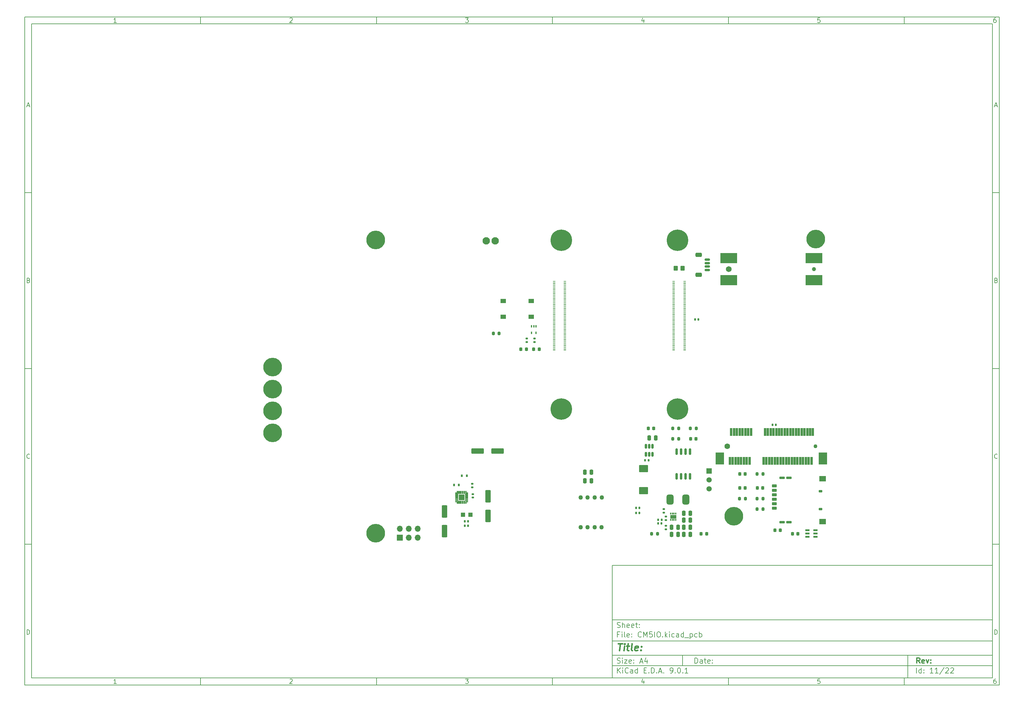
<source format=gts>
G04 #@! TF.GenerationSoftware,KiCad,Pcbnew,9.0.1*
G04 #@! TF.CreationDate,2025-04-26T19:09:57-05:00*
G04 #@! TF.ProjectId,CM5IO,434d3549-4f2e-46b6-9963-61645f706362,rev?*
G04 #@! TF.SameCoordinates,Original*
G04 #@! TF.FileFunction,Soldermask,Top*
G04 #@! TF.FilePolarity,Negative*
%FSLAX46Y46*%
G04 Gerber Fmt 4.6, Leading zero omitted, Abs format (unit mm)*
G04 Created by KiCad (PCBNEW 9.0.1) date 2025-04-26 19:09:57*
%MOMM*%
%LPD*%
G01*
G04 APERTURE LIST*
G04 Aperture macros list*
%AMRoundRect*
0 Rectangle with rounded corners*
0 $1 Rounding radius*
0 $2 $3 $4 $5 $6 $7 $8 $9 X,Y pos of 4 corners*
0 Add a 4 corners polygon primitive as box body*
4,1,4,$2,$3,$4,$5,$6,$7,$8,$9,$2,$3,0*
0 Add four circle primitives for the rounded corners*
1,1,$1+$1,$2,$3*
1,1,$1+$1,$4,$5*
1,1,$1+$1,$6,$7*
1,1,$1+$1,$8,$9*
0 Add four rect primitives between the rounded corners*
20,1,$1+$1,$2,$3,$4,$5,0*
20,1,$1+$1,$4,$5,$6,$7,0*
20,1,$1+$1,$6,$7,$8,$9,0*
20,1,$1+$1,$8,$9,$2,$3,0*%
G04 Aperture macros list end*
%ADD10C,0.100000*%
%ADD11C,0.150000*%
%ADD12C,0.300000*%
%ADD13C,0.400000*%
%ADD14C,0.010000*%
%ADD15C,1.150000*%
%ADD16C,1.650000*%
%ADD17R,4.800000X3.000000*%
%ADD18RoundRect,0.076200X-1.150000X-1.600000X1.150000X-1.600000X1.150000X1.600000X-1.150000X1.600000X0*%
%ADD19RoundRect,0.076200X-0.300000X-1.000000X0.300000X-1.000000X0.300000X1.000000X-0.300000X1.000000X0*%
%ADD20C,1.100000*%
%ADD21C,1.600000*%
%ADD22RoundRect,0.135000X0.185000X-0.135000X0.185000X0.135000X-0.185000X0.135000X-0.185000X-0.135000X0*%
%ADD23RoundRect,0.218750X0.218750X0.256250X-0.218750X0.256250X-0.218750X-0.256250X0.218750X-0.256250X0*%
%ADD24RoundRect,0.100000X-0.100000X0.225000X-0.100000X-0.225000X0.100000X-0.225000X0.100000X0.225000X0*%
%ADD25C,5.300000*%
%ADD26RoundRect,0.250000X-0.350000X-0.450000X0.350000X-0.450000X0.350000X0.450000X-0.350000X0.450000X0*%
%ADD27R,0.300000X0.500000*%
%ADD28R,1.750000X1.050000*%
%ADD29RoundRect,0.140000X-0.140000X-0.170000X0.140000X-0.170000X0.140000X0.170000X-0.140000X0.170000X0*%
%ADD30RoundRect,0.250000X-0.250000X-0.475000X0.250000X-0.475000X0.250000X0.475000X-0.250000X0.475000X0*%
%ADD31RoundRect,0.250000X0.250000X0.475000X-0.250000X0.475000X-0.250000X-0.475000X0.250000X-0.475000X0*%
%ADD32RoundRect,0.250000X-1.500000X-0.550000X1.500000X-0.550000X1.500000X0.550000X-1.500000X0.550000X0*%
%ADD33RoundRect,0.200000X-0.200000X-0.275000X0.200000X-0.275000X0.200000X0.275000X-0.200000X0.275000X0*%
%ADD34C,2.100000*%
%ADD35R,0.600000X0.800000*%
%ADD36RoundRect,0.140000X-0.170000X0.140000X-0.170000X-0.140000X0.170000X-0.140000X0.170000X0.140000X0*%
%ADD37RoundRect,0.225000X-0.225000X-0.250000X0.225000X-0.250000X0.225000X0.250000X-0.225000X0.250000X0*%
%ADD38RoundRect,0.150000X0.625000X-0.150000X0.625000X0.150000X-0.625000X0.150000X-0.625000X-0.150000X0*%
%ADD39RoundRect,0.250000X0.650000X-0.350000X0.650000X0.350000X-0.650000X0.350000X-0.650000X-0.350000X0*%
%ADD40R,1.550000X1.300000*%
%ADD41RoundRect,0.250000X1.025000X-0.787500X1.025000X0.787500X-1.025000X0.787500X-1.025000X-0.787500X0*%
%ADD42RoundRect,0.150000X-0.150000X0.512500X-0.150000X-0.512500X0.150000X-0.512500X0.150000X0.512500X0*%
%ADD43RoundRect,0.500000X-0.500000X-0.900000X0.500000X-0.900000X0.500000X0.900000X-0.500000X0.900000X0*%
%ADD44RoundRect,0.140000X0.140000X0.170000X-0.140000X0.170000X-0.140000X-0.170000X0.140000X-0.170000X0*%
%ADD45RoundRect,0.218750X-0.218750X-0.256250X0.218750X-0.256250X0.218750X0.256250X-0.218750X0.256250X0*%
%ADD46RoundRect,0.150000X0.150000X-0.800000X0.150000X0.800000X-0.150000X0.800000X-0.150000X-0.800000X0*%
%ADD47R,1.200000X0.600000*%
%ADD48RoundRect,0.135000X-0.135000X-0.185000X0.135000X-0.185000X0.135000X0.185000X-0.135000X0.185000X0*%
%ADD49RoundRect,0.135000X0.135000X0.185000X-0.135000X0.185000X-0.135000X-0.185000X0.135000X-0.185000X0*%
%ADD50R,1.700000X1.700000*%
%ADD51O,1.700000X1.700000*%
%ADD52R,1.200000X1.200000*%
%ADD53RoundRect,0.250000X-0.550000X1.500000X-0.550000X-1.500000X0.550000X-1.500000X0.550000X1.500000X0*%
%ADD54R,1.500000X1.500000*%
%ADD55C,1.500000*%
%ADD56RoundRect,0.135000X-0.185000X0.135000X-0.185000X-0.135000X0.185000X-0.135000X0.185000X0.135000X0*%
%ADD57C,6.100000*%
%ADD58R,0.700000X0.200000*%
%ADD59RoundRect,0.076200X-0.575000X-0.325000X0.575000X-0.325000X0.575000X0.325000X-0.575000X0.325000X0*%
%ADD60RoundRect,0.076200X-0.650000X-0.225000X0.650000X-0.225000X0.650000X0.225000X-0.650000X0.225000X0*%
%ADD61RoundRect,0.076200X-0.850000X-0.700000X0.850000X-0.700000X0.850000X0.700000X-0.850000X0.700000X0*%
%ADD62RoundRect,0.076200X-0.400000X-0.270000X0.400000X-0.270000X0.400000X0.270000X-0.400000X0.270000X0*%
%ADD63C,1.270000*%
G04 APERTURE END LIST*
D10*
D11*
X177002200Y-166007200D02*
X285002200Y-166007200D01*
X285002200Y-198007200D01*
X177002200Y-198007200D01*
X177002200Y-166007200D01*
D10*
D11*
X10000000Y-10000000D02*
X287002200Y-10000000D01*
X287002200Y-200007200D01*
X10000000Y-200007200D01*
X10000000Y-10000000D01*
D10*
D11*
X12000000Y-12000000D02*
X285002200Y-12000000D01*
X285002200Y-198007200D01*
X12000000Y-198007200D01*
X12000000Y-12000000D01*
D10*
D11*
X60000000Y-12000000D02*
X60000000Y-10000000D01*
D10*
D11*
X110000000Y-12000000D02*
X110000000Y-10000000D01*
D10*
D11*
X160000000Y-12000000D02*
X160000000Y-10000000D01*
D10*
D11*
X210000000Y-12000000D02*
X210000000Y-10000000D01*
D10*
D11*
X260000000Y-12000000D02*
X260000000Y-10000000D01*
D10*
D11*
X36089160Y-11593604D02*
X35346303Y-11593604D01*
X35717731Y-11593604D02*
X35717731Y-10293604D01*
X35717731Y-10293604D02*
X35593922Y-10479319D01*
X35593922Y-10479319D02*
X35470112Y-10603128D01*
X35470112Y-10603128D02*
X35346303Y-10665033D01*
D10*
D11*
X85346303Y-10417414D02*
X85408207Y-10355509D01*
X85408207Y-10355509D02*
X85532017Y-10293604D01*
X85532017Y-10293604D02*
X85841541Y-10293604D01*
X85841541Y-10293604D02*
X85965350Y-10355509D01*
X85965350Y-10355509D02*
X86027255Y-10417414D01*
X86027255Y-10417414D02*
X86089160Y-10541223D01*
X86089160Y-10541223D02*
X86089160Y-10665033D01*
X86089160Y-10665033D02*
X86027255Y-10850747D01*
X86027255Y-10850747D02*
X85284398Y-11593604D01*
X85284398Y-11593604D02*
X86089160Y-11593604D01*
D10*
D11*
X135284398Y-10293604D02*
X136089160Y-10293604D01*
X136089160Y-10293604D02*
X135655826Y-10788842D01*
X135655826Y-10788842D02*
X135841541Y-10788842D01*
X135841541Y-10788842D02*
X135965350Y-10850747D01*
X135965350Y-10850747D02*
X136027255Y-10912652D01*
X136027255Y-10912652D02*
X136089160Y-11036461D01*
X136089160Y-11036461D02*
X136089160Y-11345985D01*
X136089160Y-11345985D02*
X136027255Y-11469795D01*
X136027255Y-11469795D02*
X135965350Y-11531700D01*
X135965350Y-11531700D02*
X135841541Y-11593604D01*
X135841541Y-11593604D02*
X135470112Y-11593604D01*
X135470112Y-11593604D02*
X135346303Y-11531700D01*
X135346303Y-11531700D02*
X135284398Y-11469795D01*
D10*
D11*
X185965350Y-10726938D02*
X185965350Y-11593604D01*
X185655826Y-10231700D02*
X185346303Y-11160271D01*
X185346303Y-11160271D02*
X186151064Y-11160271D01*
D10*
D11*
X236027255Y-10293604D02*
X235408207Y-10293604D01*
X235408207Y-10293604D02*
X235346303Y-10912652D01*
X235346303Y-10912652D02*
X235408207Y-10850747D01*
X235408207Y-10850747D02*
X235532017Y-10788842D01*
X235532017Y-10788842D02*
X235841541Y-10788842D01*
X235841541Y-10788842D02*
X235965350Y-10850747D01*
X235965350Y-10850747D02*
X236027255Y-10912652D01*
X236027255Y-10912652D02*
X236089160Y-11036461D01*
X236089160Y-11036461D02*
X236089160Y-11345985D01*
X236089160Y-11345985D02*
X236027255Y-11469795D01*
X236027255Y-11469795D02*
X235965350Y-11531700D01*
X235965350Y-11531700D02*
X235841541Y-11593604D01*
X235841541Y-11593604D02*
X235532017Y-11593604D01*
X235532017Y-11593604D02*
X235408207Y-11531700D01*
X235408207Y-11531700D02*
X235346303Y-11469795D01*
D10*
D11*
X285965350Y-10293604D02*
X285717731Y-10293604D01*
X285717731Y-10293604D02*
X285593922Y-10355509D01*
X285593922Y-10355509D02*
X285532017Y-10417414D01*
X285532017Y-10417414D02*
X285408207Y-10603128D01*
X285408207Y-10603128D02*
X285346303Y-10850747D01*
X285346303Y-10850747D02*
X285346303Y-11345985D01*
X285346303Y-11345985D02*
X285408207Y-11469795D01*
X285408207Y-11469795D02*
X285470112Y-11531700D01*
X285470112Y-11531700D02*
X285593922Y-11593604D01*
X285593922Y-11593604D02*
X285841541Y-11593604D01*
X285841541Y-11593604D02*
X285965350Y-11531700D01*
X285965350Y-11531700D02*
X286027255Y-11469795D01*
X286027255Y-11469795D02*
X286089160Y-11345985D01*
X286089160Y-11345985D02*
X286089160Y-11036461D01*
X286089160Y-11036461D02*
X286027255Y-10912652D01*
X286027255Y-10912652D02*
X285965350Y-10850747D01*
X285965350Y-10850747D02*
X285841541Y-10788842D01*
X285841541Y-10788842D02*
X285593922Y-10788842D01*
X285593922Y-10788842D02*
X285470112Y-10850747D01*
X285470112Y-10850747D02*
X285408207Y-10912652D01*
X285408207Y-10912652D02*
X285346303Y-11036461D01*
D10*
D11*
X60000000Y-198007200D02*
X60000000Y-200007200D01*
D10*
D11*
X110000000Y-198007200D02*
X110000000Y-200007200D01*
D10*
D11*
X160000000Y-198007200D02*
X160000000Y-200007200D01*
D10*
D11*
X210000000Y-198007200D02*
X210000000Y-200007200D01*
D10*
D11*
X260000000Y-198007200D02*
X260000000Y-200007200D01*
D10*
D11*
X36089160Y-199600804D02*
X35346303Y-199600804D01*
X35717731Y-199600804D02*
X35717731Y-198300804D01*
X35717731Y-198300804D02*
X35593922Y-198486519D01*
X35593922Y-198486519D02*
X35470112Y-198610328D01*
X35470112Y-198610328D02*
X35346303Y-198672233D01*
D10*
D11*
X85346303Y-198424614D02*
X85408207Y-198362709D01*
X85408207Y-198362709D02*
X85532017Y-198300804D01*
X85532017Y-198300804D02*
X85841541Y-198300804D01*
X85841541Y-198300804D02*
X85965350Y-198362709D01*
X85965350Y-198362709D02*
X86027255Y-198424614D01*
X86027255Y-198424614D02*
X86089160Y-198548423D01*
X86089160Y-198548423D02*
X86089160Y-198672233D01*
X86089160Y-198672233D02*
X86027255Y-198857947D01*
X86027255Y-198857947D02*
X85284398Y-199600804D01*
X85284398Y-199600804D02*
X86089160Y-199600804D01*
D10*
D11*
X135284398Y-198300804D02*
X136089160Y-198300804D01*
X136089160Y-198300804D02*
X135655826Y-198796042D01*
X135655826Y-198796042D02*
X135841541Y-198796042D01*
X135841541Y-198796042D02*
X135965350Y-198857947D01*
X135965350Y-198857947D02*
X136027255Y-198919852D01*
X136027255Y-198919852D02*
X136089160Y-199043661D01*
X136089160Y-199043661D02*
X136089160Y-199353185D01*
X136089160Y-199353185D02*
X136027255Y-199476995D01*
X136027255Y-199476995D02*
X135965350Y-199538900D01*
X135965350Y-199538900D02*
X135841541Y-199600804D01*
X135841541Y-199600804D02*
X135470112Y-199600804D01*
X135470112Y-199600804D02*
X135346303Y-199538900D01*
X135346303Y-199538900D02*
X135284398Y-199476995D01*
D10*
D11*
X185965350Y-198734138D02*
X185965350Y-199600804D01*
X185655826Y-198238900D02*
X185346303Y-199167471D01*
X185346303Y-199167471D02*
X186151064Y-199167471D01*
D10*
D11*
X236027255Y-198300804D02*
X235408207Y-198300804D01*
X235408207Y-198300804D02*
X235346303Y-198919852D01*
X235346303Y-198919852D02*
X235408207Y-198857947D01*
X235408207Y-198857947D02*
X235532017Y-198796042D01*
X235532017Y-198796042D02*
X235841541Y-198796042D01*
X235841541Y-198796042D02*
X235965350Y-198857947D01*
X235965350Y-198857947D02*
X236027255Y-198919852D01*
X236027255Y-198919852D02*
X236089160Y-199043661D01*
X236089160Y-199043661D02*
X236089160Y-199353185D01*
X236089160Y-199353185D02*
X236027255Y-199476995D01*
X236027255Y-199476995D02*
X235965350Y-199538900D01*
X235965350Y-199538900D02*
X235841541Y-199600804D01*
X235841541Y-199600804D02*
X235532017Y-199600804D01*
X235532017Y-199600804D02*
X235408207Y-199538900D01*
X235408207Y-199538900D02*
X235346303Y-199476995D01*
D10*
D11*
X285965350Y-198300804D02*
X285717731Y-198300804D01*
X285717731Y-198300804D02*
X285593922Y-198362709D01*
X285593922Y-198362709D02*
X285532017Y-198424614D01*
X285532017Y-198424614D02*
X285408207Y-198610328D01*
X285408207Y-198610328D02*
X285346303Y-198857947D01*
X285346303Y-198857947D02*
X285346303Y-199353185D01*
X285346303Y-199353185D02*
X285408207Y-199476995D01*
X285408207Y-199476995D02*
X285470112Y-199538900D01*
X285470112Y-199538900D02*
X285593922Y-199600804D01*
X285593922Y-199600804D02*
X285841541Y-199600804D01*
X285841541Y-199600804D02*
X285965350Y-199538900D01*
X285965350Y-199538900D02*
X286027255Y-199476995D01*
X286027255Y-199476995D02*
X286089160Y-199353185D01*
X286089160Y-199353185D02*
X286089160Y-199043661D01*
X286089160Y-199043661D02*
X286027255Y-198919852D01*
X286027255Y-198919852D02*
X285965350Y-198857947D01*
X285965350Y-198857947D02*
X285841541Y-198796042D01*
X285841541Y-198796042D02*
X285593922Y-198796042D01*
X285593922Y-198796042D02*
X285470112Y-198857947D01*
X285470112Y-198857947D02*
X285408207Y-198919852D01*
X285408207Y-198919852D02*
X285346303Y-199043661D01*
D10*
D11*
X10000000Y-60000000D02*
X12000000Y-60000000D01*
D10*
D11*
X10000000Y-110000000D02*
X12000000Y-110000000D01*
D10*
D11*
X10000000Y-160000000D02*
X12000000Y-160000000D01*
D10*
D11*
X10690476Y-35222176D02*
X11309523Y-35222176D01*
X10566666Y-35593604D02*
X10999999Y-34293604D01*
X10999999Y-34293604D02*
X11433333Y-35593604D01*
D10*
D11*
X11092857Y-84912652D02*
X11278571Y-84974557D01*
X11278571Y-84974557D02*
X11340476Y-85036461D01*
X11340476Y-85036461D02*
X11402380Y-85160271D01*
X11402380Y-85160271D02*
X11402380Y-85345985D01*
X11402380Y-85345985D02*
X11340476Y-85469795D01*
X11340476Y-85469795D02*
X11278571Y-85531700D01*
X11278571Y-85531700D02*
X11154761Y-85593604D01*
X11154761Y-85593604D02*
X10659523Y-85593604D01*
X10659523Y-85593604D02*
X10659523Y-84293604D01*
X10659523Y-84293604D02*
X11092857Y-84293604D01*
X11092857Y-84293604D02*
X11216666Y-84355509D01*
X11216666Y-84355509D02*
X11278571Y-84417414D01*
X11278571Y-84417414D02*
X11340476Y-84541223D01*
X11340476Y-84541223D02*
X11340476Y-84665033D01*
X11340476Y-84665033D02*
X11278571Y-84788842D01*
X11278571Y-84788842D02*
X11216666Y-84850747D01*
X11216666Y-84850747D02*
X11092857Y-84912652D01*
X11092857Y-84912652D02*
X10659523Y-84912652D01*
D10*
D11*
X11402380Y-135469795D02*
X11340476Y-135531700D01*
X11340476Y-135531700D02*
X11154761Y-135593604D01*
X11154761Y-135593604D02*
X11030952Y-135593604D01*
X11030952Y-135593604D02*
X10845238Y-135531700D01*
X10845238Y-135531700D02*
X10721428Y-135407890D01*
X10721428Y-135407890D02*
X10659523Y-135284080D01*
X10659523Y-135284080D02*
X10597619Y-135036461D01*
X10597619Y-135036461D02*
X10597619Y-134850747D01*
X10597619Y-134850747D02*
X10659523Y-134603128D01*
X10659523Y-134603128D02*
X10721428Y-134479319D01*
X10721428Y-134479319D02*
X10845238Y-134355509D01*
X10845238Y-134355509D02*
X11030952Y-134293604D01*
X11030952Y-134293604D02*
X11154761Y-134293604D01*
X11154761Y-134293604D02*
X11340476Y-134355509D01*
X11340476Y-134355509D02*
X11402380Y-134417414D01*
D10*
D11*
X10659523Y-185593604D02*
X10659523Y-184293604D01*
X10659523Y-184293604D02*
X10969047Y-184293604D01*
X10969047Y-184293604D02*
X11154761Y-184355509D01*
X11154761Y-184355509D02*
X11278571Y-184479319D01*
X11278571Y-184479319D02*
X11340476Y-184603128D01*
X11340476Y-184603128D02*
X11402380Y-184850747D01*
X11402380Y-184850747D02*
X11402380Y-185036461D01*
X11402380Y-185036461D02*
X11340476Y-185284080D01*
X11340476Y-185284080D02*
X11278571Y-185407890D01*
X11278571Y-185407890D02*
X11154761Y-185531700D01*
X11154761Y-185531700D02*
X10969047Y-185593604D01*
X10969047Y-185593604D02*
X10659523Y-185593604D01*
D10*
D11*
X287002200Y-60000000D02*
X285002200Y-60000000D01*
D10*
D11*
X287002200Y-110000000D02*
X285002200Y-110000000D01*
D10*
D11*
X287002200Y-160000000D02*
X285002200Y-160000000D01*
D10*
D11*
X285692676Y-35222176D02*
X286311723Y-35222176D01*
X285568866Y-35593604D02*
X286002199Y-34293604D01*
X286002199Y-34293604D02*
X286435533Y-35593604D01*
D10*
D11*
X286095057Y-84912652D02*
X286280771Y-84974557D01*
X286280771Y-84974557D02*
X286342676Y-85036461D01*
X286342676Y-85036461D02*
X286404580Y-85160271D01*
X286404580Y-85160271D02*
X286404580Y-85345985D01*
X286404580Y-85345985D02*
X286342676Y-85469795D01*
X286342676Y-85469795D02*
X286280771Y-85531700D01*
X286280771Y-85531700D02*
X286156961Y-85593604D01*
X286156961Y-85593604D02*
X285661723Y-85593604D01*
X285661723Y-85593604D02*
X285661723Y-84293604D01*
X285661723Y-84293604D02*
X286095057Y-84293604D01*
X286095057Y-84293604D02*
X286218866Y-84355509D01*
X286218866Y-84355509D02*
X286280771Y-84417414D01*
X286280771Y-84417414D02*
X286342676Y-84541223D01*
X286342676Y-84541223D02*
X286342676Y-84665033D01*
X286342676Y-84665033D02*
X286280771Y-84788842D01*
X286280771Y-84788842D02*
X286218866Y-84850747D01*
X286218866Y-84850747D02*
X286095057Y-84912652D01*
X286095057Y-84912652D02*
X285661723Y-84912652D01*
D10*
D11*
X286404580Y-135469795D02*
X286342676Y-135531700D01*
X286342676Y-135531700D02*
X286156961Y-135593604D01*
X286156961Y-135593604D02*
X286033152Y-135593604D01*
X286033152Y-135593604D02*
X285847438Y-135531700D01*
X285847438Y-135531700D02*
X285723628Y-135407890D01*
X285723628Y-135407890D02*
X285661723Y-135284080D01*
X285661723Y-135284080D02*
X285599819Y-135036461D01*
X285599819Y-135036461D02*
X285599819Y-134850747D01*
X285599819Y-134850747D02*
X285661723Y-134603128D01*
X285661723Y-134603128D02*
X285723628Y-134479319D01*
X285723628Y-134479319D02*
X285847438Y-134355509D01*
X285847438Y-134355509D02*
X286033152Y-134293604D01*
X286033152Y-134293604D02*
X286156961Y-134293604D01*
X286156961Y-134293604D02*
X286342676Y-134355509D01*
X286342676Y-134355509D02*
X286404580Y-134417414D01*
D10*
D11*
X285661723Y-185593604D02*
X285661723Y-184293604D01*
X285661723Y-184293604D02*
X285971247Y-184293604D01*
X285971247Y-184293604D02*
X286156961Y-184355509D01*
X286156961Y-184355509D02*
X286280771Y-184479319D01*
X286280771Y-184479319D02*
X286342676Y-184603128D01*
X286342676Y-184603128D02*
X286404580Y-184850747D01*
X286404580Y-184850747D02*
X286404580Y-185036461D01*
X286404580Y-185036461D02*
X286342676Y-185284080D01*
X286342676Y-185284080D02*
X286280771Y-185407890D01*
X286280771Y-185407890D02*
X286156961Y-185531700D01*
X286156961Y-185531700D02*
X285971247Y-185593604D01*
X285971247Y-185593604D02*
X285661723Y-185593604D01*
D10*
D11*
X200458026Y-193793328D02*
X200458026Y-192293328D01*
X200458026Y-192293328D02*
X200815169Y-192293328D01*
X200815169Y-192293328D02*
X201029455Y-192364757D01*
X201029455Y-192364757D02*
X201172312Y-192507614D01*
X201172312Y-192507614D02*
X201243741Y-192650471D01*
X201243741Y-192650471D02*
X201315169Y-192936185D01*
X201315169Y-192936185D02*
X201315169Y-193150471D01*
X201315169Y-193150471D02*
X201243741Y-193436185D01*
X201243741Y-193436185D02*
X201172312Y-193579042D01*
X201172312Y-193579042D02*
X201029455Y-193721900D01*
X201029455Y-193721900D02*
X200815169Y-193793328D01*
X200815169Y-193793328D02*
X200458026Y-193793328D01*
X202600884Y-193793328D02*
X202600884Y-193007614D01*
X202600884Y-193007614D02*
X202529455Y-192864757D01*
X202529455Y-192864757D02*
X202386598Y-192793328D01*
X202386598Y-192793328D02*
X202100884Y-192793328D01*
X202100884Y-192793328D02*
X201958026Y-192864757D01*
X202600884Y-193721900D02*
X202458026Y-193793328D01*
X202458026Y-193793328D02*
X202100884Y-193793328D01*
X202100884Y-193793328D02*
X201958026Y-193721900D01*
X201958026Y-193721900D02*
X201886598Y-193579042D01*
X201886598Y-193579042D02*
X201886598Y-193436185D01*
X201886598Y-193436185D02*
X201958026Y-193293328D01*
X201958026Y-193293328D02*
X202100884Y-193221900D01*
X202100884Y-193221900D02*
X202458026Y-193221900D01*
X202458026Y-193221900D02*
X202600884Y-193150471D01*
X203100884Y-192793328D02*
X203672312Y-192793328D01*
X203315169Y-192293328D02*
X203315169Y-193579042D01*
X203315169Y-193579042D02*
X203386598Y-193721900D01*
X203386598Y-193721900D02*
X203529455Y-193793328D01*
X203529455Y-193793328D02*
X203672312Y-193793328D01*
X204743741Y-193721900D02*
X204600884Y-193793328D01*
X204600884Y-193793328D02*
X204315170Y-193793328D01*
X204315170Y-193793328D02*
X204172312Y-193721900D01*
X204172312Y-193721900D02*
X204100884Y-193579042D01*
X204100884Y-193579042D02*
X204100884Y-193007614D01*
X204100884Y-193007614D02*
X204172312Y-192864757D01*
X204172312Y-192864757D02*
X204315170Y-192793328D01*
X204315170Y-192793328D02*
X204600884Y-192793328D01*
X204600884Y-192793328D02*
X204743741Y-192864757D01*
X204743741Y-192864757D02*
X204815170Y-193007614D01*
X204815170Y-193007614D02*
X204815170Y-193150471D01*
X204815170Y-193150471D02*
X204100884Y-193293328D01*
X205458026Y-193650471D02*
X205529455Y-193721900D01*
X205529455Y-193721900D02*
X205458026Y-193793328D01*
X205458026Y-193793328D02*
X205386598Y-193721900D01*
X205386598Y-193721900D02*
X205458026Y-193650471D01*
X205458026Y-193650471D02*
X205458026Y-193793328D01*
X205458026Y-192864757D02*
X205529455Y-192936185D01*
X205529455Y-192936185D02*
X205458026Y-193007614D01*
X205458026Y-193007614D02*
X205386598Y-192936185D01*
X205386598Y-192936185D02*
X205458026Y-192864757D01*
X205458026Y-192864757D02*
X205458026Y-193007614D01*
D10*
D11*
X177002200Y-194507200D02*
X285002200Y-194507200D01*
D10*
D11*
X178458026Y-196593328D02*
X178458026Y-195093328D01*
X179315169Y-196593328D02*
X178672312Y-195736185D01*
X179315169Y-195093328D02*
X178458026Y-195950471D01*
X179958026Y-196593328D02*
X179958026Y-195593328D01*
X179958026Y-195093328D02*
X179886598Y-195164757D01*
X179886598Y-195164757D02*
X179958026Y-195236185D01*
X179958026Y-195236185D02*
X180029455Y-195164757D01*
X180029455Y-195164757D02*
X179958026Y-195093328D01*
X179958026Y-195093328D02*
X179958026Y-195236185D01*
X181529455Y-196450471D02*
X181458027Y-196521900D01*
X181458027Y-196521900D02*
X181243741Y-196593328D01*
X181243741Y-196593328D02*
X181100884Y-196593328D01*
X181100884Y-196593328D02*
X180886598Y-196521900D01*
X180886598Y-196521900D02*
X180743741Y-196379042D01*
X180743741Y-196379042D02*
X180672312Y-196236185D01*
X180672312Y-196236185D02*
X180600884Y-195950471D01*
X180600884Y-195950471D02*
X180600884Y-195736185D01*
X180600884Y-195736185D02*
X180672312Y-195450471D01*
X180672312Y-195450471D02*
X180743741Y-195307614D01*
X180743741Y-195307614D02*
X180886598Y-195164757D01*
X180886598Y-195164757D02*
X181100884Y-195093328D01*
X181100884Y-195093328D02*
X181243741Y-195093328D01*
X181243741Y-195093328D02*
X181458027Y-195164757D01*
X181458027Y-195164757D02*
X181529455Y-195236185D01*
X182815170Y-196593328D02*
X182815170Y-195807614D01*
X182815170Y-195807614D02*
X182743741Y-195664757D01*
X182743741Y-195664757D02*
X182600884Y-195593328D01*
X182600884Y-195593328D02*
X182315170Y-195593328D01*
X182315170Y-195593328D02*
X182172312Y-195664757D01*
X182815170Y-196521900D02*
X182672312Y-196593328D01*
X182672312Y-196593328D02*
X182315170Y-196593328D01*
X182315170Y-196593328D02*
X182172312Y-196521900D01*
X182172312Y-196521900D02*
X182100884Y-196379042D01*
X182100884Y-196379042D02*
X182100884Y-196236185D01*
X182100884Y-196236185D02*
X182172312Y-196093328D01*
X182172312Y-196093328D02*
X182315170Y-196021900D01*
X182315170Y-196021900D02*
X182672312Y-196021900D01*
X182672312Y-196021900D02*
X182815170Y-195950471D01*
X184172313Y-196593328D02*
X184172313Y-195093328D01*
X184172313Y-196521900D02*
X184029455Y-196593328D01*
X184029455Y-196593328D02*
X183743741Y-196593328D01*
X183743741Y-196593328D02*
X183600884Y-196521900D01*
X183600884Y-196521900D02*
X183529455Y-196450471D01*
X183529455Y-196450471D02*
X183458027Y-196307614D01*
X183458027Y-196307614D02*
X183458027Y-195879042D01*
X183458027Y-195879042D02*
X183529455Y-195736185D01*
X183529455Y-195736185D02*
X183600884Y-195664757D01*
X183600884Y-195664757D02*
X183743741Y-195593328D01*
X183743741Y-195593328D02*
X184029455Y-195593328D01*
X184029455Y-195593328D02*
X184172313Y-195664757D01*
X186029455Y-195807614D02*
X186529455Y-195807614D01*
X186743741Y-196593328D02*
X186029455Y-196593328D01*
X186029455Y-196593328D02*
X186029455Y-195093328D01*
X186029455Y-195093328D02*
X186743741Y-195093328D01*
X187386598Y-196450471D02*
X187458027Y-196521900D01*
X187458027Y-196521900D02*
X187386598Y-196593328D01*
X187386598Y-196593328D02*
X187315170Y-196521900D01*
X187315170Y-196521900D02*
X187386598Y-196450471D01*
X187386598Y-196450471D02*
X187386598Y-196593328D01*
X188100884Y-196593328D02*
X188100884Y-195093328D01*
X188100884Y-195093328D02*
X188458027Y-195093328D01*
X188458027Y-195093328D02*
X188672313Y-195164757D01*
X188672313Y-195164757D02*
X188815170Y-195307614D01*
X188815170Y-195307614D02*
X188886599Y-195450471D01*
X188886599Y-195450471D02*
X188958027Y-195736185D01*
X188958027Y-195736185D02*
X188958027Y-195950471D01*
X188958027Y-195950471D02*
X188886599Y-196236185D01*
X188886599Y-196236185D02*
X188815170Y-196379042D01*
X188815170Y-196379042D02*
X188672313Y-196521900D01*
X188672313Y-196521900D02*
X188458027Y-196593328D01*
X188458027Y-196593328D02*
X188100884Y-196593328D01*
X189600884Y-196450471D02*
X189672313Y-196521900D01*
X189672313Y-196521900D02*
X189600884Y-196593328D01*
X189600884Y-196593328D02*
X189529456Y-196521900D01*
X189529456Y-196521900D02*
X189600884Y-196450471D01*
X189600884Y-196450471D02*
X189600884Y-196593328D01*
X190243742Y-196164757D02*
X190958028Y-196164757D01*
X190100885Y-196593328D02*
X190600885Y-195093328D01*
X190600885Y-195093328D02*
X191100885Y-196593328D01*
X191600884Y-196450471D02*
X191672313Y-196521900D01*
X191672313Y-196521900D02*
X191600884Y-196593328D01*
X191600884Y-196593328D02*
X191529456Y-196521900D01*
X191529456Y-196521900D02*
X191600884Y-196450471D01*
X191600884Y-196450471D02*
X191600884Y-196593328D01*
X193529456Y-196593328D02*
X193815170Y-196593328D01*
X193815170Y-196593328D02*
X193958027Y-196521900D01*
X193958027Y-196521900D02*
X194029456Y-196450471D01*
X194029456Y-196450471D02*
X194172313Y-196236185D01*
X194172313Y-196236185D02*
X194243742Y-195950471D01*
X194243742Y-195950471D02*
X194243742Y-195379042D01*
X194243742Y-195379042D02*
X194172313Y-195236185D01*
X194172313Y-195236185D02*
X194100885Y-195164757D01*
X194100885Y-195164757D02*
X193958027Y-195093328D01*
X193958027Y-195093328D02*
X193672313Y-195093328D01*
X193672313Y-195093328D02*
X193529456Y-195164757D01*
X193529456Y-195164757D02*
X193458027Y-195236185D01*
X193458027Y-195236185D02*
X193386599Y-195379042D01*
X193386599Y-195379042D02*
X193386599Y-195736185D01*
X193386599Y-195736185D02*
X193458027Y-195879042D01*
X193458027Y-195879042D02*
X193529456Y-195950471D01*
X193529456Y-195950471D02*
X193672313Y-196021900D01*
X193672313Y-196021900D02*
X193958027Y-196021900D01*
X193958027Y-196021900D02*
X194100885Y-195950471D01*
X194100885Y-195950471D02*
X194172313Y-195879042D01*
X194172313Y-195879042D02*
X194243742Y-195736185D01*
X194886598Y-196450471D02*
X194958027Y-196521900D01*
X194958027Y-196521900D02*
X194886598Y-196593328D01*
X194886598Y-196593328D02*
X194815170Y-196521900D01*
X194815170Y-196521900D02*
X194886598Y-196450471D01*
X194886598Y-196450471D02*
X194886598Y-196593328D01*
X195886599Y-195093328D02*
X196029456Y-195093328D01*
X196029456Y-195093328D02*
X196172313Y-195164757D01*
X196172313Y-195164757D02*
X196243742Y-195236185D01*
X196243742Y-195236185D02*
X196315170Y-195379042D01*
X196315170Y-195379042D02*
X196386599Y-195664757D01*
X196386599Y-195664757D02*
X196386599Y-196021900D01*
X196386599Y-196021900D02*
X196315170Y-196307614D01*
X196315170Y-196307614D02*
X196243742Y-196450471D01*
X196243742Y-196450471D02*
X196172313Y-196521900D01*
X196172313Y-196521900D02*
X196029456Y-196593328D01*
X196029456Y-196593328D02*
X195886599Y-196593328D01*
X195886599Y-196593328D02*
X195743742Y-196521900D01*
X195743742Y-196521900D02*
X195672313Y-196450471D01*
X195672313Y-196450471D02*
X195600884Y-196307614D01*
X195600884Y-196307614D02*
X195529456Y-196021900D01*
X195529456Y-196021900D02*
X195529456Y-195664757D01*
X195529456Y-195664757D02*
X195600884Y-195379042D01*
X195600884Y-195379042D02*
X195672313Y-195236185D01*
X195672313Y-195236185D02*
X195743742Y-195164757D01*
X195743742Y-195164757D02*
X195886599Y-195093328D01*
X197029455Y-196450471D02*
X197100884Y-196521900D01*
X197100884Y-196521900D02*
X197029455Y-196593328D01*
X197029455Y-196593328D02*
X196958027Y-196521900D01*
X196958027Y-196521900D02*
X197029455Y-196450471D01*
X197029455Y-196450471D02*
X197029455Y-196593328D01*
X198529456Y-196593328D02*
X197672313Y-196593328D01*
X198100884Y-196593328D02*
X198100884Y-195093328D01*
X198100884Y-195093328D02*
X197958027Y-195307614D01*
X197958027Y-195307614D02*
X197815170Y-195450471D01*
X197815170Y-195450471D02*
X197672313Y-195521900D01*
D10*
D11*
X177002200Y-191507200D02*
X285002200Y-191507200D01*
D10*
D12*
X264413853Y-193785528D02*
X263913853Y-193071242D01*
X263556710Y-193785528D02*
X263556710Y-192285528D01*
X263556710Y-192285528D02*
X264128139Y-192285528D01*
X264128139Y-192285528D02*
X264270996Y-192356957D01*
X264270996Y-192356957D02*
X264342425Y-192428385D01*
X264342425Y-192428385D02*
X264413853Y-192571242D01*
X264413853Y-192571242D02*
X264413853Y-192785528D01*
X264413853Y-192785528D02*
X264342425Y-192928385D01*
X264342425Y-192928385D02*
X264270996Y-192999814D01*
X264270996Y-192999814D02*
X264128139Y-193071242D01*
X264128139Y-193071242D02*
X263556710Y-193071242D01*
X265628139Y-193714100D02*
X265485282Y-193785528D01*
X265485282Y-193785528D02*
X265199568Y-193785528D01*
X265199568Y-193785528D02*
X265056710Y-193714100D01*
X265056710Y-193714100D02*
X264985282Y-193571242D01*
X264985282Y-193571242D02*
X264985282Y-192999814D01*
X264985282Y-192999814D02*
X265056710Y-192856957D01*
X265056710Y-192856957D02*
X265199568Y-192785528D01*
X265199568Y-192785528D02*
X265485282Y-192785528D01*
X265485282Y-192785528D02*
X265628139Y-192856957D01*
X265628139Y-192856957D02*
X265699568Y-192999814D01*
X265699568Y-192999814D02*
X265699568Y-193142671D01*
X265699568Y-193142671D02*
X264985282Y-193285528D01*
X266199567Y-192785528D02*
X266556710Y-193785528D01*
X266556710Y-193785528D02*
X266913853Y-192785528D01*
X267485281Y-193642671D02*
X267556710Y-193714100D01*
X267556710Y-193714100D02*
X267485281Y-193785528D01*
X267485281Y-193785528D02*
X267413853Y-193714100D01*
X267413853Y-193714100D02*
X267485281Y-193642671D01*
X267485281Y-193642671D02*
X267485281Y-193785528D01*
X267485281Y-192856957D02*
X267556710Y-192928385D01*
X267556710Y-192928385D02*
X267485281Y-192999814D01*
X267485281Y-192999814D02*
X267413853Y-192928385D01*
X267413853Y-192928385D02*
X267485281Y-192856957D01*
X267485281Y-192856957D02*
X267485281Y-192999814D01*
D10*
D11*
X178386598Y-193721900D02*
X178600884Y-193793328D01*
X178600884Y-193793328D02*
X178958026Y-193793328D01*
X178958026Y-193793328D02*
X179100884Y-193721900D01*
X179100884Y-193721900D02*
X179172312Y-193650471D01*
X179172312Y-193650471D02*
X179243741Y-193507614D01*
X179243741Y-193507614D02*
X179243741Y-193364757D01*
X179243741Y-193364757D02*
X179172312Y-193221900D01*
X179172312Y-193221900D02*
X179100884Y-193150471D01*
X179100884Y-193150471D02*
X178958026Y-193079042D01*
X178958026Y-193079042D02*
X178672312Y-193007614D01*
X178672312Y-193007614D02*
X178529455Y-192936185D01*
X178529455Y-192936185D02*
X178458026Y-192864757D01*
X178458026Y-192864757D02*
X178386598Y-192721900D01*
X178386598Y-192721900D02*
X178386598Y-192579042D01*
X178386598Y-192579042D02*
X178458026Y-192436185D01*
X178458026Y-192436185D02*
X178529455Y-192364757D01*
X178529455Y-192364757D02*
X178672312Y-192293328D01*
X178672312Y-192293328D02*
X179029455Y-192293328D01*
X179029455Y-192293328D02*
X179243741Y-192364757D01*
X179886597Y-193793328D02*
X179886597Y-192793328D01*
X179886597Y-192293328D02*
X179815169Y-192364757D01*
X179815169Y-192364757D02*
X179886597Y-192436185D01*
X179886597Y-192436185D02*
X179958026Y-192364757D01*
X179958026Y-192364757D02*
X179886597Y-192293328D01*
X179886597Y-192293328D02*
X179886597Y-192436185D01*
X180458026Y-192793328D02*
X181243741Y-192793328D01*
X181243741Y-192793328D02*
X180458026Y-193793328D01*
X180458026Y-193793328D02*
X181243741Y-193793328D01*
X182386598Y-193721900D02*
X182243741Y-193793328D01*
X182243741Y-193793328D02*
X181958027Y-193793328D01*
X181958027Y-193793328D02*
X181815169Y-193721900D01*
X181815169Y-193721900D02*
X181743741Y-193579042D01*
X181743741Y-193579042D02*
X181743741Y-193007614D01*
X181743741Y-193007614D02*
X181815169Y-192864757D01*
X181815169Y-192864757D02*
X181958027Y-192793328D01*
X181958027Y-192793328D02*
X182243741Y-192793328D01*
X182243741Y-192793328D02*
X182386598Y-192864757D01*
X182386598Y-192864757D02*
X182458027Y-193007614D01*
X182458027Y-193007614D02*
X182458027Y-193150471D01*
X182458027Y-193150471D02*
X181743741Y-193293328D01*
X183100883Y-193650471D02*
X183172312Y-193721900D01*
X183172312Y-193721900D02*
X183100883Y-193793328D01*
X183100883Y-193793328D02*
X183029455Y-193721900D01*
X183029455Y-193721900D02*
X183100883Y-193650471D01*
X183100883Y-193650471D02*
X183100883Y-193793328D01*
X183100883Y-192864757D02*
X183172312Y-192936185D01*
X183172312Y-192936185D02*
X183100883Y-193007614D01*
X183100883Y-193007614D02*
X183029455Y-192936185D01*
X183029455Y-192936185D02*
X183100883Y-192864757D01*
X183100883Y-192864757D02*
X183100883Y-193007614D01*
X184886598Y-193364757D02*
X185600884Y-193364757D01*
X184743741Y-193793328D02*
X185243741Y-192293328D01*
X185243741Y-192293328D02*
X185743741Y-193793328D01*
X186886598Y-192793328D02*
X186886598Y-193793328D01*
X186529455Y-192221900D02*
X186172312Y-193293328D01*
X186172312Y-193293328D02*
X187100883Y-193293328D01*
D10*
D11*
X263458026Y-196593328D02*
X263458026Y-195093328D01*
X264815170Y-196593328D02*
X264815170Y-195093328D01*
X264815170Y-196521900D02*
X264672312Y-196593328D01*
X264672312Y-196593328D02*
X264386598Y-196593328D01*
X264386598Y-196593328D02*
X264243741Y-196521900D01*
X264243741Y-196521900D02*
X264172312Y-196450471D01*
X264172312Y-196450471D02*
X264100884Y-196307614D01*
X264100884Y-196307614D02*
X264100884Y-195879042D01*
X264100884Y-195879042D02*
X264172312Y-195736185D01*
X264172312Y-195736185D02*
X264243741Y-195664757D01*
X264243741Y-195664757D02*
X264386598Y-195593328D01*
X264386598Y-195593328D02*
X264672312Y-195593328D01*
X264672312Y-195593328D02*
X264815170Y-195664757D01*
X265529455Y-196450471D02*
X265600884Y-196521900D01*
X265600884Y-196521900D02*
X265529455Y-196593328D01*
X265529455Y-196593328D02*
X265458027Y-196521900D01*
X265458027Y-196521900D02*
X265529455Y-196450471D01*
X265529455Y-196450471D02*
X265529455Y-196593328D01*
X265529455Y-195664757D02*
X265600884Y-195736185D01*
X265600884Y-195736185D02*
X265529455Y-195807614D01*
X265529455Y-195807614D02*
X265458027Y-195736185D01*
X265458027Y-195736185D02*
X265529455Y-195664757D01*
X265529455Y-195664757D02*
X265529455Y-195807614D01*
X268172313Y-196593328D02*
X267315170Y-196593328D01*
X267743741Y-196593328D02*
X267743741Y-195093328D01*
X267743741Y-195093328D02*
X267600884Y-195307614D01*
X267600884Y-195307614D02*
X267458027Y-195450471D01*
X267458027Y-195450471D02*
X267315170Y-195521900D01*
X269600884Y-196593328D02*
X268743741Y-196593328D01*
X269172312Y-196593328D02*
X269172312Y-195093328D01*
X269172312Y-195093328D02*
X269029455Y-195307614D01*
X269029455Y-195307614D02*
X268886598Y-195450471D01*
X268886598Y-195450471D02*
X268743741Y-195521900D01*
X271315169Y-195021900D02*
X270029455Y-196950471D01*
X271743741Y-195236185D02*
X271815169Y-195164757D01*
X271815169Y-195164757D02*
X271958027Y-195093328D01*
X271958027Y-195093328D02*
X272315169Y-195093328D01*
X272315169Y-195093328D02*
X272458027Y-195164757D01*
X272458027Y-195164757D02*
X272529455Y-195236185D01*
X272529455Y-195236185D02*
X272600884Y-195379042D01*
X272600884Y-195379042D02*
X272600884Y-195521900D01*
X272600884Y-195521900D02*
X272529455Y-195736185D01*
X272529455Y-195736185D02*
X271672312Y-196593328D01*
X271672312Y-196593328D02*
X272600884Y-196593328D01*
X273172312Y-195236185D02*
X273243740Y-195164757D01*
X273243740Y-195164757D02*
X273386598Y-195093328D01*
X273386598Y-195093328D02*
X273743740Y-195093328D01*
X273743740Y-195093328D02*
X273886598Y-195164757D01*
X273886598Y-195164757D02*
X273958026Y-195236185D01*
X273958026Y-195236185D02*
X274029455Y-195379042D01*
X274029455Y-195379042D02*
X274029455Y-195521900D01*
X274029455Y-195521900D02*
X273958026Y-195736185D01*
X273958026Y-195736185D02*
X273100883Y-196593328D01*
X273100883Y-196593328D02*
X274029455Y-196593328D01*
D10*
D11*
X177002200Y-187507200D02*
X285002200Y-187507200D01*
D10*
D13*
X178693928Y-188211638D02*
X179836785Y-188211638D01*
X179015357Y-190211638D02*
X179265357Y-188211638D01*
X180253452Y-190211638D02*
X180420119Y-188878304D01*
X180503452Y-188211638D02*
X180396309Y-188306876D01*
X180396309Y-188306876D02*
X180479643Y-188402114D01*
X180479643Y-188402114D02*
X180586786Y-188306876D01*
X180586786Y-188306876D02*
X180503452Y-188211638D01*
X180503452Y-188211638D02*
X180479643Y-188402114D01*
X181086786Y-188878304D02*
X181848690Y-188878304D01*
X181455833Y-188211638D02*
X181241548Y-189925923D01*
X181241548Y-189925923D02*
X181312976Y-190116400D01*
X181312976Y-190116400D02*
X181491548Y-190211638D01*
X181491548Y-190211638D02*
X181682024Y-190211638D01*
X182634405Y-190211638D02*
X182455833Y-190116400D01*
X182455833Y-190116400D02*
X182384405Y-189925923D01*
X182384405Y-189925923D02*
X182598690Y-188211638D01*
X184170119Y-190116400D02*
X183967738Y-190211638D01*
X183967738Y-190211638D02*
X183586785Y-190211638D01*
X183586785Y-190211638D02*
X183408214Y-190116400D01*
X183408214Y-190116400D02*
X183336785Y-189925923D01*
X183336785Y-189925923D02*
X183432024Y-189164019D01*
X183432024Y-189164019D02*
X183551071Y-188973542D01*
X183551071Y-188973542D02*
X183753452Y-188878304D01*
X183753452Y-188878304D02*
X184134404Y-188878304D01*
X184134404Y-188878304D02*
X184312976Y-188973542D01*
X184312976Y-188973542D02*
X184384404Y-189164019D01*
X184384404Y-189164019D02*
X184360595Y-189354495D01*
X184360595Y-189354495D02*
X183384404Y-189544971D01*
X185134405Y-190021161D02*
X185217738Y-190116400D01*
X185217738Y-190116400D02*
X185110595Y-190211638D01*
X185110595Y-190211638D02*
X185027262Y-190116400D01*
X185027262Y-190116400D02*
X185134405Y-190021161D01*
X185134405Y-190021161D02*
X185110595Y-190211638D01*
X185265357Y-188973542D02*
X185348690Y-189068780D01*
X185348690Y-189068780D02*
X185241548Y-189164019D01*
X185241548Y-189164019D02*
X185158214Y-189068780D01*
X185158214Y-189068780D02*
X185265357Y-188973542D01*
X185265357Y-188973542D02*
X185241548Y-189164019D01*
D10*
D11*
X178958026Y-185607614D02*
X178458026Y-185607614D01*
X178458026Y-186393328D02*
X178458026Y-184893328D01*
X178458026Y-184893328D02*
X179172312Y-184893328D01*
X179743740Y-186393328D02*
X179743740Y-185393328D01*
X179743740Y-184893328D02*
X179672312Y-184964757D01*
X179672312Y-184964757D02*
X179743740Y-185036185D01*
X179743740Y-185036185D02*
X179815169Y-184964757D01*
X179815169Y-184964757D02*
X179743740Y-184893328D01*
X179743740Y-184893328D02*
X179743740Y-185036185D01*
X180672312Y-186393328D02*
X180529455Y-186321900D01*
X180529455Y-186321900D02*
X180458026Y-186179042D01*
X180458026Y-186179042D02*
X180458026Y-184893328D01*
X181815169Y-186321900D02*
X181672312Y-186393328D01*
X181672312Y-186393328D02*
X181386598Y-186393328D01*
X181386598Y-186393328D02*
X181243740Y-186321900D01*
X181243740Y-186321900D02*
X181172312Y-186179042D01*
X181172312Y-186179042D02*
X181172312Y-185607614D01*
X181172312Y-185607614D02*
X181243740Y-185464757D01*
X181243740Y-185464757D02*
X181386598Y-185393328D01*
X181386598Y-185393328D02*
X181672312Y-185393328D01*
X181672312Y-185393328D02*
X181815169Y-185464757D01*
X181815169Y-185464757D02*
X181886598Y-185607614D01*
X181886598Y-185607614D02*
X181886598Y-185750471D01*
X181886598Y-185750471D02*
X181172312Y-185893328D01*
X182529454Y-186250471D02*
X182600883Y-186321900D01*
X182600883Y-186321900D02*
X182529454Y-186393328D01*
X182529454Y-186393328D02*
X182458026Y-186321900D01*
X182458026Y-186321900D02*
X182529454Y-186250471D01*
X182529454Y-186250471D02*
X182529454Y-186393328D01*
X182529454Y-185464757D02*
X182600883Y-185536185D01*
X182600883Y-185536185D02*
X182529454Y-185607614D01*
X182529454Y-185607614D02*
X182458026Y-185536185D01*
X182458026Y-185536185D02*
X182529454Y-185464757D01*
X182529454Y-185464757D02*
X182529454Y-185607614D01*
X185243740Y-186250471D02*
X185172312Y-186321900D01*
X185172312Y-186321900D02*
X184958026Y-186393328D01*
X184958026Y-186393328D02*
X184815169Y-186393328D01*
X184815169Y-186393328D02*
X184600883Y-186321900D01*
X184600883Y-186321900D02*
X184458026Y-186179042D01*
X184458026Y-186179042D02*
X184386597Y-186036185D01*
X184386597Y-186036185D02*
X184315169Y-185750471D01*
X184315169Y-185750471D02*
X184315169Y-185536185D01*
X184315169Y-185536185D02*
X184386597Y-185250471D01*
X184386597Y-185250471D02*
X184458026Y-185107614D01*
X184458026Y-185107614D02*
X184600883Y-184964757D01*
X184600883Y-184964757D02*
X184815169Y-184893328D01*
X184815169Y-184893328D02*
X184958026Y-184893328D01*
X184958026Y-184893328D02*
X185172312Y-184964757D01*
X185172312Y-184964757D02*
X185243740Y-185036185D01*
X185886597Y-186393328D02*
X185886597Y-184893328D01*
X185886597Y-184893328D02*
X186386597Y-185964757D01*
X186386597Y-185964757D02*
X186886597Y-184893328D01*
X186886597Y-184893328D02*
X186886597Y-186393328D01*
X188315169Y-184893328D02*
X187600883Y-184893328D01*
X187600883Y-184893328D02*
X187529455Y-185607614D01*
X187529455Y-185607614D02*
X187600883Y-185536185D01*
X187600883Y-185536185D02*
X187743741Y-185464757D01*
X187743741Y-185464757D02*
X188100883Y-185464757D01*
X188100883Y-185464757D02*
X188243741Y-185536185D01*
X188243741Y-185536185D02*
X188315169Y-185607614D01*
X188315169Y-185607614D02*
X188386598Y-185750471D01*
X188386598Y-185750471D02*
X188386598Y-186107614D01*
X188386598Y-186107614D02*
X188315169Y-186250471D01*
X188315169Y-186250471D02*
X188243741Y-186321900D01*
X188243741Y-186321900D02*
X188100883Y-186393328D01*
X188100883Y-186393328D02*
X187743741Y-186393328D01*
X187743741Y-186393328D02*
X187600883Y-186321900D01*
X187600883Y-186321900D02*
X187529455Y-186250471D01*
X189029454Y-186393328D02*
X189029454Y-184893328D01*
X190029455Y-184893328D02*
X190315169Y-184893328D01*
X190315169Y-184893328D02*
X190458026Y-184964757D01*
X190458026Y-184964757D02*
X190600883Y-185107614D01*
X190600883Y-185107614D02*
X190672312Y-185393328D01*
X190672312Y-185393328D02*
X190672312Y-185893328D01*
X190672312Y-185893328D02*
X190600883Y-186179042D01*
X190600883Y-186179042D02*
X190458026Y-186321900D01*
X190458026Y-186321900D02*
X190315169Y-186393328D01*
X190315169Y-186393328D02*
X190029455Y-186393328D01*
X190029455Y-186393328D02*
X189886598Y-186321900D01*
X189886598Y-186321900D02*
X189743740Y-186179042D01*
X189743740Y-186179042D02*
X189672312Y-185893328D01*
X189672312Y-185893328D02*
X189672312Y-185393328D01*
X189672312Y-185393328D02*
X189743740Y-185107614D01*
X189743740Y-185107614D02*
X189886598Y-184964757D01*
X189886598Y-184964757D02*
X190029455Y-184893328D01*
X191315169Y-186250471D02*
X191386598Y-186321900D01*
X191386598Y-186321900D02*
X191315169Y-186393328D01*
X191315169Y-186393328D02*
X191243741Y-186321900D01*
X191243741Y-186321900D02*
X191315169Y-186250471D01*
X191315169Y-186250471D02*
X191315169Y-186393328D01*
X192029455Y-186393328D02*
X192029455Y-184893328D01*
X192172313Y-185821900D02*
X192600884Y-186393328D01*
X192600884Y-185393328D02*
X192029455Y-185964757D01*
X193243741Y-186393328D02*
X193243741Y-185393328D01*
X193243741Y-184893328D02*
X193172313Y-184964757D01*
X193172313Y-184964757D02*
X193243741Y-185036185D01*
X193243741Y-185036185D02*
X193315170Y-184964757D01*
X193315170Y-184964757D02*
X193243741Y-184893328D01*
X193243741Y-184893328D02*
X193243741Y-185036185D01*
X194600885Y-186321900D02*
X194458027Y-186393328D01*
X194458027Y-186393328D02*
X194172313Y-186393328D01*
X194172313Y-186393328D02*
X194029456Y-186321900D01*
X194029456Y-186321900D02*
X193958027Y-186250471D01*
X193958027Y-186250471D02*
X193886599Y-186107614D01*
X193886599Y-186107614D02*
X193886599Y-185679042D01*
X193886599Y-185679042D02*
X193958027Y-185536185D01*
X193958027Y-185536185D02*
X194029456Y-185464757D01*
X194029456Y-185464757D02*
X194172313Y-185393328D01*
X194172313Y-185393328D02*
X194458027Y-185393328D01*
X194458027Y-185393328D02*
X194600885Y-185464757D01*
X195886599Y-186393328D02*
X195886599Y-185607614D01*
X195886599Y-185607614D02*
X195815170Y-185464757D01*
X195815170Y-185464757D02*
X195672313Y-185393328D01*
X195672313Y-185393328D02*
X195386599Y-185393328D01*
X195386599Y-185393328D02*
X195243741Y-185464757D01*
X195886599Y-186321900D02*
X195743741Y-186393328D01*
X195743741Y-186393328D02*
X195386599Y-186393328D01*
X195386599Y-186393328D02*
X195243741Y-186321900D01*
X195243741Y-186321900D02*
X195172313Y-186179042D01*
X195172313Y-186179042D02*
X195172313Y-186036185D01*
X195172313Y-186036185D02*
X195243741Y-185893328D01*
X195243741Y-185893328D02*
X195386599Y-185821900D01*
X195386599Y-185821900D02*
X195743741Y-185821900D01*
X195743741Y-185821900D02*
X195886599Y-185750471D01*
X197243742Y-186393328D02*
X197243742Y-184893328D01*
X197243742Y-186321900D02*
X197100884Y-186393328D01*
X197100884Y-186393328D02*
X196815170Y-186393328D01*
X196815170Y-186393328D02*
X196672313Y-186321900D01*
X196672313Y-186321900D02*
X196600884Y-186250471D01*
X196600884Y-186250471D02*
X196529456Y-186107614D01*
X196529456Y-186107614D02*
X196529456Y-185679042D01*
X196529456Y-185679042D02*
X196600884Y-185536185D01*
X196600884Y-185536185D02*
X196672313Y-185464757D01*
X196672313Y-185464757D02*
X196815170Y-185393328D01*
X196815170Y-185393328D02*
X197100884Y-185393328D01*
X197100884Y-185393328D02*
X197243742Y-185464757D01*
X197600885Y-186536185D02*
X198743742Y-186536185D01*
X199100884Y-185393328D02*
X199100884Y-186893328D01*
X199100884Y-185464757D02*
X199243742Y-185393328D01*
X199243742Y-185393328D02*
X199529456Y-185393328D01*
X199529456Y-185393328D02*
X199672313Y-185464757D01*
X199672313Y-185464757D02*
X199743742Y-185536185D01*
X199743742Y-185536185D02*
X199815170Y-185679042D01*
X199815170Y-185679042D02*
X199815170Y-186107614D01*
X199815170Y-186107614D02*
X199743742Y-186250471D01*
X199743742Y-186250471D02*
X199672313Y-186321900D01*
X199672313Y-186321900D02*
X199529456Y-186393328D01*
X199529456Y-186393328D02*
X199243742Y-186393328D01*
X199243742Y-186393328D02*
X199100884Y-186321900D01*
X201100885Y-186321900D02*
X200958027Y-186393328D01*
X200958027Y-186393328D02*
X200672313Y-186393328D01*
X200672313Y-186393328D02*
X200529456Y-186321900D01*
X200529456Y-186321900D02*
X200458027Y-186250471D01*
X200458027Y-186250471D02*
X200386599Y-186107614D01*
X200386599Y-186107614D02*
X200386599Y-185679042D01*
X200386599Y-185679042D02*
X200458027Y-185536185D01*
X200458027Y-185536185D02*
X200529456Y-185464757D01*
X200529456Y-185464757D02*
X200672313Y-185393328D01*
X200672313Y-185393328D02*
X200958027Y-185393328D01*
X200958027Y-185393328D02*
X201100885Y-185464757D01*
X201743741Y-186393328D02*
X201743741Y-184893328D01*
X201743741Y-185464757D02*
X201886599Y-185393328D01*
X201886599Y-185393328D02*
X202172313Y-185393328D01*
X202172313Y-185393328D02*
X202315170Y-185464757D01*
X202315170Y-185464757D02*
X202386599Y-185536185D01*
X202386599Y-185536185D02*
X202458027Y-185679042D01*
X202458027Y-185679042D02*
X202458027Y-186107614D01*
X202458027Y-186107614D02*
X202386599Y-186250471D01*
X202386599Y-186250471D02*
X202315170Y-186321900D01*
X202315170Y-186321900D02*
X202172313Y-186393328D01*
X202172313Y-186393328D02*
X201886599Y-186393328D01*
X201886599Y-186393328D02*
X201743741Y-186321900D01*
D10*
D11*
X177002200Y-181507200D02*
X285002200Y-181507200D01*
D10*
D11*
X178386598Y-183621900D02*
X178600884Y-183693328D01*
X178600884Y-183693328D02*
X178958026Y-183693328D01*
X178958026Y-183693328D02*
X179100884Y-183621900D01*
X179100884Y-183621900D02*
X179172312Y-183550471D01*
X179172312Y-183550471D02*
X179243741Y-183407614D01*
X179243741Y-183407614D02*
X179243741Y-183264757D01*
X179243741Y-183264757D02*
X179172312Y-183121900D01*
X179172312Y-183121900D02*
X179100884Y-183050471D01*
X179100884Y-183050471D02*
X178958026Y-182979042D01*
X178958026Y-182979042D02*
X178672312Y-182907614D01*
X178672312Y-182907614D02*
X178529455Y-182836185D01*
X178529455Y-182836185D02*
X178458026Y-182764757D01*
X178458026Y-182764757D02*
X178386598Y-182621900D01*
X178386598Y-182621900D02*
X178386598Y-182479042D01*
X178386598Y-182479042D02*
X178458026Y-182336185D01*
X178458026Y-182336185D02*
X178529455Y-182264757D01*
X178529455Y-182264757D02*
X178672312Y-182193328D01*
X178672312Y-182193328D02*
X179029455Y-182193328D01*
X179029455Y-182193328D02*
X179243741Y-182264757D01*
X179886597Y-183693328D02*
X179886597Y-182193328D01*
X180529455Y-183693328D02*
X180529455Y-182907614D01*
X180529455Y-182907614D02*
X180458026Y-182764757D01*
X180458026Y-182764757D02*
X180315169Y-182693328D01*
X180315169Y-182693328D02*
X180100883Y-182693328D01*
X180100883Y-182693328D02*
X179958026Y-182764757D01*
X179958026Y-182764757D02*
X179886597Y-182836185D01*
X181815169Y-183621900D02*
X181672312Y-183693328D01*
X181672312Y-183693328D02*
X181386598Y-183693328D01*
X181386598Y-183693328D02*
X181243740Y-183621900D01*
X181243740Y-183621900D02*
X181172312Y-183479042D01*
X181172312Y-183479042D02*
X181172312Y-182907614D01*
X181172312Y-182907614D02*
X181243740Y-182764757D01*
X181243740Y-182764757D02*
X181386598Y-182693328D01*
X181386598Y-182693328D02*
X181672312Y-182693328D01*
X181672312Y-182693328D02*
X181815169Y-182764757D01*
X181815169Y-182764757D02*
X181886598Y-182907614D01*
X181886598Y-182907614D02*
X181886598Y-183050471D01*
X181886598Y-183050471D02*
X181172312Y-183193328D01*
X183100883Y-183621900D02*
X182958026Y-183693328D01*
X182958026Y-183693328D02*
X182672312Y-183693328D01*
X182672312Y-183693328D02*
X182529454Y-183621900D01*
X182529454Y-183621900D02*
X182458026Y-183479042D01*
X182458026Y-183479042D02*
X182458026Y-182907614D01*
X182458026Y-182907614D02*
X182529454Y-182764757D01*
X182529454Y-182764757D02*
X182672312Y-182693328D01*
X182672312Y-182693328D02*
X182958026Y-182693328D01*
X182958026Y-182693328D02*
X183100883Y-182764757D01*
X183100883Y-182764757D02*
X183172312Y-182907614D01*
X183172312Y-182907614D02*
X183172312Y-183050471D01*
X183172312Y-183050471D02*
X182458026Y-183193328D01*
X183600883Y-182693328D02*
X184172311Y-182693328D01*
X183815168Y-182193328D02*
X183815168Y-183479042D01*
X183815168Y-183479042D02*
X183886597Y-183621900D01*
X183886597Y-183621900D02*
X184029454Y-183693328D01*
X184029454Y-183693328D02*
X184172311Y-183693328D01*
X184672311Y-183550471D02*
X184743740Y-183621900D01*
X184743740Y-183621900D02*
X184672311Y-183693328D01*
X184672311Y-183693328D02*
X184600883Y-183621900D01*
X184600883Y-183621900D02*
X184672311Y-183550471D01*
X184672311Y-183550471D02*
X184672311Y-183693328D01*
X184672311Y-182764757D02*
X184743740Y-182836185D01*
X184743740Y-182836185D02*
X184672311Y-182907614D01*
X184672311Y-182907614D02*
X184600883Y-182836185D01*
X184600883Y-182836185D02*
X184672311Y-182764757D01*
X184672311Y-182764757D02*
X184672311Y-182907614D01*
D10*
D11*
X197002200Y-191507200D02*
X197002200Y-194507200D01*
D10*
D11*
X261002200Y-191507200D02*
X261002200Y-198007200D01*
D14*
X133078000Y-145656000D02*
X133080000Y-145656000D01*
X133083000Y-145657000D01*
X133085000Y-145657000D01*
X133088000Y-145658000D01*
X133090000Y-145659000D01*
X133093000Y-145660000D01*
X133095000Y-145662000D01*
X133097000Y-145663000D01*
X133099000Y-145665000D01*
X133101000Y-145666000D01*
X133103000Y-145668000D01*
X133105000Y-145670000D01*
X133107000Y-145672000D01*
X133109000Y-145674000D01*
X133110000Y-145676000D01*
X133112000Y-145678000D01*
X133113000Y-145680000D01*
X133115000Y-145682000D01*
X133116000Y-145685000D01*
X133117000Y-145687000D01*
X133118000Y-145690000D01*
X133118000Y-145692000D01*
X133119000Y-145695000D01*
X133119000Y-145697000D01*
X133120000Y-145700000D01*
X133120000Y-145702000D01*
X133120000Y-145705000D01*
X133120000Y-145995000D01*
X133120000Y-145998000D01*
X133120000Y-146000000D01*
X133119000Y-146003000D01*
X133119000Y-146005000D01*
X133118000Y-146008000D01*
X133118000Y-146010000D01*
X133117000Y-146013000D01*
X133116000Y-146015000D01*
X133115000Y-146018000D01*
X133113000Y-146020000D01*
X133112000Y-146022000D01*
X133110000Y-146024000D01*
X133109000Y-146026000D01*
X133107000Y-146028000D01*
X133105000Y-146030000D01*
X133103000Y-146032000D01*
X133101000Y-146034000D01*
X133099000Y-146035000D01*
X133097000Y-146037000D01*
X133095000Y-146038000D01*
X133093000Y-146040000D01*
X133090000Y-146041000D01*
X133088000Y-146042000D01*
X133085000Y-146043000D01*
X133083000Y-146043000D01*
X133080000Y-146044000D01*
X133078000Y-146044000D01*
X133075000Y-146045000D01*
X133073000Y-146045000D01*
X133070000Y-146045000D01*
X132430000Y-146045000D01*
X132427000Y-146045000D01*
X132425000Y-146045000D01*
X132422000Y-146044000D01*
X132420000Y-146044000D01*
X132417000Y-146043000D01*
X132415000Y-146043000D01*
X132412000Y-146042000D01*
X132410000Y-146041000D01*
X132407000Y-146040000D01*
X132405000Y-146038000D01*
X132403000Y-146037000D01*
X132401000Y-146035000D01*
X132399000Y-146034000D01*
X132397000Y-146032000D01*
X132395000Y-146030000D01*
X132393000Y-146028000D01*
X132391000Y-146026000D01*
X132390000Y-146024000D01*
X132388000Y-146022000D01*
X132387000Y-146020000D01*
X132385000Y-146018000D01*
X132384000Y-146015000D01*
X132383000Y-146013000D01*
X132382000Y-146010000D01*
X132382000Y-146008000D01*
X132381000Y-146005000D01*
X132381000Y-146003000D01*
X132380000Y-146000000D01*
X132380000Y-145998000D01*
X132380000Y-145995000D01*
X132380000Y-145705000D01*
X132380000Y-145702000D01*
X132380000Y-145700000D01*
X132381000Y-145697000D01*
X132381000Y-145695000D01*
X132382000Y-145692000D01*
X132382000Y-145690000D01*
X132383000Y-145687000D01*
X132384000Y-145685000D01*
X132385000Y-145682000D01*
X132387000Y-145680000D01*
X132388000Y-145678000D01*
X132390000Y-145676000D01*
X132391000Y-145674000D01*
X132393000Y-145672000D01*
X132395000Y-145670000D01*
X132397000Y-145668000D01*
X132399000Y-145666000D01*
X132401000Y-145665000D01*
X132403000Y-145663000D01*
X132405000Y-145662000D01*
X132407000Y-145660000D01*
X132410000Y-145659000D01*
X132412000Y-145658000D01*
X132415000Y-145657000D01*
X132417000Y-145657000D01*
X132420000Y-145656000D01*
X132422000Y-145656000D01*
X132425000Y-145655000D01*
X132427000Y-145655000D01*
X132430000Y-145655000D01*
X133070000Y-145655000D01*
X133073000Y-145655000D01*
X133075000Y-145655000D01*
X133078000Y-145656000D01*
G36*
X133078000Y-145656000D02*
G01*
X133080000Y-145656000D01*
X133083000Y-145657000D01*
X133085000Y-145657000D01*
X133088000Y-145658000D01*
X133090000Y-145659000D01*
X133093000Y-145660000D01*
X133095000Y-145662000D01*
X133097000Y-145663000D01*
X133099000Y-145665000D01*
X133101000Y-145666000D01*
X133103000Y-145668000D01*
X133105000Y-145670000D01*
X133107000Y-145672000D01*
X133109000Y-145674000D01*
X133110000Y-145676000D01*
X133112000Y-145678000D01*
X133113000Y-145680000D01*
X133115000Y-145682000D01*
X133116000Y-145685000D01*
X133117000Y-145687000D01*
X133118000Y-145690000D01*
X133118000Y-145692000D01*
X133119000Y-145695000D01*
X133119000Y-145697000D01*
X133120000Y-145700000D01*
X133120000Y-145702000D01*
X133120000Y-145705000D01*
X133120000Y-145995000D01*
X133120000Y-145998000D01*
X133120000Y-146000000D01*
X133119000Y-146003000D01*
X133119000Y-146005000D01*
X133118000Y-146008000D01*
X133118000Y-146010000D01*
X133117000Y-146013000D01*
X133116000Y-146015000D01*
X133115000Y-146018000D01*
X133113000Y-146020000D01*
X133112000Y-146022000D01*
X133110000Y-146024000D01*
X133109000Y-146026000D01*
X133107000Y-146028000D01*
X133105000Y-146030000D01*
X133103000Y-146032000D01*
X133101000Y-146034000D01*
X133099000Y-146035000D01*
X133097000Y-146037000D01*
X133095000Y-146038000D01*
X133093000Y-146040000D01*
X133090000Y-146041000D01*
X133088000Y-146042000D01*
X133085000Y-146043000D01*
X133083000Y-146043000D01*
X133080000Y-146044000D01*
X133078000Y-146044000D01*
X133075000Y-146045000D01*
X133073000Y-146045000D01*
X133070000Y-146045000D01*
X132430000Y-146045000D01*
X132427000Y-146045000D01*
X132425000Y-146045000D01*
X132422000Y-146044000D01*
X132420000Y-146044000D01*
X132417000Y-146043000D01*
X132415000Y-146043000D01*
X132412000Y-146042000D01*
X132410000Y-146041000D01*
X132407000Y-146040000D01*
X132405000Y-146038000D01*
X132403000Y-146037000D01*
X132401000Y-146035000D01*
X132399000Y-146034000D01*
X132397000Y-146032000D01*
X132395000Y-146030000D01*
X132393000Y-146028000D01*
X132391000Y-146026000D01*
X132390000Y-146024000D01*
X132388000Y-146022000D01*
X132387000Y-146020000D01*
X132385000Y-146018000D01*
X132384000Y-146015000D01*
X132383000Y-146013000D01*
X132382000Y-146010000D01*
X132382000Y-146008000D01*
X132381000Y-146005000D01*
X132381000Y-146003000D01*
X132380000Y-146000000D01*
X132380000Y-145998000D01*
X132380000Y-145995000D01*
X132380000Y-145705000D01*
X132380000Y-145702000D01*
X132380000Y-145700000D01*
X132381000Y-145697000D01*
X132381000Y-145695000D01*
X132382000Y-145692000D01*
X132382000Y-145690000D01*
X132383000Y-145687000D01*
X132384000Y-145685000D01*
X132385000Y-145682000D01*
X132387000Y-145680000D01*
X132388000Y-145678000D01*
X132390000Y-145676000D01*
X132391000Y-145674000D01*
X132393000Y-145672000D01*
X132395000Y-145670000D01*
X132397000Y-145668000D01*
X132399000Y-145666000D01*
X132401000Y-145665000D01*
X132403000Y-145663000D01*
X132405000Y-145662000D01*
X132407000Y-145660000D01*
X132410000Y-145659000D01*
X132412000Y-145658000D01*
X132415000Y-145657000D01*
X132417000Y-145657000D01*
X132420000Y-145656000D01*
X132422000Y-145656000D01*
X132425000Y-145655000D01*
X132427000Y-145655000D01*
X132430000Y-145655000D01*
X133070000Y-145655000D01*
X133073000Y-145655000D01*
X133075000Y-145655000D01*
X133078000Y-145656000D01*
G37*
X133078000Y-146156000D02*
X133080000Y-146156000D01*
X133083000Y-146157000D01*
X133085000Y-146157000D01*
X133088000Y-146158000D01*
X133090000Y-146159000D01*
X133093000Y-146160000D01*
X133095000Y-146162000D01*
X133097000Y-146163000D01*
X133099000Y-146165000D01*
X133101000Y-146166000D01*
X133103000Y-146168000D01*
X133105000Y-146170000D01*
X133107000Y-146172000D01*
X133109000Y-146174000D01*
X133110000Y-146176000D01*
X133112000Y-146178000D01*
X133113000Y-146180000D01*
X133115000Y-146182000D01*
X133116000Y-146185000D01*
X133117000Y-146187000D01*
X133118000Y-146190000D01*
X133118000Y-146192000D01*
X133119000Y-146195000D01*
X133119000Y-146197000D01*
X133120000Y-146200000D01*
X133120000Y-146202000D01*
X133120000Y-146205000D01*
X133120000Y-146495000D01*
X133120000Y-146498000D01*
X133120000Y-146500000D01*
X133119000Y-146503000D01*
X133119000Y-146505000D01*
X133118000Y-146508000D01*
X133118000Y-146510000D01*
X133117000Y-146513000D01*
X133116000Y-146515000D01*
X133115000Y-146518000D01*
X133113000Y-146520000D01*
X133112000Y-146522000D01*
X133110000Y-146524000D01*
X133109000Y-146526000D01*
X133107000Y-146528000D01*
X133105000Y-146530000D01*
X133103000Y-146532000D01*
X133101000Y-146534000D01*
X133099000Y-146535000D01*
X133097000Y-146537000D01*
X133095000Y-146538000D01*
X133093000Y-146540000D01*
X133090000Y-146541000D01*
X133088000Y-146542000D01*
X133085000Y-146543000D01*
X133083000Y-146543000D01*
X133080000Y-146544000D01*
X133078000Y-146544000D01*
X133075000Y-146545000D01*
X133073000Y-146545000D01*
X133070000Y-146545000D01*
X132430000Y-146545000D01*
X132427000Y-146545000D01*
X132425000Y-146545000D01*
X132422000Y-146544000D01*
X132420000Y-146544000D01*
X132417000Y-146543000D01*
X132415000Y-146543000D01*
X132412000Y-146542000D01*
X132410000Y-146541000D01*
X132407000Y-146540000D01*
X132405000Y-146538000D01*
X132403000Y-146537000D01*
X132401000Y-146535000D01*
X132399000Y-146534000D01*
X132397000Y-146532000D01*
X132395000Y-146530000D01*
X132393000Y-146528000D01*
X132391000Y-146526000D01*
X132390000Y-146524000D01*
X132388000Y-146522000D01*
X132387000Y-146520000D01*
X132385000Y-146518000D01*
X132384000Y-146515000D01*
X132383000Y-146513000D01*
X132382000Y-146510000D01*
X132382000Y-146508000D01*
X132381000Y-146505000D01*
X132381000Y-146503000D01*
X132380000Y-146500000D01*
X132380000Y-146498000D01*
X132380000Y-146495000D01*
X132380000Y-146205000D01*
X132380000Y-146202000D01*
X132380000Y-146200000D01*
X132381000Y-146197000D01*
X132381000Y-146195000D01*
X132382000Y-146192000D01*
X132382000Y-146190000D01*
X132383000Y-146187000D01*
X132384000Y-146185000D01*
X132385000Y-146182000D01*
X132387000Y-146180000D01*
X132388000Y-146178000D01*
X132390000Y-146176000D01*
X132391000Y-146174000D01*
X132393000Y-146172000D01*
X132395000Y-146170000D01*
X132397000Y-146168000D01*
X132399000Y-146166000D01*
X132401000Y-146165000D01*
X132403000Y-146163000D01*
X132405000Y-146162000D01*
X132407000Y-146160000D01*
X132410000Y-146159000D01*
X132412000Y-146158000D01*
X132415000Y-146157000D01*
X132417000Y-146157000D01*
X132420000Y-146156000D01*
X132422000Y-146156000D01*
X132425000Y-146155000D01*
X132427000Y-146155000D01*
X132430000Y-146155000D01*
X133070000Y-146155000D01*
X133073000Y-146155000D01*
X133075000Y-146155000D01*
X133078000Y-146156000D01*
G36*
X133078000Y-146156000D02*
G01*
X133080000Y-146156000D01*
X133083000Y-146157000D01*
X133085000Y-146157000D01*
X133088000Y-146158000D01*
X133090000Y-146159000D01*
X133093000Y-146160000D01*
X133095000Y-146162000D01*
X133097000Y-146163000D01*
X133099000Y-146165000D01*
X133101000Y-146166000D01*
X133103000Y-146168000D01*
X133105000Y-146170000D01*
X133107000Y-146172000D01*
X133109000Y-146174000D01*
X133110000Y-146176000D01*
X133112000Y-146178000D01*
X133113000Y-146180000D01*
X133115000Y-146182000D01*
X133116000Y-146185000D01*
X133117000Y-146187000D01*
X133118000Y-146190000D01*
X133118000Y-146192000D01*
X133119000Y-146195000D01*
X133119000Y-146197000D01*
X133120000Y-146200000D01*
X133120000Y-146202000D01*
X133120000Y-146205000D01*
X133120000Y-146495000D01*
X133120000Y-146498000D01*
X133120000Y-146500000D01*
X133119000Y-146503000D01*
X133119000Y-146505000D01*
X133118000Y-146508000D01*
X133118000Y-146510000D01*
X133117000Y-146513000D01*
X133116000Y-146515000D01*
X133115000Y-146518000D01*
X133113000Y-146520000D01*
X133112000Y-146522000D01*
X133110000Y-146524000D01*
X133109000Y-146526000D01*
X133107000Y-146528000D01*
X133105000Y-146530000D01*
X133103000Y-146532000D01*
X133101000Y-146534000D01*
X133099000Y-146535000D01*
X133097000Y-146537000D01*
X133095000Y-146538000D01*
X133093000Y-146540000D01*
X133090000Y-146541000D01*
X133088000Y-146542000D01*
X133085000Y-146543000D01*
X133083000Y-146543000D01*
X133080000Y-146544000D01*
X133078000Y-146544000D01*
X133075000Y-146545000D01*
X133073000Y-146545000D01*
X133070000Y-146545000D01*
X132430000Y-146545000D01*
X132427000Y-146545000D01*
X132425000Y-146545000D01*
X132422000Y-146544000D01*
X132420000Y-146544000D01*
X132417000Y-146543000D01*
X132415000Y-146543000D01*
X132412000Y-146542000D01*
X132410000Y-146541000D01*
X132407000Y-146540000D01*
X132405000Y-146538000D01*
X132403000Y-146537000D01*
X132401000Y-146535000D01*
X132399000Y-146534000D01*
X132397000Y-146532000D01*
X132395000Y-146530000D01*
X132393000Y-146528000D01*
X132391000Y-146526000D01*
X132390000Y-146524000D01*
X132388000Y-146522000D01*
X132387000Y-146520000D01*
X132385000Y-146518000D01*
X132384000Y-146515000D01*
X132383000Y-146513000D01*
X132382000Y-146510000D01*
X132382000Y-146508000D01*
X132381000Y-146505000D01*
X132381000Y-146503000D01*
X132380000Y-146500000D01*
X132380000Y-146498000D01*
X132380000Y-146495000D01*
X132380000Y-146205000D01*
X132380000Y-146202000D01*
X132380000Y-146200000D01*
X132381000Y-146197000D01*
X132381000Y-146195000D01*
X132382000Y-146192000D01*
X132382000Y-146190000D01*
X132383000Y-146187000D01*
X132384000Y-146185000D01*
X132385000Y-146182000D01*
X132387000Y-146180000D01*
X132388000Y-146178000D01*
X132390000Y-146176000D01*
X132391000Y-146174000D01*
X132393000Y-146172000D01*
X132395000Y-146170000D01*
X132397000Y-146168000D01*
X132399000Y-146166000D01*
X132401000Y-146165000D01*
X132403000Y-146163000D01*
X132405000Y-146162000D01*
X132407000Y-146160000D01*
X132410000Y-146159000D01*
X132412000Y-146158000D01*
X132415000Y-146157000D01*
X132417000Y-146157000D01*
X132420000Y-146156000D01*
X132422000Y-146156000D01*
X132425000Y-146155000D01*
X132427000Y-146155000D01*
X132430000Y-146155000D01*
X133070000Y-146155000D01*
X133073000Y-146155000D01*
X133075000Y-146155000D01*
X133078000Y-146156000D01*
G37*
X133078000Y-146656000D02*
X133080000Y-146656000D01*
X133083000Y-146657000D01*
X133085000Y-146657000D01*
X133088000Y-146658000D01*
X133090000Y-146659000D01*
X133093000Y-146660000D01*
X133095000Y-146662000D01*
X133097000Y-146663000D01*
X133099000Y-146665000D01*
X133101000Y-146666000D01*
X133103000Y-146668000D01*
X133105000Y-146670000D01*
X133107000Y-146672000D01*
X133109000Y-146674000D01*
X133110000Y-146676000D01*
X133112000Y-146678000D01*
X133113000Y-146680000D01*
X133115000Y-146682000D01*
X133116000Y-146685000D01*
X133117000Y-146687000D01*
X133118000Y-146690000D01*
X133118000Y-146692000D01*
X133119000Y-146695000D01*
X133119000Y-146697000D01*
X133120000Y-146700000D01*
X133120000Y-146702000D01*
X133120000Y-146705000D01*
X133120000Y-146995000D01*
X133120000Y-146998000D01*
X133120000Y-147000000D01*
X133119000Y-147003000D01*
X133119000Y-147005000D01*
X133118000Y-147008000D01*
X133118000Y-147010000D01*
X133117000Y-147013000D01*
X133116000Y-147015000D01*
X133115000Y-147018000D01*
X133113000Y-147020000D01*
X133112000Y-147022000D01*
X133110000Y-147024000D01*
X133109000Y-147026000D01*
X133107000Y-147028000D01*
X133105000Y-147030000D01*
X133103000Y-147032000D01*
X133101000Y-147034000D01*
X133099000Y-147035000D01*
X133097000Y-147037000D01*
X133095000Y-147038000D01*
X133093000Y-147040000D01*
X133090000Y-147041000D01*
X133088000Y-147042000D01*
X133085000Y-147043000D01*
X133083000Y-147043000D01*
X133080000Y-147044000D01*
X133078000Y-147044000D01*
X133075000Y-147045000D01*
X133073000Y-147045000D01*
X133070000Y-147045000D01*
X132430000Y-147045000D01*
X132427000Y-147045000D01*
X132425000Y-147045000D01*
X132422000Y-147044000D01*
X132420000Y-147044000D01*
X132417000Y-147043000D01*
X132415000Y-147043000D01*
X132412000Y-147042000D01*
X132410000Y-147041000D01*
X132407000Y-147040000D01*
X132405000Y-147038000D01*
X132403000Y-147037000D01*
X132401000Y-147035000D01*
X132399000Y-147034000D01*
X132397000Y-147032000D01*
X132395000Y-147030000D01*
X132393000Y-147028000D01*
X132391000Y-147026000D01*
X132390000Y-147024000D01*
X132388000Y-147022000D01*
X132387000Y-147020000D01*
X132385000Y-147018000D01*
X132384000Y-147015000D01*
X132383000Y-147013000D01*
X132382000Y-147010000D01*
X132382000Y-147008000D01*
X132381000Y-147005000D01*
X132381000Y-147003000D01*
X132380000Y-147000000D01*
X132380000Y-146998000D01*
X132380000Y-146995000D01*
X132380000Y-146705000D01*
X132380000Y-146702000D01*
X132380000Y-146700000D01*
X132381000Y-146697000D01*
X132381000Y-146695000D01*
X132382000Y-146692000D01*
X132382000Y-146690000D01*
X132383000Y-146687000D01*
X132384000Y-146685000D01*
X132385000Y-146682000D01*
X132387000Y-146680000D01*
X132388000Y-146678000D01*
X132390000Y-146676000D01*
X132391000Y-146674000D01*
X132393000Y-146672000D01*
X132395000Y-146670000D01*
X132397000Y-146668000D01*
X132399000Y-146666000D01*
X132401000Y-146665000D01*
X132403000Y-146663000D01*
X132405000Y-146662000D01*
X132407000Y-146660000D01*
X132410000Y-146659000D01*
X132412000Y-146658000D01*
X132415000Y-146657000D01*
X132417000Y-146657000D01*
X132420000Y-146656000D01*
X132422000Y-146656000D01*
X132425000Y-146655000D01*
X132427000Y-146655000D01*
X132430000Y-146655000D01*
X133070000Y-146655000D01*
X133073000Y-146655000D01*
X133075000Y-146655000D01*
X133078000Y-146656000D01*
G36*
X133078000Y-146656000D02*
G01*
X133080000Y-146656000D01*
X133083000Y-146657000D01*
X133085000Y-146657000D01*
X133088000Y-146658000D01*
X133090000Y-146659000D01*
X133093000Y-146660000D01*
X133095000Y-146662000D01*
X133097000Y-146663000D01*
X133099000Y-146665000D01*
X133101000Y-146666000D01*
X133103000Y-146668000D01*
X133105000Y-146670000D01*
X133107000Y-146672000D01*
X133109000Y-146674000D01*
X133110000Y-146676000D01*
X133112000Y-146678000D01*
X133113000Y-146680000D01*
X133115000Y-146682000D01*
X133116000Y-146685000D01*
X133117000Y-146687000D01*
X133118000Y-146690000D01*
X133118000Y-146692000D01*
X133119000Y-146695000D01*
X133119000Y-146697000D01*
X133120000Y-146700000D01*
X133120000Y-146702000D01*
X133120000Y-146705000D01*
X133120000Y-146995000D01*
X133120000Y-146998000D01*
X133120000Y-147000000D01*
X133119000Y-147003000D01*
X133119000Y-147005000D01*
X133118000Y-147008000D01*
X133118000Y-147010000D01*
X133117000Y-147013000D01*
X133116000Y-147015000D01*
X133115000Y-147018000D01*
X133113000Y-147020000D01*
X133112000Y-147022000D01*
X133110000Y-147024000D01*
X133109000Y-147026000D01*
X133107000Y-147028000D01*
X133105000Y-147030000D01*
X133103000Y-147032000D01*
X133101000Y-147034000D01*
X133099000Y-147035000D01*
X133097000Y-147037000D01*
X133095000Y-147038000D01*
X133093000Y-147040000D01*
X133090000Y-147041000D01*
X133088000Y-147042000D01*
X133085000Y-147043000D01*
X133083000Y-147043000D01*
X133080000Y-147044000D01*
X133078000Y-147044000D01*
X133075000Y-147045000D01*
X133073000Y-147045000D01*
X133070000Y-147045000D01*
X132430000Y-147045000D01*
X132427000Y-147045000D01*
X132425000Y-147045000D01*
X132422000Y-147044000D01*
X132420000Y-147044000D01*
X132417000Y-147043000D01*
X132415000Y-147043000D01*
X132412000Y-147042000D01*
X132410000Y-147041000D01*
X132407000Y-147040000D01*
X132405000Y-147038000D01*
X132403000Y-147037000D01*
X132401000Y-147035000D01*
X132399000Y-147034000D01*
X132397000Y-147032000D01*
X132395000Y-147030000D01*
X132393000Y-147028000D01*
X132391000Y-147026000D01*
X132390000Y-147024000D01*
X132388000Y-147022000D01*
X132387000Y-147020000D01*
X132385000Y-147018000D01*
X132384000Y-147015000D01*
X132383000Y-147013000D01*
X132382000Y-147010000D01*
X132382000Y-147008000D01*
X132381000Y-147005000D01*
X132381000Y-147003000D01*
X132380000Y-147000000D01*
X132380000Y-146998000D01*
X132380000Y-146995000D01*
X132380000Y-146705000D01*
X132380000Y-146702000D01*
X132380000Y-146700000D01*
X132381000Y-146697000D01*
X132381000Y-146695000D01*
X132382000Y-146692000D01*
X132382000Y-146690000D01*
X132383000Y-146687000D01*
X132384000Y-146685000D01*
X132385000Y-146682000D01*
X132387000Y-146680000D01*
X132388000Y-146678000D01*
X132390000Y-146676000D01*
X132391000Y-146674000D01*
X132393000Y-146672000D01*
X132395000Y-146670000D01*
X132397000Y-146668000D01*
X132399000Y-146666000D01*
X132401000Y-146665000D01*
X132403000Y-146663000D01*
X132405000Y-146662000D01*
X132407000Y-146660000D01*
X132410000Y-146659000D01*
X132412000Y-146658000D01*
X132415000Y-146657000D01*
X132417000Y-146657000D01*
X132420000Y-146656000D01*
X132422000Y-146656000D01*
X132425000Y-146655000D01*
X132427000Y-146655000D01*
X132430000Y-146655000D01*
X133070000Y-146655000D01*
X133073000Y-146655000D01*
X133075000Y-146655000D01*
X133078000Y-146656000D01*
G37*
X133078000Y-147156000D02*
X133080000Y-147156000D01*
X133083000Y-147157000D01*
X133085000Y-147157000D01*
X133088000Y-147158000D01*
X133090000Y-147159000D01*
X133093000Y-147160000D01*
X133095000Y-147162000D01*
X133097000Y-147163000D01*
X133099000Y-147165000D01*
X133101000Y-147166000D01*
X133103000Y-147168000D01*
X133105000Y-147170000D01*
X133107000Y-147172000D01*
X133109000Y-147174000D01*
X133110000Y-147176000D01*
X133112000Y-147178000D01*
X133113000Y-147180000D01*
X133115000Y-147182000D01*
X133116000Y-147185000D01*
X133117000Y-147187000D01*
X133118000Y-147190000D01*
X133118000Y-147192000D01*
X133119000Y-147195000D01*
X133119000Y-147197000D01*
X133120000Y-147200000D01*
X133120000Y-147202000D01*
X133120000Y-147205000D01*
X133120000Y-147495000D01*
X133120000Y-147498000D01*
X133120000Y-147500000D01*
X133119000Y-147503000D01*
X133119000Y-147505000D01*
X133118000Y-147508000D01*
X133118000Y-147510000D01*
X133117000Y-147513000D01*
X133116000Y-147515000D01*
X133115000Y-147518000D01*
X133113000Y-147520000D01*
X133112000Y-147522000D01*
X133110000Y-147524000D01*
X133109000Y-147526000D01*
X133107000Y-147528000D01*
X133105000Y-147530000D01*
X133103000Y-147532000D01*
X133101000Y-147534000D01*
X133099000Y-147535000D01*
X133097000Y-147537000D01*
X133095000Y-147538000D01*
X133093000Y-147540000D01*
X133090000Y-147541000D01*
X133088000Y-147542000D01*
X133085000Y-147543000D01*
X133083000Y-147543000D01*
X133080000Y-147544000D01*
X133078000Y-147544000D01*
X133075000Y-147545000D01*
X133073000Y-147545000D01*
X133070000Y-147545000D01*
X132430000Y-147545000D01*
X132427000Y-147545000D01*
X132425000Y-147545000D01*
X132422000Y-147544000D01*
X132420000Y-147544000D01*
X132417000Y-147543000D01*
X132415000Y-147543000D01*
X132412000Y-147542000D01*
X132410000Y-147541000D01*
X132407000Y-147540000D01*
X132405000Y-147538000D01*
X132403000Y-147537000D01*
X132401000Y-147535000D01*
X132399000Y-147534000D01*
X132397000Y-147532000D01*
X132395000Y-147530000D01*
X132393000Y-147528000D01*
X132391000Y-147526000D01*
X132390000Y-147524000D01*
X132388000Y-147522000D01*
X132387000Y-147520000D01*
X132385000Y-147518000D01*
X132384000Y-147515000D01*
X132383000Y-147513000D01*
X132382000Y-147510000D01*
X132382000Y-147508000D01*
X132381000Y-147505000D01*
X132381000Y-147503000D01*
X132380000Y-147500000D01*
X132380000Y-147498000D01*
X132380000Y-147495000D01*
X132380000Y-147205000D01*
X132380000Y-147202000D01*
X132380000Y-147200000D01*
X132381000Y-147197000D01*
X132381000Y-147195000D01*
X132382000Y-147192000D01*
X132382000Y-147190000D01*
X132383000Y-147187000D01*
X132384000Y-147185000D01*
X132385000Y-147182000D01*
X132387000Y-147180000D01*
X132388000Y-147178000D01*
X132390000Y-147176000D01*
X132391000Y-147174000D01*
X132393000Y-147172000D01*
X132395000Y-147170000D01*
X132397000Y-147168000D01*
X132399000Y-147166000D01*
X132401000Y-147165000D01*
X132403000Y-147163000D01*
X132405000Y-147162000D01*
X132407000Y-147160000D01*
X132410000Y-147159000D01*
X132412000Y-147158000D01*
X132415000Y-147157000D01*
X132417000Y-147157000D01*
X132420000Y-147156000D01*
X132422000Y-147156000D01*
X132425000Y-147155000D01*
X132427000Y-147155000D01*
X132430000Y-147155000D01*
X133070000Y-147155000D01*
X133073000Y-147155000D01*
X133075000Y-147155000D01*
X133078000Y-147156000D01*
G36*
X133078000Y-147156000D02*
G01*
X133080000Y-147156000D01*
X133083000Y-147157000D01*
X133085000Y-147157000D01*
X133088000Y-147158000D01*
X133090000Y-147159000D01*
X133093000Y-147160000D01*
X133095000Y-147162000D01*
X133097000Y-147163000D01*
X133099000Y-147165000D01*
X133101000Y-147166000D01*
X133103000Y-147168000D01*
X133105000Y-147170000D01*
X133107000Y-147172000D01*
X133109000Y-147174000D01*
X133110000Y-147176000D01*
X133112000Y-147178000D01*
X133113000Y-147180000D01*
X133115000Y-147182000D01*
X133116000Y-147185000D01*
X133117000Y-147187000D01*
X133118000Y-147190000D01*
X133118000Y-147192000D01*
X133119000Y-147195000D01*
X133119000Y-147197000D01*
X133120000Y-147200000D01*
X133120000Y-147202000D01*
X133120000Y-147205000D01*
X133120000Y-147495000D01*
X133120000Y-147498000D01*
X133120000Y-147500000D01*
X133119000Y-147503000D01*
X133119000Y-147505000D01*
X133118000Y-147508000D01*
X133118000Y-147510000D01*
X133117000Y-147513000D01*
X133116000Y-147515000D01*
X133115000Y-147518000D01*
X133113000Y-147520000D01*
X133112000Y-147522000D01*
X133110000Y-147524000D01*
X133109000Y-147526000D01*
X133107000Y-147528000D01*
X133105000Y-147530000D01*
X133103000Y-147532000D01*
X133101000Y-147534000D01*
X133099000Y-147535000D01*
X133097000Y-147537000D01*
X133095000Y-147538000D01*
X133093000Y-147540000D01*
X133090000Y-147541000D01*
X133088000Y-147542000D01*
X133085000Y-147543000D01*
X133083000Y-147543000D01*
X133080000Y-147544000D01*
X133078000Y-147544000D01*
X133075000Y-147545000D01*
X133073000Y-147545000D01*
X133070000Y-147545000D01*
X132430000Y-147545000D01*
X132427000Y-147545000D01*
X132425000Y-147545000D01*
X132422000Y-147544000D01*
X132420000Y-147544000D01*
X132417000Y-147543000D01*
X132415000Y-147543000D01*
X132412000Y-147542000D01*
X132410000Y-147541000D01*
X132407000Y-147540000D01*
X132405000Y-147538000D01*
X132403000Y-147537000D01*
X132401000Y-147535000D01*
X132399000Y-147534000D01*
X132397000Y-147532000D01*
X132395000Y-147530000D01*
X132393000Y-147528000D01*
X132391000Y-147526000D01*
X132390000Y-147524000D01*
X132388000Y-147522000D01*
X132387000Y-147520000D01*
X132385000Y-147518000D01*
X132384000Y-147515000D01*
X132383000Y-147513000D01*
X132382000Y-147510000D01*
X132382000Y-147508000D01*
X132381000Y-147505000D01*
X132381000Y-147503000D01*
X132380000Y-147500000D01*
X132380000Y-147498000D01*
X132380000Y-147495000D01*
X132380000Y-147205000D01*
X132380000Y-147202000D01*
X132380000Y-147200000D01*
X132381000Y-147197000D01*
X132381000Y-147195000D01*
X132382000Y-147192000D01*
X132382000Y-147190000D01*
X132383000Y-147187000D01*
X132384000Y-147185000D01*
X132385000Y-147182000D01*
X132387000Y-147180000D01*
X132388000Y-147178000D01*
X132390000Y-147176000D01*
X132391000Y-147174000D01*
X132393000Y-147172000D01*
X132395000Y-147170000D01*
X132397000Y-147168000D01*
X132399000Y-147166000D01*
X132401000Y-147165000D01*
X132403000Y-147163000D01*
X132405000Y-147162000D01*
X132407000Y-147160000D01*
X132410000Y-147159000D01*
X132412000Y-147158000D01*
X132415000Y-147157000D01*
X132417000Y-147157000D01*
X132420000Y-147156000D01*
X132422000Y-147156000D01*
X132425000Y-147155000D01*
X132427000Y-147155000D01*
X132430000Y-147155000D01*
X133070000Y-147155000D01*
X133073000Y-147155000D01*
X133075000Y-147155000D01*
X133078000Y-147156000D01*
G37*
X133553000Y-144831000D02*
X133555000Y-144831000D01*
X133558000Y-144832000D01*
X133560000Y-144832000D01*
X133563000Y-144833000D01*
X133565000Y-144834000D01*
X133568000Y-144835000D01*
X133570000Y-144837000D01*
X133572000Y-144838000D01*
X133574000Y-144840000D01*
X133576000Y-144841000D01*
X133578000Y-144843000D01*
X133580000Y-144845000D01*
X133582000Y-144847000D01*
X133584000Y-144849000D01*
X133585000Y-144851000D01*
X133587000Y-144853000D01*
X133588000Y-144855000D01*
X133590000Y-144857000D01*
X133591000Y-144860000D01*
X133592000Y-144862000D01*
X133593000Y-144865000D01*
X133593000Y-144867000D01*
X133594000Y-144870000D01*
X133594000Y-144872000D01*
X133595000Y-144875000D01*
X133595000Y-144877000D01*
X133595000Y-144880000D01*
X133595000Y-145520000D01*
X133595000Y-145523000D01*
X133595000Y-145525000D01*
X133594000Y-145528000D01*
X133594000Y-145530000D01*
X133593000Y-145533000D01*
X133593000Y-145535000D01*
X133592000Y-145538000D01*
X133591000Y-145540000D01*
X133590000Y-145543000D01*
X133588000Y-145545000D01*
X133587000Y-145547000D01*
X133585000Y-145549000D01*
X133584000Y-145551000D01*
X133582000Y-145553000D01*
X133580000Y-145555000D01*
X133578000Y-145557000D01*
X133576000Y-145559000D01*
X133574000Y-145560000D01*
X133572000Y-145562000D01*
X133570000Y-145563000D01*
X133568000Y-145565000D01*
X133565000Y-145566000D01*
X133563000Y-145567000D01*
X133560000Y-145568000D01*
X133558000Y-145568000D01*
X133555000Y-145569000D01*
X133553000Y-145569000D01*
X133550000Y-145570000D01*
X133548000Y-145570000D01*
X133545000Y-145570000D01*
X133255000Y-145570000D01*
X133252000Y-145570000D01*
X133250000Y-145570000D01*
X133247000Y-145569000D01*
X133245000Y-145569000D01*
X133242000Y-145568000D01*
X133240000Y-145568000D01*
X133237000Y-145567000D01*
X133235000Y-145566000D01*
X133232000Y-145565000D01*
X133230000Y-145563000D01*
X133228000Y-145562000D01*
X133226000Y-145560000D01*
X133224000Y-145559000D01*
X133222000Y-145557000D01*
X133220000Y-145555000D01*
X133218000Y-145553000D01*
X133216000Y-145551000D01*
X133215000Y-145549000D01*
X133213000Y-145547000D01*
X133212000Y-145545000D01*
X133210000Y-145543000D01*
X133209000Y-145540000D01*
X133208000Y-145538000D01*
X133207000Y-145535000D01*
X133207000Y-145533000D01*
X133206000Y-145530000D01*
X133206000Y-145528000D01*
X133205000Y-145525000D01*
X133205000Y-145523000D01*
X133205000Y-145520000D01*
X133205000Y-144880000D01*
X133205000Y-144877000D01*
X133205000Y-144875000D01*
X133206000Y-144872000D01*
X133206000Y-144870000D01*
X133207000Y-144867000D01*
X133207000Y-144865000D01*
X133208000Y-144862000D01*
X133209000Y-144860000D01*
X133210000Y-144857000D01*
X133212000Y-144855000D01*
X133213000Y-144853000D01*
X133215000Y-144851000D01*
X133216000Y-144849000D01*
X133218000Y-144847000D01*
X133220000Y-144845000D01*
X133222000Y-144843000D01*
X133224000Y-144841000D01*
X133226000Y-144840000D01*
X133228000Y-144838000D01*
X133230000Y-144837000D01*
X133232000Y-144835000D01*
X133235000Y-144834000D01*
X133237000Y-144833000D01*
X133240000Y-144832000D01*
X133242000Y-144832000D01*
X133245000Y-144831000D01*
X133247000Y-144831000D01*
X133250000Y-144830000D01*
X133252000Y-144830000D01*
X133255000Y-144830000D01*
X133545000Y-144830000D01*
X133548000Y-144830000D01*
X133550000Y-144830000D01*
X133553000Y-144831000D01*
G36*
X133553000Y-144831000D02*
G01*
X133555000Y-144831000D01*
X133558000Y-144832000D01*
X133560000Y-144832000D01*
X133563000Y-144833000D01*
X133565000Y-144834000D01*
X133568000Y-144835000D01*
X133570000Y-144837000D01*
X133572000Y-144838000D01*
X133574000Y-144840000D01*
X133576000Y-144841000D01*
X133578000Y-144843000D01*
X133580000Y-144845000D01*
X133582000Y-144847000D01*
X133584000Y-144849000D01*
X133585000Y-144851000D01*
X133587000Y-144853000D01*
X133588000Y-144855000D01*
X133590000Y-144857000D01*
X133591000Y-144860000D01*
X133592000Y-144862000D01*
X133593000Y-144865000D01*
X133593000Y-144867000D01*
X133594000Y-144870000D01*
X133594000Y-144872000D01*
X133595000Y-144875000D01*
X133595000Y-144877000D01*
X133595000Y-144880000D01*
X133595000Y-145520000D01*
X133595000Y-145523000D01*
X133595000Y-145525000D01*
X133594000Y-145528000D01*
X133594000Y-145530000D01*
X133593000Y-145533000D01*
X133593000Y-145535000D01*
X133592000Y-145538000D01*
X133591000Y-145540000D01*
X133590000Y-145543000D01*
X133588000Y-145545000D01*
X133587000Y-145547000D01*
X133585000Y-145549000D01*
X133584000Y-145551000D01*
X133582000Y-145553000D01*
X133580000Y-145555000D01*
X133578000Y-145557000D01*
X133576000Y-145559000D01*
X133574000Y-145560000D01*
X133572000Y-145562000D01*
X133570000Y-145563000D01*
X133568000Y-145565000D01*
X133565000Y-145566000D01*
X133563000Y-145567000D01*
X133560000Y-145568000D01*
X133558000Y-145568000D01*
X133555000Y-145569000D01*
X133553000Y-145569000D01*
X133550000Y-145570000D01*
X133548000Y-145570000D01*
X133545000Y-145570000D01*
X133255000Y-145570000D01*
X133252000Y-145570000D01*
X133250000Y-145570000D01*
X133247000Y-145569000D01*
X133245000Y-145569000D01*
X133242000Y-145568000D01*
X133240000Y-145568000D01*
X133237000Y-145567000D01*
X133235000Y-145566000D01*
X133232000Y-145565000D01*
X133230000Y-145563000D01*
X133228000Y-145562000D01*
X133226000Y-145560000D01*
X133224000Y-145559000D01*
X133222000Y-145557000D01*
X133220000Y-145555000D01*
X133218000Y-145553000D01*
X133216000Y-145551000D01*
X133215000Y-145549000D01*
X133213000Y-145547000D01*
X133212000Y-145545000D01*
X133210000Y-145543000D01*
X133209000Y-145540000D01*
X133208000Y-145538000D01*
X133207000Y-145535000D01*
X133207000Y-145533000D01*
X133206000Y-145530000D01*
X133206000Y-145528000D01*
X133205000Y-145525000D01*
X133205000Y-145523000D01*
X133205000Y-145520000D01*
X133205000Y-144880000D01*
X133205000Y-144877000D01*
X133205000Y-144875000D01*
X133206000Y-144872000D01*
X133206000Y-144870000D01*
X133207000Y-144867000D01*
X133207000Y-144865000D01*
X133208000Y-144862000D01*
X133209000Y-144860000D01*
X133210000Y-144857000D01*
X133212000Y-144855000D01*
X133213000Y-144853000D01*
X133215000Y-144851000D01*
X133216000Y-144849000D01*
X133218000Y-144847000D01*
X133220000Y-144845000D01*
X133222000Y-144843000D01*
X133224000Y-144841000D01*
X133226000Y-144840000D01*
X133228000Y-144838000D01*
X133230000Y-144837000D01*
X133232000Y-144835000D01*
X133235000Y-144834000D01*
X133237000Y-144833000D01*
X133240000Y-144832000D01*
X133242000Y-144832000D01*
X133245000Y-144831000D01*
X133247000Y-144831000D01*
X133250000Y-144830000D01*
X133252000Y-144830000D01*
X133255000Y-144830000D01*
X133545000Y-144830000D01*
X133548000Y-144830000D01*
X133550000Y-144830000D01*
X133553000Y-144831000D01*
G37*
X133553000Y-147631000D02*
X133555000Y-147631000D01*
X133558000Y-147632000D01*
X133560000Y-147632000D01*
X133563000Y-147633000D01*
X133565000Y-147634000D01*
X133568000Y-147635000D01*
X133570000Y-147637000D01*
X133572000Y-147638000D01*
X133574000Y-147640000D01*
X133576000Y-147641000D01*
X133578000Y-147643000D01*
X133580000Y-147645000D01*
X133582000Y-147647000D01*
X133584000Y-147649000D01*
X133585000Y-147651000D01*
X133587000Y-147653000D01*
X133588000Y-147655000D01*
X133590000Y-147657000D01*
X133591000Y-147660000D01*
X133592000Y-147662000D01*
X133593000Y-147665000D01*
X133593000Y-147667000D01*
X133594000Y-147670000D01*
X133594000Y-147672000D01*
X133595000Y-147675000D01*
X133595000Y-147677000D01*
X133595000Y-147680000D01*
X133595000Y-148320000D01*
X133595000Y-148323000D01*
X133595000Y-148325000D01*
X133594000Y-148328000D01*
X133594000Y-148330000D01*
X133593000Y-148333000D01*
X133593000Y-148335000D01*
X133592000Y-148338000D01*
X133591000Y-148340000D01*
X133590000Y-148343000D01*
X133588000Y-148345000D01*
X133587000Y-148347000D01*
X133585000Y-148349000D01*
X133584000Y-148351000D01*
X133582000Y-148353000D01*
X133580000Y-148355000D01*
X133578000Y-148357000D01*
X133576000Y-148359000D01*
X133574000Y-148360000D01*
X133572000Y-148362000D01*
X133570000Y-148363000D01*
X133568000Y-148365000D01*
X133565000Y-148366000D01*
X133563000Y-148367000D01*
X133560000Y-148368000D01*
X133558000Y-148368000D01*
X133555000Y-148369000D01*
X133553000Y-148369000D01*
X133550000Y-148370000D01*
X133548000Y-148370000D01*
X133545000Y-148370000D01*
X133255000Y-148370000D01*
X133252000Y-148370000D01*
X133250000Y-148370000D01*
X133247000Y-148369000D01*
X133245000Y-148369000D01*
X133242000Y-148368000D01*
X133240000Y-148368000D01*
X133237000Y-148367000D01*
X133235000Y-148366000D01*
X133232000Y-148365000D01*
X133230000Y-148363000D01*
X133228000Y-148362000D01*
X133226000Y-148360000D01*
X133224000Y-148359000D01*
X133222000Y-148357000D01*
X133220000Y-148355000D01*
X133218000Y-148353000D01*
X133216000Y-148351000D01*
X133215000Y-148349000D01*
X133213000Y-148347000D01*
X133212000Y-148345000D01*
X133210000Y-148343000D01*
X133209000Y-148340000D01*
X133208000Y-148338000D01*
X133207000Y-148335000D01*
X133207000Y-148333000D01*
X133206000Y-148330000D01*
X133206000Y-148328000D01*
X133205000Y-148325000D01*
X133205000Y-148323000D01*
X133205000Y-148320000D01*
X133205000Y-147680000D01*
X133205000Y-147677000D01*
X133205000Y-147675000D01*
X133206000Y-147672000D01*
X133206000Y-147670000D01*
X133207000Y-147667000D01*
X133207000Y-147665000D01*
X133208000Y-147662000D01*
X133209000Y-147660000D01*
X133210000Y-147657000D01*
X133212000Y-147655000D01*
X133213000Y-147653000D01*
X133215000Y-147651000D01*
X133216000Y-147649000D01*
X133218000Y-147647000D01*
X133220000Y-147645000D01*
X133222000Y-147643000D01*
X133224000Y-147641000D01*
X133226000Y-147640000D01*
X133228000Y-147638000D01*
X133230000Y-147637000D01*
X133232000Y-147635000D01*
X133235000Y-147634000D01*
X133237000Y-147633000D01*
X133240000Y-147632000D01*
X133242000Y-147632000D01*
X133245000Y-147631000D01*
X133247000Y-147631000D01*
X133250000Y-147630000D01*
X133252000Y-147630000D01*
X133255000Y-147630000D01*
X133545000Y-147630000D01*
X133548000Y-147630000D01*
X133550000Y-147630000D01*
X133553000Y-147631000D01*
G36*
X133553000Y-147631000D02*
G01*
X133555000Y-147631000D01*
X133558000Y-147632000D01*
X133560000Y-147632000D01*
X133563000Y-147633000D01*
X133565000Y-147634000D01*
X133568000Y-147635000D01*
X133570000Y-147637000D01*
X133572000Y-147638000D01*
X133574000Y-147640000D01*
X133576000Y-147641000D01*
X133578000Y-147643000D01*
X133580000Y-147645000D01*
X133582000Y-147647000D01*
X133584000Y-147649000D01*
X133585000Y-147651000D01*
X133587000Y-147653000D01*
X133588000Y-147655000D01*
X133590000Y-147657000D01*
X133591000Y-147660000D01*
X133592000Y-147662000D01*
X133593000Y-147665000D01*
X133593000Y-147667000D01*
X133594000Y-147670000D01*
X133594000Y-147672000D01*
X133595000Y-147675000D01*
X133595000Y-147677000D01*
X133595000Y-147680000D01*
X133595000Y-148320000D01*
X133595000Y-148323000D01*
X133595000Y-148325000D01*
X133594000Y-148328000D01*
X133594000Y-148330000D01*
X133593000Y-148333000D01*
X133593000Y-148335000D01*
X133592000Y-148338000D01*
X133591000Y-148340000D01*
X133590000Y-148343000D01*
X133588000Y-148345000D01*
X133587000Y-148347000D01*
X133585000Y-148349000D01*
X133584000Y-148351000D01*
X133582000Y-148353000D01*
X133580000Y-148355000D01*
X133578000Y-148357000D01*
X133576000Y-148359000D01*
X133574000Y-148360000D01*
X133572000Y-148362000D01*
X133570000Y-148363000D01*
X133568000Y-148365000D01*
X133565000Y-148366000D01*
X133563000Y-148367000D01*
X133560000Y-148368000D01*
X133558000Y-148368000D01*
X133555000Y-148369000D01*
X133553000Y-148369000D01*
X133550000Y-148370000D01*
X133548000Y-148370000D01*
X133545000Y-148370000D01*
X133255000Y-148370000D01*
X133252000Y-148370000D01*
X133250000Y-148370000D01*
X133247000Y-148369000D01*
X133245000Y-148369000D01*
X133242000Y-148368000D01*
X133240000Y-148368000D01*
X133237000Y-148367000D01*
X133235000Y-148366000D01*
X133232000Y-148365000D01*
X133230000Y-148363000D01*
X133228000Y-148362000D01*
X133226000Y-148360000D01*
X133224000Y-148359000D01*
X133222000Y-148357000D01*
X133220000Y-148355000D01*
X133218000Y-148353000D01*
X133216000Y-148351000D01*
X133215000Y-148349000D01*
X133213000Y-148347000D01*
X133212000Y-148345000D01*
X133210000Y-148343000D01*
X133209000Y-148340000D01*
X133208000Y-148338000D01*
X133207000Y-148335000D01*
X133207000Y-148333000D01*
X133206000Y-148330000D01*
X133206000Y-148328000D01*
X133205000Y-148325000D01*
X133205000Y-148323000D01*
X133205000Y-148320000D01*
X133205000Y-147680000D01*
X133205000Y-147677000D01*
X133205000Y-147675000D01*
X133206000Y-147672000D01*
X133206000Y-147670000D01*
X133207000Y-147667000D01*
X133207000Y-147665000D01*
X133208000Y-147662000D01*
X133209000Y-147660000D01*
X133210000Y-147657000D01*
X133212000Y-147655000D01*
X133213000Y-147653000D01*
X133215000Y-147651000D01*
X133216000Y-147649000D01*
X133218000Y-147647000D01*
X133220000Y-147645000D01*
X133222000Y-147643000D01*
X133224000Y-147641000D01*
X133226000Y-147640000D01*
X133228000Y-147638000D01*
X133230000Y-147637000D01*
X133232000Y-147635000D01*
X133235000Y-147634000D01*
X133237000Y-147633000D01*
X133240000Y-147632000D01*
X133242000Y-147632000D01*
X133245000Y-147631000D01*
X133247000Y-147631000D01*
X133250000Y-147630000D01*
X133252000Y-147630000D01*
X133255000Y-147630000D01*
X133545000Y-147630000D01*
X133548000Y-147630000D01*
X133550000Y-147630000D01*
X133553000Y-147631000D01*
G37*
X134878000Y-145831000D02*
X134880000Y-145831000D01*
X134883000Y-145832000D01*
X134885000Y-145832000D01*
X134888000Y-145833000D01*
X134890000Y-145834000D01*
X134893000Y-145835000D01*
X134895000Y-145837000D01*
X134897000Y-145838000D01*
X134899000Y-145840000D01*
X134901000Y-145841000D01*
X134903000Y-145843000D01*
X134905000Y-145845000D01*
X134907000Y-145847000D01*
X134909000Y-145849000D01*
X134910000Y-145851000D01*
X134912000Y-145853000D01*
X134913000Y-145855000D01*
X134915000Y-145857000D01*
X134916000Y-145860000D01*
X134917000Y-145862000D01*
X134918000Y-145865000D01*
X134918000Y-145867000D01*
X134919000Y-145870000D01*
X134919000Y-145872000D01*
X134920000Y-145875000D01*
X134920000Y-145877000D01*
X134920000Y-145880000D01*
X134920000Y-147320000D01*
X134920000Y-147323000D01*
X134920000Y-147325000D01*
X134919000Y-147328000D01*
X134919000Y-147330000D01*
X134918000Y-147333000D01*
X134918000Y-147335000D01*
X134917000Y-147338000D01*
X134916000Y-147340000D01*
X134915000Y-147343000D01*
X134913000Y-147345000D01*
X134912000Y-147347000D01*
X134910000Y-147349000D01*
X134909000Y-147351000D01*
X134907000Y-147353000D01*
X134905000Y-147355000D01*
X134903000Y-147357000D01*
X134901000Y-147359000D01*
X134899000Y-147360000D01*
X134897000Y-147362000D01*
X134895000Y-147363000D01*
X134893000Y-147365000D01*
X134890000Y-147366000D01*
X134888000Y-147367000D01*
X134885000Y-147368000D01*
X134883000Y-147368000D01*
X134880000Y-147369000D01*
X134878000Y-147369000D01*
X134875000Y-147370000D01*
X134873000Y-147370000D01*
X134870000Y-147370000D01*
X133430000Y-147370000D01*
X133427000Y-147370000D01*
X133425000Y-147370000D01*
X133422000Y-147369000D01*
X133420000Y-147369000D01*
X133417000Y-147368000D01*
X133415000Y-147368000D01*
X133412000Y-147367000D01*
X133410000Y-147366000D01*
X133407000Y-147365000D01*
X133405000Y-147363000D01*
X133403000Y-147362000D01*
X133401000Y-147360000D01*
X133399000Y-147359000D01*
X133397000Y-147357000D01*
X133395000Y-147355000D01*
X133393000Y-147353000D01*
X133391000Y-147351000D01*
X133390000Y-147349000D01*
X133388000Y-147347000D01*
X133387000Y-147345000D01*
X133385000Y-147343000D01*
X133384000Y-147340000D01*
X133383000Y-147338000D01*
X133382000Y-147335000D01*
X133382000Y-147333000D01*
X133381000Y-147330000D01*
X133381000Y-147328000D01*
X133380000Y-147325000D01*
X133380000Y-147323000D01*
X133380000Y-147320000D01*
X133380000Y-145880000D01*
X133380000Y-145877000D01*
X133380000Y-145875000D01*
X133381000Y-145872000D01*
X133381000Y-145870000D01*
X133382000Y-145867000D01*
X133382000Y-145865000D01*
X133383000Y-145862000D01*
X133384000Y-145860000D01*
X133385000Y-145857000D01*
X133387000Y-145855000D01*
X133388000Y-145853000D01*
X133390000Y-145851000D01*
X133391000Y-145849000D01*
X133393000Y-145847000D01*
X133395000Y-145845000D01*
X133397000Y-145843000D01*
X133399000Y-145841000D01*
X133401000Y-145840000D01*
X133403000Y-145838000D01*
X133405000Y-145837000D01*
X133407000Y-145835000D01*
X133410000Y-145834000D01*
X133412000Y-145833000D01*
X133415000Y-145832000D01*
X133417000Y-145832000D01*
X133420000Y-145831000D01*
X133422000Y-145831000D01*
X133425000Y-145830000D01*
X133427000Y-145830000D01*
X133430000Y-145830000D01*
X134870000Y-145830000D01*
X134873000Y-145830000D01*
X134875000Y-145830000D01*
X134878000Y-145831000D01*
G36*
X134878000Y-145831000D02*
G01*
X134880000Y-145831000D01*
X134883000Y-145832000D01*
X134885000Y-145832000D01*
X134888000Y-145833000D01*
X134890000Y-145834000D01*
X134893000Y-145835000D01*
X134895000Y-145837000D01*
X134897000Y-145838000D01*
X134899000Y-145840000D01*
X134901000Y-145841000D01*
X134903000Y-145843000D01*
X134905000Y-145845000D01*
X134907000Y-145847000D01*
X134909000Y-145849000D01*
X134910000Y-145851000D01*
X134912000Y-145853000D01*
X134913000Y-145855000D01*
X134915000Y-145857000D01*
X134916000Y-145860000D01*
X134917000Y-145862000D01*
X134918000Y-145865000D01*
X134918000Y-145867000D01*
X134919000Y-145870000D01*
X134919000Y-145872000D01*
X134920000Y-145875000D01*
X134920000Y-145877000D01*
X134920000Y-145880000D01*
X134920000Y-147320000D01*
X134920000Y-147323000D01*
X134920000Y-147325000D01*
X134919000Y-147328000D01*
X134919000Y-147330000D01*
X134918000Y-147333000D01*
X134918000Y-147335000D01*
X134917000Y-147338000D01*
X134916000Y-147340000D01*
X134915000Y-147343000D01*
X134913000Y-147345000D01*
X134912000Y-147347000D01*
X134910000Y-147349000D01*
X134909000Y-147351000D01*
X134907000Y-147353000D01*
X134905000Y-147355000D01*
X134903000Y-147357000D01*
X134901000Y-147359000D01*
X134899000Y-147360000D01*
X134897000Y-147362000D01*
X134895000Y-147363000D01*
X134893000Y-147365000D01*
X134890000Y-147366000D01*
X134888000Y-147367000D01*
X134885000Y-147368000D01*
X134883000Y-147368000D01*
X134880000Y-147369000D01*
X134878000Y-147369000D01*
X134875000Y-147370000D01*
X134873000Y-147370000D01*
X134870000Y-147370000D01*
X133430000Y-147370000D01*
X133427000Y-147370000D01*
X133425000Y-147370000D01*
X133422000Y-147369000D01*
X133420000Y-147369000D01*
X133417000Y-147368000D01*
X133415000Y-147368000D01*
X133412000Y-147367000D01*
X133410000Y-147366000D01*
X133407000Y-147365000D01*
X133405000Y-147363000D01*
X133403000Y-147362000D01*
X133401000Y-147360000D01*
X133399000Y-147359000D01*
X133397000Y-147357000D01*
X133395000Y-147355000D01*
X133393000Y-147353000D01*
X133391000Y-147351000D01*
X133390000Y-147349000D01*
X133388000Y-147347000D01*
X133387000Y-147345000D01*
X133385000Y-147343000D01*
X133384000Y-147340000D01*
X133383000Y-147338000D01*
X133382000Y-147335000D01*
X133382000Y-147333000D01*
X133381000Y-147330000D01*
X133381000Y-147328000D01*
X133380000Y-147325000D01*
X133380000Y-147323000D01*
X133380000Y-147320000D01*
X133380000Y-145880000D01*
X133380000Y-145877000D01*
X133380000Y-145875000D01*
X133381000Y-145872000D01*
X133381000Y-145870000D01*
X133382000Y-145867000D01*
X133382000Y-145865000D01*
X133383000Y-145862000D01*
X133384000Y-145860000D01*
X133385000Y-145857000D01*
X133387000Y-145855000D01*
X133388000Y-145853000D01*
X133390000Y-145851000D01*
X133391000Y-145849000D01*
X133393000Y-145847000D01*
X133395000Y-145845000D01*
X133397000Y-145843000D01*
X133399000Y-145841000D01*
X133401000Y-145840000D01*
X133403000Y-145838000D01*
X133405000Y-145837000D01*
X133407000Y-145835000D01*
X133410000Y-145834000D01*
X133412000Y-145833000D01*
X133415000Y-145832000D01*
X133417000Y-145832000D01*
X133420000Y-145831000D01*
X133422000Y-145831000D01*
X133425000Y-145830000D01*
X133427000Y-145830000D01*
X133430000Y-145830000D01*
X134870000Y-145830000D01*
X134873000Y-145830000D01*
X134875000Y-145830000D01*
X134878000Y-145831000D01*
G37*
X134053000Y-144831000D02*
X134055000Y-144831000D01*
X134058000Y-144832000D01*
X134060000Y-144832000D01*
X134063000Y-144833000D01*
X134065000Y-144834000D01*
X134068000Y-144835000D01*
X134070000Y-144837000D01*
X134072000Y-144838000D01*
X134074000Y-144840000D01*
X134076000Y-144841000D01*
X134078000Y-144843000D01*
X134080000Y-144845000D01*
X134082000Y-144847000D01*
X134084000Y-144849000D01*
X134085000Y-144851000D01*
X134087000Y-144853000D01*
X134088000Y-144855000D01*
X134090000Y-144857000D01*
X134091000Y-144860000D01*
X134092000Y-144862000D01*
X134093000Y-144865000D01*
X134093000Y-144867000D01*
X134094000Y-144870000D01*
X134094000Y-144872000D01*
X134095000Y-144875000D01*
X134095000Y-144877000D01*
X134095000Y-144880000D01*
X134095000Y-145520000D01*
X134095000Y-145523000D01*
X134095000Y-145525000D01*
X134094000Y-145528000D01*
X134094000Y-145530000D01*
X134093000Y-145533000D01*
X134093000Y-145535000D01*
X134092000Y-145538000D01*
X134091000Y-145540000D01*
X134090000Y-145543000D01*
X134088000Y-145545000D01*
X134087000Y-145547000D01*
X134085000Y-145549000D01*
X134084000Y-145551000D01*
X134082000Y-145553000D01*
X134080000Y-145555000D01*
X134078000Y-145557000D01*
X134076000Y-145559000D01*
X134074000Y-145560000D01*
X134072000Y-145562000D01*
X134070000Y-145563000D01*
X134068000Y-145565000D01*
X134065000Y-145566000D01*
X134063000Y-145567000D01*
X134060000Y-145568000D01*
X134058000Y-145568000D01*
X134055000Y-145569000D01*
X134053000Y-145569000D01*
X134050000Y-145570000D01*
X134048000Y-145570000D01*
X134045000Y-145570000D01*
X133755000Y-145570000D01*
X133752000Y-145570000D01*
X133750000Y-145570000D01*
X133747000Y-145569000D01*
X133745000Y-145569000D01*
X133742000Y-145568000D01*
X133740000Y-145568000D01*
X133737000Y-145567000D01*
X133735000Y-145566000D01*
X133732000Y-145565000D01*
X133730000Y-145563000D01*
X133728000Y-145562000D01*
X133726000Y-145560000D01*
X133724000Y-145559000D01*
X133722000Y-145557000D01*
X133720000Y-145555000D01*
X133718000Y-145553000D01*
X133716000Y-145551000D01*
X133715000Y-145549000D01*
X133713000Y-145547000D01*
X133712000Y-145545000D01*
X133710000Y-145543000D01*
X133709000Y-145540000D01*
X133708000Y-145538000D01*
X133707000Y-145535000D01*
X133707000Y-145533000D01*
X133706000Y-145530000D01*
X133706000Y-145528000D01*
X133705000Y-145525000D01*
X133705000Y-145523000D01*
X133705000Y-145520000D01*
X133705000Y-144880000D01*
X133705000Y-144877000D01*
X133705000Y-144875000D01*
X133706000Y-144872000D01*
X133706000Y-144870000D01*
X133707000Y-144867000D01*
X133707000Y-144865000D01*
X133708000Y-144862000D01*
X133709000Y-144860000D01*
X133710000Y-144857000D01*
X133712000Y-144855000D01*
X133713000Y-144853000D01*
X133715000Y-144851000D01*
X133716000Y-144849000D01*
X133718000Y-144847000D01*
X133720000Y-144845000D01*
X133722000Y-144843000D01*
X133724000Y-144841000D01*
X133726000Y-144840000D01*
X133728000Y-144838000D01*
X133730000Y-144837000D01*
X133732000Y-144835000D01*
X133735000Y-144834000D01*
X133737000Y-144833000D01*
X133740000Y-144832000D01*
X133742000Y-144832000D01*
X133745000Y-144831000D01*
X133747000Y-144831000D01*
X133750000Y-144830000D01*
X133752000Y-144830000D01*
X133755000Y-144830000D01*
X134045000Y-144830000D01*
X134048000Y-144830000D01*
X134050000Y-144830000D01*
X134053000Y-144831000D01*
G36*
X134053000Y-144831000D02*
G01*
X134055000Y-144831000D01*
X134058000Y-144832000D01*
X134060000Y-144832000D01*
X134063000Y-144833000D01*
X134065000Y-144834000D01*
X134068000Y-144835000D01*
X134070000Y-144837000D01*
X134072000Y-144838000D01*
X134074000Y-144840000D01*
X134076000Y-144841000D01*
X134078000Y-144843000D01*
X134080000Y-144845000D01*
X134082000Y-144847000D01*
X134084000Y-144849000D01*
X134085000Y-144851000D01*
X134087000Y-144853000D01*
X134088000Y-144855000D01*
X134090000Y-144857000D01*
X134091000Y-144860000D01*
X134092000Y-144862000D01*
X134093000Y-144865000D01*
X134093000Y-144867000D01*
X134094000Y-144870000D01*
X134094000Y-144872000D01*
X134095000Y-144875000D01*
X134095000Y-144877000D01*
X134095000Y-144880000D01*
X134095000Y-145520000D01*
X134095000Y-145523000D01*
X134095000Y-145525000D01*
X134094000Y-145528000D01*
X134094000Y-145530000D01*
X134093000Y-145533000D01*
X134093000Y-145535000D01*
X134092000Y-145538000D01*
X134091000Y-145540000D01*
X134090000Y-145543000D01*
X134088000Y-145545000D01*
X134087000Y-145547000D01*
X134085000Y-145549000D01*
X134084000Y-145551000D01*
X134082000Y-145553000D01*
X134080000Y-145555000D01*
X134078000Y-145557000D01*
X134076000Y-145559000D01*
X134074000Y-145560000D01*
X134072000Y-145562000D01*
X134070000Y-145563000D01*
X134068000Y-145565000D01*
X134065000Y-145566000D01*
X134063000Y-145567000D01*
X134060000Y-145568000D01*
X134058000Y-145568000D01*
X134055000Y-145569000D01*
X134053000Y-145569000D01*
X134050000Y-145570000D01*
X134048000Y-145570000D01*
X134045000Y-145570000D01*
X133755000Y-145570000D01*
X133752000Y-145570000D01*
X133750000Y-145570000D01*
X133747000Y-145569000D01*
X133745000Y-145569000D01*
X133742000Y-145568000D01*
X133740000Y-145568000D01*
X133737000Y-145567000D01*
X133735000Y-145566000D01*
X133732000Y-145565000D01*
X133730000Y-145563000D01*
X133728000Y-145562000D01*
X133726000Y-145560000D01*
X133724000Y-145559000D01*
X133722000Y-145557000D01*
X133720000Y-145555000D01*
X133718000Y-145553000D01*
X133716000Y-145551000D01*
X133715000Y-145549000D01*
X133713000Y-145547000D01*
X133712000Y-145545000D01*
X133710000Y-145543000D01*
X133709000Y-145540000D01*
X133708000Y-145538000D01*
X133707000Y-145535000D01*
X133707000Y-145533000D01*
X133706000Y-145530000D01*
X133706000Y-145528000D01*
X133705000Y-145525000D01*
X133705000Y-145523000D01*
X133705000Y-145520000D01*
X133705000Y-144880000D01*
X133705000Y-144877000D01*
X133705000Y-144875000D01*
X133706000Y-144872000D01*
X133706000Y-144870000D01*
X133707000Y-144867000D01*
X133707000Y-144865000D01*
X133708000Y-144862000D01*
X133709000Y-144860000D01*
X133710000Y-144857000D01*
X133712000Y-144855000D01*
X133713000Y-144853000D01*
X133715000Y-144851000D01*
X133716000Y-144849000D01*
X133718000Y-144847000D01*
X133720000Y-144845000D01*
X133722000Y-144843000D01*
X133724000Y-144841000D01*
X133726000Y-144840000D01*
X133728000Y-144838000D01*
X133730000Y-144837000D01*
X133732000Y-144835000D01*
X133735000Y-144834000D01*
X133737000Y-144833000D01*
X133740000Y-144832000D01*
X133742000Y-144832000D01*
X133745000Y-144831000D01*
X133747000Y-144831000D01*
X133750000Y-144830000D01*
X133752000Y-144830000D01*
X133755000Y-144830000D01*
X134045000Y-144830000D01*
X134048000Y-144830000D01*
X134050000Y-144830000D01*
X134053000Y-144831000D01*
G37*
X134053000Y-147631000D02*
X134055000Y-147631000D01*
X134058000Y-147632000D01*
X134060000Y-147632000D01*
X134063000Y-147633000D01*
X134065000Y-147634000D01*
X134068000Y-147635000D01*
X134070000Y-147637000D01*
X134072000Y-147638000D01*
X134074000Y-147640000D01*
X134076000Y-147641000D01*
X134078000Y-147643000D01*
X134080000Y-147645000D01*
X134082000Y-147647000D01*
X134084000Y-147649000D01*
X134085000Y-147651000D01*
X134087000Y-147653000D01*
X134088000Y-147655000D01*
X134090000Y-147657000D01*
X134091000Y-147660000D01*
X134092000Y-147662000D01*
X134093000Y-147665000D01*
X134093000Y-147667000D01*
X134094000Y-147670000D01*
X134094000Y-147672000D01*
X134095000Y-147675000D01*
X134095000Y-147677000D01*
X134095000Y-147680000D01*
X134095000Y-148320000D01*
X134095000Y-148323000D01*
X134095000Y-148325000D01*
X134094000Y-148328000D01*
X134094000Y-148330000D01*
X134093000Y-148333000D01*
X134093000Y-148335000D01*
X134092000Y-148338000D01*
X134091000Y-148340000D01*
X134090000Y-148343000D01*
X134088000Y-148345000D01*
X134087000Y-148347000D01*
X134085000Y-148349000D01*
X134084000Y-148351000D01*
X134082000Y-148353000D01*
X134080000Y-148355000D01*
X134078000Y-148357000D01*
X134076000Y-148359000D01*
X134074000Y-148360000D01*
X134072000Y-148362000D01*
X134070000Y-148363000D01*
X134068000Y-148365000D01*
X134065000Y-148366000D01*
X134063000Y-148367000D01*
X134060000Y-148368000D01*
X134058000Y-148368000D01*
X134055000Y-148369000D01*
X134053000Y-148369000D01*
X134050000Y-148370000D01*
X134048000Y-148370000D01*
X134045000Y-148370000D01*
X133755000Y-148370000D01*
X133752000Y-148370000D01*
X133750000Y-148370000D01*
X133747000Y-148369000D01*
X133745000Y-148369000D01*
X133742000Y-148368000D01*
X133740000Y-148368000D01*
X133737000Y-148367000D01*
X133735000Y-148366000D01*
X133732000Y-148365000D01*
X133730000Y-148363000D01*
X133728000Y-148362000D01*
X133726000Y-148360000D01*
X133724000Y-148359000D01*
X133722000Y-148357000D01*
X133720000Y-148355000D01*
X133718000Y-148353000D01*
X133716000Y-148351000D01*
X133715000Y-148349000D01*
X133713000Y-148347000D01*
X133712000Y-148345000D01*
X133710000Y-148343000D01*
X133709000Y-148340000D01*
X133708000Y-148338000D01*
X133707000Y-148335000D01*
X133707000Y-148333000D01*
X133706000Y-148330000D01*
X133706000Y-148328000D01*
X133705000Y-148325000D01*
X133705000Y-148323000D01*
X133705000Y-148320000D01*
X133705000Y-147680000D01*
X133705000Y-147677000D01*
X133705000Y-147675000D01*
X133706000Y-147672000D01*
X133706000Y-147670000D01*
X133707000Y-147667000D01*
X133707000Y-147665000D01*
X133708000Y-147662000D01*
X133709000Y-147660000D01*
X133710000Y-147657000D01*
X133712000Y-147655000D01*
X133713000Y-147653000D01*
X133715000Y-147651000D01*
X133716000Y-147649000D01*
X133718000Y-147647000D01*
X133720000Y-147645000D01*
X133722000Y-147643000D01*
X133724000Y-147641000D01*
X133726000Y-147640000D01*
X133728000Y-147638000D01*
X133730000Y-147637000D01*
X133732000Y-147635000D01*
X133735000Y-147634000D01*
X133737000Y-147633000D01*
X133740000Y-147632000D01*
X133742000Y-147632000D01*
X133745000Y-147631000D01*
X133747000Y-147631000D01*
X133750000Y-147630000D01*
X133752000Y-147630000D01*
X133755000Y-147630000D01*
X134045000Y-147630000D01*
X134048000Y-147630000D01*
X134050000Y-147630000D01*
X134053000Y-147631000D01*
G36*
X134053000Y-147631000D02*
G01*
X134055000Y-147631000D01*
X134058000Y-147632000D01*
X134060000Y-147632000D01*
X134063000Y-147633000D01*
X134065000Y-147634000D01*
X134068000Y-147635000D01*
X134070000Y-147637000D01*
X134072000Y-147638000D01*
X134074000Y-147640000D01*
X134076000Y-147641000D01*
X134078000Y-147643000D01*
X134080000Y-147645000D01*
X134082000Y-147647000D01*
X134084000Y-147649000D01*
X134085000Y-147651000D01*
X134087000Y-147653000D01*
X134088000Y-147655000D01*
X134090000Y-147657000D01*
X134091000Y-147660000D01*
X134092000Y-147662000D01*
X134093000Y-147665000D01*
X134093000Y-147667000D01*
X134094000Y-147670000D01*
X134094000Y-147672000D01*
X134095000Y-147675000D01*
X134095000Y-147677000D01*
X134095000Y-147680000D01*
X134095000Y-148320000D01*
X134095000Y-148323000D01*
X134095000Y-148325000D01*
X134094000Y-148328000D01*
X134094000Y-148330000D01*
X134093000Y-148333000D01*
X134093000Y-148335000D01*
X134092000Y-148338000D01*
X134091000Y-148340000D01*
X134090000Y-148343000D01*
X134088000Y-148345000D01*
X134087000Y-148347000D01*
X134085000Y-148349000D01*
X134084000Y-148351000D01*
X134082000Y-148353000D01*
X134080000Y-148355000D01*
X134078000Y-148357000D01*
X134076000Y-148359000D01*
X134074000Y-148360000D01*
X134072000Y-148362000D01*
X134070000Y-148363000D01*
X134068000Y-148365000D01*
X134065000Y-148366000D01*
X134063000Y-148367000D01*
X134060000Y-148368000D01*
X134058000Y-148368000D01*
X134055000Y-148369000D01*
X134053000Y-148369000D01*
X134050000Y-148370000D01*
X134048000Y-148370000D01*
X134045000Y-148370000D01*
X133755000Y-148370000D01*
X133752000Y-148370000D01*
X133750000Y-148370000D01*
X133747000Y-148369000D01*
X133745000Y-148369000D01*
X133742000Y-148368000D01*
X133740000Y-148368000D01*
X133737000Y-148367000D01*
X133735000Y-148366000D01*
X133732000Y-148365000D01*
X133730000Y-148363000D01*
X133728000Y-148362000D01*
X133726000Y-148360000D01*
X133724000Y-148359000D01*
X133722000Y-148357000D01*
X133720000Y-148355000D01*
X133718000Y-148353000D01*
X133716000Y-148351000D01*
X133715000Y-148349000D01*
X133713000Y-148347000D01*
X133712000Y-148345000D01*
X133710000Y-148343000D01*
X133709000Y-148340000D01*
X133708000Y-148338000D01*
X133707000Y-148335000D01*
X133707000Y-148333000D01*
X133706000Y-148330000D01*
X133706000Y-148328000D01*
X133705000Y-148325000D01*
X133705000Y-148323000D01*
X133705000Y-148320000D01*
X133705000Y-147680000D01*
X133705000Y-147677000D01*
X133705000Y-147675000D01*
X133706000Y-147672000D01*
X133706000Y-147670000D01*
X133707000Y-147667000D01*
X133707000Y-147665000D01*
X133708000Y-147662000D01*
X133709000Y-147660000D01*
X133710000Y-147657000D01*
X133712000Y-147655000D01*
X133713000Y-147653000D01*
X133715000Y-147651000D01*
X133716000Y-147649000D01*
X133718000Y-147647000D01*
X133720000Y-147645000D01*
X133722000Y-147643000D01*
X133724000Y-147641000D01*
X133726000Y-147640000D01*
X133728000Y-147638000D01*
X133730000Y-147637000D01*
X133732000Y-147635000D01*
X133735000Y-147634000D01*
X133737000Y-147633000D01*
X133740000Y-147632000D01*
X133742000Y-147632000D01*
X133745000Y-147631000D01*
X133747000Y-147631000D01*
X133750000Y-147630000D01*
X133752000Y-147630000D01*
X133755000Y-147630000D01*
X134045000Y-147630000D01*
X134048000Y-147630000D01*
X134050000Y-147630000D01*
X134053000Y-147631000D01*
G37*
X134553000Y-144831000D02*
X134555000Y-144831000D01*
X134558000Y-144832000D01*
X134560000Y-144832000D01*
X134563000Y-144833000D01*
X134565000Y-144834000D01*
X134568000Y-144835000D01*
X134570000Y-144837000D01*
X134572000Y-144838000D01*
X134574000Y-144840000D01*
X134576000Y-144841000D01*
X134578000Y-144843000D01*
X134580000Y-144845000D01*
X134582000Y-144847000D01*
X134584000Y-144849000D01*
X134585000Y-144851000D01*
X134587000Y-144853000D01*
X134588000Y-144855000D01*
X134590000Y-144857000D01*
X134591000Y-144860000D01*
X134592000Y-144862000D01*
X134593000Y-144865000D01*
X134593000Y-144867000D01*
X134594000Y-144870000D01*
X134594000Y-144872000D01*
X134595000Y-144875000D01*
X134595000Y-144877000D01*
X134595000Y-144880000D01*
X134595000Y-145520000D01*
X134595000Y-145523000D01*
X134595000Y-145525000D01*
X134594000Y-145528000D01*
X134594000Y-145530000D01*
X134593000Y-145533000D01*
X134593000Y-145535000D01*
X134592000Y-145538000D01*
X134591000Y-145540000D01*
X134590000Y-145543000D01*
X134588000Y-145545000D01*
X134587000Y-145547000D01*
X134585000Y-145549000D01*
X134584000Y-145551000D01*
X134582000Y-145553000D01*
X134580000Y-145555000D01*
X134578000Y-145557000D01*
X134576000Y-145559000D01*
X134574000Y-145560000D01*
X134572000Y-145562000D01*
X134570000Y-145563000D01*
X134568000Y-145565000D01*
X134565000Y-145566000D01*
X134563000Y-145567000D01*
X134560000Y-145568000D01*
X134558000Y-145568000D01*
X134555000Y-145569000D01*
X134553000Y-145569000D01*
X134550000Y-145570000D01*
X134548000Y-145570000D01*
X134545000Y-145570000D01*
X134255000Y-145570000D01*
X134252000Y-145570000D01*
X134250000Y-145570000D01*
X134247000Y-145569000D01*
X134245000Y-145569000D01*
X134242000Y-145568000D01*
X134240000Y-145568000D01*
X134237000Y-145567000D01*
X134235000Y-145566000D01*
X134232000Y-145565000D01*
X134230000Y-145563000D01*
X134228000Y-145562000D01*
X134226000Y-145560000D01*
X134224000Y-145559000D01*
X134222000Y-145557000D01*
X134220000Y-145555000D01*
X134218000Y-145553000D01*
X134216000Y-145551000D01*
X134215000Y-145549000D01*
X134213000Y-145547000D01*
X134212000Y-145545000D01*
X134210000Y-145543000D01*
X134209000Y-145540000D01*
X134208000Y-145538000D01*
X134207000Y-145535000D01*
X134207000Y-145533000D01*
X134206000Y-145530000D01*
X134206000Y-145528000D01*
X134205000Y-145525000D01*
X134205000Y-145523000D01*
X134205000Y-145520000D01*
X134205000Y-144880000D01*
X134205000Y-144877000D01*
X134205000Y-144875000D01*
X134206000Y-144872000D01*
X134206000Y-144870000D01*
X134207000Y-144867000D01*
X134207000Y-144865000D01*
X134208000Y-144862000D01*
X134209000Y-144860000D01*
X134210000Y-144857000D01*
X134212000Y-144855000D01*
X134213000Y-144853000D01*
X134215000Y-144851000D01*
X134216000Y-144849000D01*
X134218000Y-144847000D01*
X134220000Y-144845000D01*
X134222000Y-144843000D01*
X134224000Y-144841000D01*
X134226000Y-144840000D01*
X134228000Y-144838000D01*
X134230000Y-144837000D01*
X134232000Y-144835000D01*
X134235000Y-144834000D01*
X134237000Y-144833000D01*
X134240000Y-144832000D01*
X134242000Y-144832000D01*
X134245000Y-144831000D01*
X134247000Y-144831000D01*
X134250000Y-144830000D01*
X134252000Y-144830000D01*
X134255000Y-144830000D01*
X134545000Y-144830000D01*
X134548000Y-144830000D01*
X134550000Y-144830000D01*
X134553000Y-144831000D01*
G36*
X134553000Y-144831000D02*
G01*
X134555000Y-144831000D01*
X134558000Y-144832000D01*
X134560000Y-144832000D01*
X134563000Y-144833000D01*
X134565000Y-144834000D01*
X134568000Y-144835000D01*
X134570000Y-144837000D01*
X134572000Y-144838000D01*
X134574000Y-144840000D01*
X134576000Y-144841000D01*
X134578000Y-144843000D01*
X134580000Y-144845000D01*
X134582000Y-144847000D01*
X134584000Y-144849000D01*
X134585000Y-144851000D01*
X134587000Y-144853000D01*
X134588000Y-144855000D01*
X134590000Y-144857000D01*
X134591000Y-144860000D01*
X134592000Y-144862000D01*
X134593000Y-144865000D01*
X134593000Y-144867000D01*
X134594000Y-144870000D01*
X134594000Y-144872000D01*
X134595000Y-144875000D01*
X134595000Y-144877000D01*
X134595000Y-144880000D01*
X134595000Y-145520000D01*
X134595000Y-145523000D01*
X134595000Y-145525000D01*
X134594000Y-145528000D01*
X134594000Y-145530000D01*
X134593000Y-145533000D01*
X134593000Y-145535000D01*
X134592000Y-145538000D01*
X134591000Y-145540000D01*
X134590000Y-145543000D01*
X134588000Y-145545000D01*
X134587000Y-145547000D01*
X134585000Y-145549000D01*
X134584000Y-145551000D01*
X134582000Y-145553000D01*
X134580000Y-145555000D01*
X134578000Y-145557000D01*
X134576000Y-145559000D01*
X134574000Y-145560000D01*
X134572000Y-145562000D01*
X134570000Y-145563000D01*
X134568000Y-145565000D01*
X134565000Y-145566000D01*
X134563000Y-145567000D01*
X134560000Y-145568000D01*
X134558000Y-145568000D01*
X134555000Y-145569000D01*
X134553000Y-145569000D01*
X134550000Y-145570000D01*
X134548000Y-145570000D01*
X134545000Y-145570000D01*
X134255000Y-145570000D01*
X134252000Y-145570000D01*
X134250000Y-145570000D01*
X134247000Y-145569000D01*
X134245000Y-145569000D01*
X134242000Y-145568000D01*
X134240000Y-145568000D01*
X134237000Y-145567000D01*
X134235000Y-145566000D01*
X134232000Y-145565000D01*
X134230000Y-145563000D01*
X134228000Y-145562000D01*
X134226000Y-145560000D01*
X134224000Y-145559000D01*
X134222000Y-145557000D01*
X134220000Y-145555000D01*
X134218000Y-145553000D01*
X134216000Y-145551000D01*
X134215000Y-145549000D01*
X134213000Y-145547000D01*
X134212000Y-145545000D01*
X134210000Y-145543000D01*
X134209000Y-145540000D01*
X134208000Y-145538000D01*
X134207000Y-145535000D01*
X134207000Y-145533000D01*
X134206000Y-145530000D01*
X134206000Y-145528000D01*
X134205000Y-145525000D01*
X134205000Y-145523000D01*
X134205000Y-145520000D01*
X134205000Y-144880000D01*
X134205000Y-144877000D01*
X134205000Y-144875000D01*
X134206000Y-144872000D01*
X134206000Y-144870000D01*
X134207000Y-144867000D01*
X134207000Y-144865000D01*
X134208000Y-144862000D01*
X134209000Y-144860000D01*
X134210000Y-144857000D01*
X134212000Y-144855000D01*
X134213000Y-144853000D01*
X134215000Y-144851000D01*
X134216000Y-144849000D01*
X134218000Y-144847000D01*
X134220000Y-144845000D01*
X134222000Y-144843000D01*
X134224000Y-144841000D01*
X134226000Y-144840000D01*
X134228000Y-144838000D01*
X134230000Y-144837000D01*
X134232000Y-144835000D01*
X134235000Y-144834000D01*
X134237000Y-144833000D01*
X134240000Y-144832000D01*
X134242000Y-144832000D01*
X134245000Y-144831000D01*
X134247000Y-144831000D01*
X134250000Y-144830000D01*
X134252000Y-144830000D01*
X134255000Y-144830000D01*
X134545000Y-144830000D01*
X134548000Y-144830000D01*
X134550000Y-144830000D01*
X134553000Y-144831000D01*
G37*
X134553000Y-147631000D02*
X134555000Y-147631000D01*
X134558000Y-147632000D01*
X134560000Y-147632000D01*
X134563000Y-147633000D01*
X134565000Y-147634000D01*
X134568000Y-147635000D01*
X134570000Y-147637000D01*
X134572000Y-147638000D01*
X134574000Y-147640000D01*
X134576000Y-147641000D01*
X134578000Y-147643000D01*
X134580000Y-147645000D01*
X134582000Y-147647000D01*
X134584000Y-147649000D01*
X134585000Y-147651000D01*
X134587000Y-147653000D01*
X134588000Y-147655000D01*
X134590000Y-147657000D01*
X134591000Y-147660000D01*
X134592000Y-147662000D01*
X134593000Y-147665000D01*
X134593000Y-147667000D01*
X134594000Y-147670000D01*
X134594000Y-147672000D01*
X134595000Y-147675000D01*
X134595000Y-147677000D01*
X134595000Y-147680000D01*
X134595000Y-148320000D01*
X134595000Y-148323000D01*
X134595000Y-148325000D01*
X134594000Y-148328000D01*
X134594000Y-148330000D01*
X134593000Y-148333000D01*
X134593000Y-148335000D01*
X134592000Y-148338000D01*
X134591000Y-148340000D01*
X134590000Y-148343000D01*
X134588000Y-148345000D01*
X134587000Y-148347000D01*
X134585000Y-148349000D01*
X134584000Y-148351000D01*
X134582000Y-148353000D01*
X134580000Y-148355000D01*
X134578000Y-148357000D01*
X134576000Y-148359000D01*
X134574000Y-148360000D01*
X134572000Y-148362000D01*
X134570000Y-148363000D01*
X134568000Y-148365000D01*
X134565000Y-148366000D01*
X134563000Y-148367000D01*
X134560000Y-148368000D01*
X134558000Y-148368000D01*
X134555000Y-148369000D01*
X134553000Y-148369000D01*
X134550000Y-148370000D01*
X134548000Y-148370000D01*
X134545000Y-148370000D01*
X134255000Y-148370000D01*
X134252000Y-148370000D01*
X134250000Y-148370000D01*
X134247000Y-148369000D01*
X134245000Y-148369000D01*
X134242000Y-148368000D01*
X134240000Y-148368000D01*
X134237000Y-148367000D01*
X134235000Y-148366000D01*
X134232000Y-148365000D01*
X134230000Y-148363000D01*
X134228000Y-148362000D01*
X134226000Y-148360000D01*
X134224000Y-148359000D01*
X134222000Y-148357000D01*
X134220000Y-148355000D01*
X134218000Y-148353000D01*
X134216000Y-148351000D01*
X134215000Y-148349000D01*
X134213000Y-148347000D01*
X134212000Y-148345000D01*
X134210000Y-148343000D01*
X134209000Y-148340000D01*
X134208000Y-148338000D01*
X134207000Y-148335000D01*
X134207000Y-148333000D01*
X134206000Y-148330000D01*
X134206000Y-148328000D01*
X134205000Y-148325000D01*
X134205000Y-148323000D01*
X134205000Y-148320000D01*
X134205000Y-147680000D01*
X134205000Y-147677000D01*
X134205000Y-147675000D01*
X134206000Y-147672000D01*
X134206000Y-147670000D01*
X134207000Y-147667000D01*
X134207000Y-147665000D01*
X134208000Y-147662000D01*
X134209000Y-147660000D01*
X134210000Y-147657000D01*
X134212000Y-147655000D01*
X134213000Y-147653000D01*
X134215000Y-147651000D01*
X134216000Y-147649000D01*
X134218000Y-147647000D01*
X134220000Y-147645000D01*
X134222000Y-147643000D01*
X134224000Y-147641000D01*
X134226000Y-147640000D01*
X134228000Y-147638000D01*
X134230000Y-147637000D01*
X134232000Y-147635000D01*
X134235000Y-147634000D01*
X134237000Y-147633000D01*
X134240000Y-147632000D01*
X134242000Y-147632000D01*
X134245000Y-147631000D01*
X134247000Y-147631000D01*
X134250000Y-147630000D01*
X134252000Y-147630000D01*
X134255000Y-147630000D01*
X134545000Y-147630000D01*
X134548000Y-147630000D01*
X134550000Y-147630000D01*
X134553000Y-147631000D01*
G36*
X134553000Y-147631000D02*
G01*
X134555000Y-147631000D01*
X134558000Y-147632000D01*
X134560000Y-147632000D01*
X134563000Y-147633000D01*
X134565000Y-147634000D01*
X134568000Y-147635000D01*
X134570000Y-147637000D01*
X134572000Y-147638000D01*
X134574000Y-147640000D01*
X134576000Y-147641000D01*
X134578000Y-147643000D01*
X134580000Y-147645000D01*
X134582000Y-147647000D01*
X134584000Y-147649000D01*
X134585000Y-147651000D01*
X134587000Y-147653000D01*
X134588000Y-147655000D01*
X134590000Y-147657000D01*
X134591000Y-147660000D01*
X134592000Y-147662000D01*
X134593000Y-147665000D01*
X134593000Y-147667000D01*
X134594000Y-147670000D01*
X134594000Y-147672000D01*
X134595000Y-147675000D01*
X134595000Y-147677000D01*
X134595000Y-147680000D01*
X134595000Y-148320000D01*
X134595000Y-148323000D01*
X134595000Y-148325000D01*
X134594000Y-148328000D01*
X134594000Y-148330000D01*
X134593000Y-148333000D01*
X134593000Y-148335000D01*
X134592000Y-148338000D01*
X134591000Y-148340000D01*
X134590000Y-148343000D01*
X134588000Y-148345000D01*
X134587000Y-148347000D01*
X134585000Y-148349000D01*
X134584000Y-148351000D01*
X134582000Y-148353000D01*
X134580000Y-148355000D01*
X134578000Y-148357000D01*
X134576000Y-148359000D01*
X134574000Y-148360000D01*
X134572000Y-148362000D01*
X134570000Y-148363000D01*
X134568000Y-148365000D01*
X134565000Y-148366000D01*
X134563000Y-148367000D01*
X134560000Y-148368000D01*
X134558000Y-148368000D01*
X134555000Y-148369000D01*
X134553000Y-148369000D01*
X134550000Y-148370000D01*
X134548000Y-148370000D01*
X134545000Y-148370000D01*
X134255000Y-148370000D01*
X134252000Y-148370000D01*
X134250000Y-148370000D01*
X134247000Y-148369000D01*
X134245000Y-148369000D01*
X134242000Y-148368000D01*
X134240000Y-148368000D01*
X134237000Y-148367000D01*
X134235000Y-148366000D01*
X134232000Y-148365000D01*
X134230000Y-148363000D01*
X134228000Y-148362000D01*
X134226000Y-148360000D01*
X134224000Y-148359000D01*
X134222000Y-148357000D01*
X134220000Y-148355000D01*
X134218000Y-148353000D01*
X134216000Y-148351000D01*
X134215000Y-148349000D01*
X134213000Y-148347000D01*
X134212000Y-148345000D01*
X134210000Y-148343000D01*
X134209000Y-148340000D01*
X134208000Y-148338000D01*
X134207000Y-148335000D01*
X134207000Y-148333000D01*
X134206000Y-148330000D01*
X134206000Y-148328000D01*
X134205000Y-148325000D01*
X134205000Y-148323000D01*
X134205000Y-148320000D01*
X134205000Y-147680000D01*
X134205000Y-147677000D01*
X134205000Y-147675000D01*
X134206000Y-147672000D01*
X134206000Y-147670000D01*
X134207000Y-147667000D01*
X134207000Y-147665000D01*
X134208000Y-147662000D01*
X134209000Y-147660000D01*
X134210000Y-147657000D01*
X134212000Y-147655000D01*
X134213000Y-147653000D01*
X134215000Y-147651000D01*
X134216000Y-147649000D01*
X134218000Y-147647000D01*
X134220000Y-147645000D01*
X134222000Y-147643000D01*
X134224000Y-147641000D01*
X134226000Y-147640000D01*
X134228000Y-147638000D01*
X134230000Y-147637000D01*
X134232000Y-147635000D01*
X134235000Y-147634000D01*
X134237000Y-147633000D01*
X134240000Y-147632000D01*
X134242000Y-147632000D01*
X134245000Y-147631000D01*
X134247000Y-147631000D01*
X134250000Y-147630000D01*
X134252000Y-147630000D01*
X134255000Y-147630000D01*
X134545000Y-147630000D01*
X134548000Y-147630000D01*
X134550000Y-147630000D01*
X134553000Y-147631000D01*
G37*
X135053000Y-144831000D02*
X135055000Y-144831000D01*
X135058000Y-144832000D01*
X135060000Y-144832000D01*
X135063000Y-144833000D01*
X135065000Y-144834000D01*
X135068000Y-144835000D01*
X135070000Y-144837000D01*
X135072000Y-144838000D01*
X135074000Y-144840000D01*
X135076000Y-144841000D01*
X135078000Y-144843000D01*
X135080000Y-144845000D01*
X135082000Y-144847000D01*
X135084000Y-144849000D01*
X135085000Y-144851000D01*
X135087000Y-144853000D01*
X135088000Y-144855000D01*
X135090000Y-144857000D01*
X135091000Y-144860000D01*
X135092000Y-144862000D01*
X135093000Y-144865000D01*
X135093000Y-144867000D01*
X135094000Y-144870000D01*
X135094000Y-144872000D01*
X135095000Y-144875000D01*
X135095000Y-144877000D01*
X135095000Y-144880000D01*
X135095000Y-145520000D01*
X135095000Y-145523000D01*
X135095000Y-145525000D01*
X135094000Y-145528000D01*
X135094000Y-145530000D01*
X135093000Y-145533000D01*
X135093000Y-145535000D01*
X135092000Y-145538000D01*
X135091000Y-145540000D01*
X135090000Y-145543000D01*
X135088000Y-145545000D01*
X135087000Y-145547000D01*
X135085000Y-145549000D01*
X135084000Y-145551000D01*
X135082000Y-145553000D01*
X135080000Y-145555000D01*
X135078000Y-145557000D01*
X135076000Y-145559000D01*
X135074000Y-145560000D01*
X135072000Y-145562000D01*
X135070000Y-145563000D01*
X135068000Y-145565000D01*
X135065000Y-145566000D01*
X135063000Y-145567000D01*
X135060000Y-145568000D01*
X135058000Y-145568000D01*
X135055000Y-145569000D01*
X135053000Y-145569000D01*
X135050000Y-145570000D01*
X135048000Y-145570000D01*
X135045000Y-145570000D01*
X134755000Y-145570000D01*
X134752000Y-145570000D01*
X134750000Y-145570000D01*
X134747000Y-145569000D01*
X134745000Y-145569000D01*
X134742000Y-145568000D01*
X134740000Y-145568000D01*
X134737000Y-145567000D01*
X134735000Y-145566000D01*
X134732000Y-145565000D01*
X134730000Y-145563000D01*
X134728000Y-145562000D01*
X134726000Y-145560000D01*
X134724000Y-145559000D01*
X134722000Y-145557000D01*
X134720000Y-145555000D01*
X134718000Y-145553000D01*
X134716000Y-145551000D01*
X134715000Y-145549000D01*
X134713000Y-145547000D01*
X134712000Y-145545000D01*
X134710000Y-145543000D01*
X134709000Y-145540000D01*
X134708000Y-145538000D01*
X134707000Y-145535000D01*
X134707000Y-145533000D01*
X134706000Y-145530000D01*
X134706000Y-145528000D01*
X134705000Y-145525000D01*
X134705000Y-145523000D01*
X134705000Y-145520000D01*
X134705000Y-144880000D01*
X134705000Y-144877000D01*
X134705000Y-144875000D01*
X134706000Y-144872000D01*
X134706000Y-144870000D01*
X134707000Y-144867000D01*
X134707000Y-144865000D01*
X134708000Y-144862000D01*
X134709000Y-144860000D01*
X134710000Y-144857000D01*
X134712000Y-144855000D01*
X134713000Y-144853000D01*
X134715000Y-144851000D01*
X134716000Y-144849000D01*
X134718000Y-144847000D01*
X134720000Y-144845000D01*
X134722000Y-144843000D01*
X134724000Y-144841000D01*
X134726000Y-144840000D01*
X134728000Y-144838000D01*
X134730000Y-144837000D01*
X134732000Y-144835000D01*
X134735000Y-144834000D01*
X134737000Y-144833000D01*
X134740000Y-144832000D01*
X134742000Y-144832000D01*
X134745000Y-144831000D01*
X134747000Y-144831000D01*
X134750000Y-144830000D01*
X134752000Y-144830000D01*
X134755000Y-144830000D01*
X135045000Y-144830000D01*
X135048000Y-144830000D01*
X135050000Y-144830000D01*
X135053000Y-144831000D01*
G36*
X135053000Y-144831000D02*
G01*
X135055000Y-144831000D01*
X135058000Y-144832000D01*
X135060000Y-144832000D01*
X135063000Y-144833000D01*
X135065000Y-144834000D01*
X135068000Y-144835000D01*
X135070000Y-144837000D01*
X135072000Y-144838000D01*
X135074000Y-144840000D01*
X135076000Y-144841000D01*
X135078000Y-144843000D01*
X135080000Y-144845000D01*
X135082000Y-144847000D01*
X135084000Y-144849000D01*
X135085000Y-144851000D01*
X135087000Y-144853000D01*
X135088000Y-144855000D01*
X135090000Y-144857000D01*
X135091000Y-144860000D01*
X135092000Y-144862000D01*
X135093000Y-144865000D01*
X135093000Y-144867000D01*
X135094000Y-144870000D01*
X135094000Y-144872000D01*
X135095000Y-144875000D01*
X135095000Y-144877000D01*
X135095000Y-144880000D01*
X135095000Y-145520000D01*
X135095000Y-145523000D01*
X135095000Y-145525000D01*
X135094000Y-145528000D01*
X135094000Y-145530000D01*
X135093000Y-145533000D01*
X135093000Y-145535000D01*
X135092000Y-145538000D01*
X135091000Y-145540000D01*
X135090000Y-145543000D01*
X135088000Y-145545000D01*
X135087000Y-145547000D01*
X135085000Y-145549000D01*
X135084000Y-145551000D01*
X135082000Y-145553000D01*
X135080000Y-145555000D01*
X135078000Y-145557000D01*
X135076000Y-145559000D01*
X135074000Y-145560000D01*
X135072000Y-145562000D01*
X135070000Y-145563000D01*
X135068000Y-145565000D01*
X135065000Y-145566000D01*
X135063000Y-145567000D01*
X135060000Y-145568000D01*
X135058000Y-145568000D01*
X135055000Y-145569000D01*
X135053000Y-145569000D01*
X135050000Y-145570000D01*
X135048000Y-145570000D01*
X135045000Y-145570000D01*
X134755000Y-145570000D01*
X134752000Y-145570000D01*
X134750000Y-145570000D01*
X134747000Y-145569000D01*
X134745000Y-145569000D01*
X134742000Y-145568000D01*
X134740000Y-145568000D01*
X134737000Y-145567000D01*
X134735000Y-145566000D01*
X134732000Y-145565000D01*
X134730000Y-145563000D01*
X134728000Y-145562000D01*
X134726000Y-145560000D01*
X134724000Y-145559000D01*
X134722000Y-145557000D01*
X134720000Y-145555000D01*
X134718000Y-145553000D01*
X134716000Y-145551000D01*
X134715000Y-145549000D01*
X134713000Y-145547000D01*
X134712000Y-145545000D01*
X134710000Y-145543000D01*
X134709000Y-145540000D01*
X134708000Y-145538000D01*
X134707000Y-145535000D01*
X134707000Y-145533000D01*
X134706000Y-145530000D01*
X134706000Y-145528000D01*
X134705000Y-145525000D01*
X134705000Y-145523000D01*
X134705000Y-145520000D01*
X134705000Y-144880000D01*
X134705000Y-144877000D01*
X134705000Y-144875000D01*
X134706000Y-144872000D01*
X134706000Y-144870000D01*
X134707000Y-144867000D01*
X134707000Y-144865000D01*
X134708000Y-144862000D01*
X134709000Y-144860000D01*
X134710000Y-144857000D01*
X134712000Y-144855000D01*
X134713000Y-144853000D01*
X134715000Y-144851000D01*
X134716000Y-144849000D01*
X134718000Y-144847000D01*
X134720000Y-144845000D01*
X134722000Y-144843000D01*
X134724000Y-144841000D01*
X134726000Y-144840000D01*
X134728000Y-144838000D01*
X134730000Y-144837000D01*
X134732000Y-144835000D01*
X134735000Y-144834000D01*
X134737000Y-144833000D01*
X134740000Y-144832000D01*
X134742000Y-144832000D01*
X134745000Y-144831000D01*
X134747000Y-144831000D01*
X134750000Y-144830000D01*
X134752000Y-144830000D01*
X134755000Y-144830000D01*
X135045000Y-144830000D01*
X135048000Y-144830000D01*
X135050000Y-144830000D01*
X135053000Y-144831000D01*
G37*
X135053000Y-147631000D02*
X135055000Y-147631000D01*
X135058000Y-147632000D01*
X135060000Y-147632000D01*
X135063000Y-147633000D01*
X135065000Y-147634000D01*
X135068000Y-147635000D01*
X135070000Y-147637000D01*
X135072000Y-147638000D01*
X135074000Y-147640000D01*
X135076000Y-147641000D01*
X135078000Y-147643000D01*
X135080000Y-147645000D01*
X135082000Y-147647000D01*
X135084000Y-147649000D01*
X135085000Y-147651000D01*
X135087000Y-147653000D01*
X135088000Y-147655000D01*
X135090000Y-147657000D01*
X135091000Y-147660000D01*
X135092000Y-147662000D01*
X135093000Y-147665000D01*
X135093000Y-147667000D01*
X135094000Y-147670000D01*
X135094000Y-147672000D01*
X135095000Y-147675000D01*
X135095000Y-147677000D01*
X135095000Y-147680000D01*
X135095000Y-148320000D01*
X135095000Y-148323000D01*
X135095000Y-148325000D01*
X135094000Y-148328000D01*
X135094000Y-148330000D01*
X135093000Y-148333000D01*
X135093000Y-148335000D01*
X135092000Y-148338000D01*
X135091000Y-148340000D01*
X135090000Y-148343000D01*
X135088000Y-148345000D01*
X135087000Y-148347000D01*
X135085000Y-148349000D01*
X135084000Y-148351000D01*
X135082000Y-148353000D01*
X135080000Y-148355000D01*
X135078000Y-148357000D01*
X135076000Y-148359000D01*
X135074000Y-148360000D01*
X135072000Y-148362000D01*
X135070000Y-148363000D01*
X135068000Y-148365000D01*
X135065000Y-148366000D01*
X135063000Y-148367000D01*
X135060000Y-148368000D01*
X135058000Y-148368000D01*
X135055000Y-148369000D01*
X135053000Y-148369000D01*
X135050000Y-148370000D01*
X135048000Y-148370000D01*
X135045000Y-148370000D01*
X134755000Y-148370000D01*
X134752000Y-148370000D01*
X134750000Y-148370000D01*
X134747000Y-148369000D01*
X134745000Y-148369000D01*
X134742000Y-148368000D01*
X134740000Y-148368000D01*
X134737000Y-148367000D01*
X134735000Y-148366000D01*
X134732000Y-148365000D01*
X134730000Y-148363000D01*
X134728000Y-148362000D01*
X134726000Y-148360000D01*
X134724000Y-148359000D01*
X134722000Y-148357000D01*
X134720000Y-148355000D01*
X134718000Y-148353000D01*
X134716000Y-148351000D01*
X134715000Y-148349000D01*
X134713000Y-148347000D01*
X134712000Y-148345000D01*
X134710000Y-148343000D01*
X134709000Y-148340000D01*
X134708000Y-148338000D01*
X134707000Y-148335000D01*
X134707000Y-148333000D01*
X134706000Y-148330000D01*
X134706000Y-148328000D01*
X134705000Y-148325000D01*
X134705000Y-148323000D01*
X134705000Y-148320000D01*
X134705000Y-147680000D01*
X134705000Y-147677000D01*
X134705000Y-147675000D01*
X134706000Y-147672000D01*
X134706000Y-147670000D01*
X134707000Y-147667000D01*
X134707000Y-147665000D01*
X134708000Y-147662000D01*
X134709000Y-147660000D01*
X134710000Y-147657000D01*
X134712000Y-147655000D01*
X134713000Y-147653000D01*
X134715000Y-147651000D01*
X134716000Y-147649000D01*
X134718000Y-147647000D01*
X134720000Y-147645000D01*
X134722000Y-147643000D01*
X134724000Y-147641000D01*
X134726000Y-147640000D01*
X134728000Y-147638000D01*
X134730000Y-147637000D01*
X134732000Y-147635000D01*
X134735000Y-147634000D01*
X134737000Y-147633000D01*
X134740000Y-147632000D01*
X134742000Y-147632000D01*
X134745000Y-147631000D01*
X134747000Y-147631000D01*
X134750000Y-147630000D01*
X134752000Y-147630000D01*
X134755000Y-147630000D01*
X135045000Y-147630000D01*
X135048000Y-147630000D01*
X135050000Y-147630000D01*
X135053000Y-147631000D01*
G36*
X135053000Y-147631000D02*
G01*
X135055000Y-147631000D01*
X135058000Y-147632000D01*
X135060000Y-147632000D01*
X135063000Y-147633000D01*
X135065000Y-147634000D01*
X135068000Y-147635000D01*
X135070000Y-147637000D01*
X135072000Y-147638000D01*
X135074000Y-147640000D01*
X135076000Y-147641000D01*
X135078000Y-147643000D01*
X135080000Y-147645000D01*
X135082000Y-147647000D01*
X135084000Y-147649000D01*
X135085000Y-147651000D01*
X135087000Y-147653000D01*
X135088000Y-147655000D01*
X135090000Y-147657000D01*
X135091000Y-147660000D01*
X135092000Y-147662000D01*
X135093000Y-147665000D01*
X135093000Y-147667000D01*
X135094000Y-147670000D01*
X135094000Y-147672000D01*
X135095000Y-147675000D01*
X135095000Y-147677000D01*
X135095000Y-147680000D01*
X135095000Y-148320000D01*
X135095000Y-148323000D01*
X135095000Y-148325000D01*
X135094000Y-148328000D01*
X135094000Y-148330000D01*
X135093000Y-148333000D01*
X135093000Y-148335000D01*
X135092000Y-148338000D01*
X135091000Y-148340000D01*
X135090000Y-148343000D01*
X135088000Y-148345000D01*
X135087000Y-148347000D01*
X135085000Y-148349000D01*
X135084000Y-148351000D01*
X135082000Y-148353000D01*
X135080000Y-148355000D01*
X135078000Y-148357000D01*
X135076000Y-148359000D01*
X135074000Y-148360000D01*
X135072000Y-148362000D01*
X135070000Y-148363000D01*
X135068000Y-148365000D01*
X135065000Y-148366000D01*
X135063000Y-148367000D01*
X135060000Y-148368000D01*
X135058000Y-148368000D01*
X135055000Y-148369000D01*
X135053000Y-148369000D01*
X135050000Y-148370000D01*
X135048000Y-148370000D01*
X135045000Y-148370000D01*
X134755000Y-148370000D01*
X134752000Y-148370000D01*
X134750000Y-148370000D01*
X134747000Y-148369000D01*
X134745000Y-148369000D01*
X134742000Y-148368000D01*
X134740000Y-148368000D01*
X134737000Y-148367000D01*
X134735000Y-148366000D01*
X134732000Y-148365000D01*
X134730000Y-148363000D01*
X134728000Y-148362000D01*
X134726000Y-148360000D01*
X134724000Y-148359000D01*
X134722000Y-148357000D01*
X134720000Y-148355000D01*
X134718000Y-148353000D01*
X134716000Y-148351000D01*
X134715000Y-148349000D01*
X134713000Y-148347000D01*
X134712000Y-148345000D01*
X134710000Y-148343000D01*
X134709000Y-148340000D01*
X134708000Y-148338000D01*
X134707000Y-148335000D01*
X134707000Y-148333000D01*
X134706000Y-148330000D01*
X134706000Y-148328000D01*
X134705000Y-148325000D01*
X134705000Y-148323000D01*
X134705000Y-148320000D01*
X134705000Y-147680000D01*
X134705000Y-147677000D01*
X134705000Y-147675000D01*
X134706000Y-147672000D01*
X134706000Y-147670000D01*
X134707000Y-147667000D01*
X134707000Y-147665000D01*
X134708000Y-147662000D01*
X134709000Y-147660000D01*
X134710000Y-147657000D01*
X134712000Y-147655000D01*
X134713000Y-147653000D01*
X134715000Y-147651000D01*
X134716000Y-147649000D01*
X134718000Y-147647000D01*
X134720000Y-147645000D01*
X134722000Y-147643000D01*
X134724000Y-147641000D01*
X134726000Y-147640000D01*
X134728000Y-147638000D01*
X134730000Y-147637000D01*
X134732000Y-147635000D01*
X134735000Y-147634000D01*
X134737000Y-147633000D01*
X134740000Y-147632000D01*
X134742000Y-147632000D01*
X134745000Y-147631000D01*
X134747000Y-147631000D01*
X134750000Y-147630000D01*
X134752000Y-147630000D01*
X134755000Y-147630000D01*
X135045000Y-147630000D01*
X135048000Y-147630000D01*
X135050000Y-147630000D01*
X135053000Y-147631000D01*
G37*
X135878000Y-145656000D02*
X135880000Y-145656000D01*
X135883000Y-145657000D01*
X135885000Y-145657000D01*
X135888000Y-145658000D01*
X135890000Y-145659000D01*
X135893000Y-145660000D01*
X135895000Y-145662000D01*
X135897000Y-145663000D01*
X135899000Y-145665000D01*
X135901000Y-145666000D01*
X135903000Y-145668000D01*
X135905000Y-145670000D01*
X135907000Y-145672000D01*
X135909000Y-145674000D01*
X135910000Y-145676000D01*
X135912000Y-145678000D01*
X135913000Y-145680000D01*
X135915000Y-145682000D01*
X135916000Y-145685000D01*
X135917000Y-145687000D01*
X135918000Y-145690000D01*
X135918000Y-145692000D01*
X135919000Y-145695000D01*
X135919000Y-145697000D01*
X135920000Y-145700000D01*
X135920000Y-145702000D01*
X135920000Y-145705000D01*
X135920000Y-145995000D01*
X135920000Y-145998000D01*
X135920000Y-146000000D01*
X135919000Y-146003000D01*
X135919000Y-146005000D01*
X135918000Y-146008000D01*
X135918000Y-146010000D01*
X135917000Y-146013000D01*
X135916000Y-146015000D01*
X135915000Y-146018000D01*
X135913000Y-146020000D01*
X135912000Y-146022000D01*
X135910000Y-146024000D01*
X135909000Y-146026000D01*
X135907000Y-146028000D01*
X135905000Y-146030000D01*
X135903000Y-146032000D01*
X135901000Y-146034000D01*
X135899000Y-146035000D01*
X135897000Y-146037000D01*
X135895000Y-146038000D01*
X135893000Y-146040000D01*
X135890000Y-146041000D01*
X135888000Y-146042000D01*
X135885000Y-146043000D01*
X135883000Y-146043000D01*
X135880000Y-146044000D01*
X135878000Y-146044000D01*
X135875000Y-146045000D01*
X135873000Y-146045000D01*
X135870000Y-146045000D01*
X135230000Y-146045000D01*
X135227000Y-146045000D01*
X135225000Y-146045000D01*
X135222000Y-146044000D01*
X135220000Y-146044000D01*
X135217000Y-146043000D01*
X135215000Y-146043000D01*
X135212000Y-146042000D01*
X135210000Y-146041000D01*
X135207000Y-146040000D01*
X135205000Y-146038000D01*
X135203000Y-146037000D01*
X135201000Y-146035000D01*
X135199000Y-146034000D01*
X135197000Y-146032000D01*
X135195000Y-146030000D01*
X135193000Y-146028000D01*
X135191000Y-146026000D01*
X135190000Y-146024000D01*
X135188000Y-146022000D01*
X135187000Y-146020000D01*
X135185000Y-146018000D01*
X135184000Y-146015000D01*
X135183000Y-146013000D01*
X135182000Y-146010000D01*
X135182000Y-146008000D01*
X135181000Y-146005000D01*
X135181000Y-146003000D01*
X135180000Y-146000000D01*
X135180000Y-145998000D01*
X135180000Y-145995000D01*
X135180000Y-145705000D01*
X135180000Y-145702000D01*
X135180000Y-145700000D01*
X135181000Y-145697000D01*
X135181000Y-145695000D01*
X135182000Y-145692000D01*
X135182000Y-145690000D01*
X135183000Y-145687000D01*
X135184000Y-145685000D01*
X135185000Y-145682000D01*
X135187000Y-145680000D01*
X135188000Y-145678000D01*
X135190000Y-145676000D01*
X135191000Y-145674000D01*
X135193000Y-145672000D01*
X135195000Y-145670000D01*
X135197000Y-145668000D01*
X135199000Y-145666000D01*
X135201000Y-145665000D01*
X135203000Y-145663000D01*
X135205000Y-145662000D01*
X135207000Y-145660000D01*
X135210000Y-145659000D01*
X135212000Y-145658000D01*
X135215000Y-145657000D01*
X135217000Y-145657000D01*
X135220000Y-145656000D01*
X135222000Y-145656000D01*
X135225000Y-145655000D01*
X135227000Y-145655000D01*
X135230000Y-145655000D01*
X135870000Y-145655000D01*
X135873000Y-145655000D01*
X135875000Y-145655000D01*
X135878000Y-145656000D01*
G36*
X135878000Y-145656000D02*
G01*
X135880000Y-145656000D01*
X135883000Y-145657000D01*
X135885000Y-145657000D01*
X135888000Y-145658000D01*
X135890000Y-145659000D01*
X135893000Y-145660000D01*
X135895000Y-145662000D01*
X135897000Y-145663000D01*
X135899000Y-145665000D01*
X135901000Y-145666000D01*
X135903000Y-145668000D01*
X135905000Y-145670000D01*
X135907000Y-145672000D01*
X135909000Y-145674000D01*
X135910000Y-145676000D01*
X135912000Y-145678000D01*
X135913000Y-145680000D01*
X135915000Y-145682000D01*
X135916000Y-145685000D01*
X135917000Y-145687000D01*
X135918000Y-145690000D01*
X135918000Y-145692000D01*
X135919000Y-145695000D01*
X135919000Y-145697000D01*
X135920000Y-145700000D01*
X135920000Y-145702000D01*
X135920000Y-145705000D01*
X135920000Y-145995000D01*
X135920000Y-145998000D01*
X135920000Y-146000000D01*
X135919000Y-146003000D01*
X135919000Y-146005000D01*
X135918000Y-146008000D01*
X135918000Y-146010000D01*
X135917000Y-146013000D01*
X135916000Y-146015000D01*
X135915000Y-146018000D01*
X135913000Y-146020000D01*
X135912000Y-146022000D01*
X135910000Y-146024000D01*
X135909000Y-146026000D01*
X135907000Y-146028000D01*
X135905000Y-146030000D01*
X135903000Y-146032000D01*
X135901000Y-146034000D01*
X135899000Y-146035000D01*
X135897000Y-146037000D01*
X135895000Y-146038000D01*
X135893000Y-146040000D01*
X135890000Y-146041000D01*
X135888000Y-146042000D01*
X135885000Y-146043000D01*
X135883000Y-146043000D01*
X135880000Y-146044000D01*
X135878000Y-146044000D01*
X135875000Y-146045000D01*
X135873000Y-146045000D01*
X135870000Y-146045000D01*
X135230000Y-146045000D01*
X135227000Y-146045000D01*
X135225000Y-146045000D01*
X135222000Y-146044000D01*
X135220000Y-146044000D01*
X135217000Y-146043000D01*
X135215000Y-146043000D01*
X135212000Y-146042000D01*
X135210000Y-146041000D01*
X135207000Y-146040000D01*
X135205000Y-146038000D01*
X135203000Y-146037000D01*
X135201000Y-146035000D01*
X135199000Y-146034000D01*
X135197000Y-146032000D01*
X135195000Y-146030000D01*
X135193000Y-146028000D01*
X135191000Y-146026000D01*
X135190000Y-146024000D01*
X135188000Y-146022000D01*
X135187000Y-146020000D01*
X135185000Y-146018000D01*
X135184000Y-146015000D01*
X135183000Y-146013000D01*
X135182000Y-146010000D01*
X135182000Y-146008000D01*
X135181000Y-146005000D01*
X135181000Y-146003000D01*
X135180000Y-146000000D01*
X135180000Y-145998000D01*
X135180000Y-145995000D01*
X135180000Y-145705000D01*
X135180000Y-145702000D01*
X135180000Y-145700000D01*
X135181000Y-145697000D01*
X135181000Y-145695000D01*
X135182000Y-145692000D01*
X135182000Y-145690000D01*
X135183000Y-145687000D01*
X135184000Y-145685000D01*
X135185000Y-145682000D01*
X135187000Y-145680000D01*
X135188000Y-145678000D01*
X135190000Y-145676000D01*
X135191000Y-145674000D01*
X135193000Y-145672000D01*
X135195000Y-145670000D01*
X135197000Y-145668000D01*
X135199000Y-145666000D01*
X135201000Y-145665000D01*
X135203000Y-145663000D01*
X135205000Y-145662000D01*
X135207000Y-145660000D01*
X135210000Y-145659000D01*
X135212000Y-145658000D01*
X135215000Y-145657000D01*
X135217000Y-145657000D01*
X135220000Y-145656000D01*
X135222000Y-145656000D01*
X135225000Y-145655000D01*
X135227000Y-145655000D01*
X135230000Y-145655000D01*
X135870000Y-145655000D01*
X135873000Y-145655000D01*
X135875000Y-145655000D01*
X135878000Y-145656000D01*
G37*
X135878000Y-146156000D02*
X135880000Y-146156000D01*
X135883000Y-146157000D01*
X135885000Y-146157000D01*
X135888000Y-146158000D01*
X135890000Y-146159000D01*
X135893000Y-146160000D01*
X135895000Y-146162000D01*
X135897000Y-146163000D01*
X135899000Y-146165000D01*
X135901000Y-146166000D01*
X135903000Y-146168000D01*
X135905000Y-146170000D01*
X135907000Y-146172000D01*
X135909000Y-146174000D01*
X135910000Y-146176000D01*
X135912000Y-146178000D01*
X135913000Y-146180000D01*
X135915000Y-146182000D01*
X135916000Y-146185000D01*
X135917000Y-146187000D01*
X135918000Y-146190000D01*
X135918000Y-146192000D01*
X135919000Y-146195000D01*
X135919000Y-146197000D01*
X135920000Y-146200000D01*
X135920000Y-146202000D01*
X135920000Y-146205000D01*
X135920000Y-146495000D01*
X135920000Y-146498000D01*
X135920000Y-146500000D01*
X135919000Y-146503000D01*
X135919000Y-146505000D01*
X135918000Y-146508000D01*
X135918000Y-146510000D01*
X135917000Y-146513000D01*
X135916000Y-146515000D01*
X135915000Y-146518000D01*
X135913000Y-146520000D01*
X135912000Y-146522000D01*
X135910000Y-146524000D01*
X135909000Y-146526000D01*
X135907000Y-146528000D01*
X135905000Y-146530000D01*
X135903000Y-146532000D01*
X135901000Y-146534000D01*
X135899000Y-146535000D01*
X135897000Y-146537000D01*
X135895000Y-146538000D01*
X135893000Y-146540000D01*
X135890000Y-146541000D01*
X135888000Y-146542000D01*
X135885000Y-146543000D01*
X135883000Y-146543000D01*
X135880000Y-146544000D01*
X135878000Y-146544000D01*
X135875000Y-146545000D01*
X135873000Y-146545000D01*
X135870000Y-146545000D01*
X135230000Y-146545000D01*
X135227000Y-146545000D01*
X135225000Y-146545000D01*
X135222000Y-146544000D01*
X135220000Y-146544000D01*
X135217000Y-146543000D01*
X135215000Y-146543000D01*
X135212000Y-146542000D01*
X135210000Y-146541000D01*
X135207000Y-146540000D01*
X135205000Y-146538000D01*
X135203000Y-146537000D01*
X135201000Y-146535000D01*
X135199000Y-146534000D01*
X135197000Y-146532000D01*
X135195000Y-146530000D01*
X135193000Y-146528000D01*
X135191000Y-146526000D01*
X135190000Y-146524000D01*
X135188000Y-146522000D01*
X135187000Y-146520000D01*
X135185000Y-146518000D01*
X135184000Y-146515000D01*
X135183000Y-146513000D01*
X135182000Y-146510000D01*
X135182000Y-146508000D01*
X135181000Y-146505000D01*
X135181000Y-146503000D01*
X135180000Y-146500000D01*
X135180000Y-146498000D01*
X135180000Y-146495000D01*
X135180000Y-146205000D01*
X135180000Y-146202000D01*
X135180000Y-146200000D01*
X135181000Y-146197000D01*
X135181000Y-146195000D01*
X135182000Y-146192000D01*
X135182000Y-146190000D01*
X135183000Y-146187000D01*
X135184000Y-146185000D01*
X135185000Y-146182000D01*
X135187000Y-146180000D01*
X135188000Y-146178000D01*
X135190000Y-146176000D01*
X135191000Y-146174000D01*
X135193000Y-146172000D01*
X135195000Y-146170000D01*
X135197000Y-146168000D01*
X135199000Y-146166000D01*
X135201000Y-146165000D01*
X135203000Y-146163000D01*
X135205000Y-146162000D01*
X135207000Y-146160000D01*
X135210000Y-146159000D01*
X135212000Y-146158000D01*
X135215000Y-146157000D01*
X135217000Y-146157000D01*
X135220000Y-146156000D01*
X135222000Y-146156000D01*
X135225000Y-146155000D01*
X135227000Y-146155000D01*
X135230000Y-146155000D01*
X135870000Y-146155000D01*
X135873000Y-146155000D01*
X135875000Y-146155000D01*
X135878000Y-146156000D01*
G36*
X135878000Y-146156000D02*
G01*
X135880000Y-146156000D01*
X135883000Y-146157000D01*
X135885000Y-146157000D01*
X135888000Y-146158000D01*
X135890000Y-146159000D01*
X135893000Y-146160000D01*
X135895000Y-146162000D01*
X135897000Y-146163000D01*
X135899000Y-146165000D01*
X135901000Y-146166000D01*
X135903000Y-146168000D01*
X135905000Y-146170000D01*
X135907000Y-146172000D01*
X135909000Y-146174000D01*
X135910000Y-146176000D01*
X135912000Y-146178000D01*
X135913000Y-146180000D01*
X135915000Y-146182000D01*
X135916000Y-146185000D01*
X135917000Y-146187000D01*
X135918000Y-146190000D01*
X135918000Y-146192000D01*
X135919000Y-146195000D01*
X135919000Y-146197000D01*
X135920000Y-146200000D01*
X135920000Y-146202000D01*
X135920000Y-146205000D01*
X135920000Y-146495000D01*
X135920000Y-146498000D01*
X135920000Y-146500000D01*
X135919000Y-146503000D01*
X135919000Y-146505000D01*
X135918000Y-146508000D01*
X135918000Y-146510000D01*
X135917000Y-146513000D01*
X135916000Y-146515000D01*
X135915000Y-146518000D01*
X135913000Y-146520000D01*
X135912000Y-146522000D01*
X135910000Y-146524000D01*
X135909000Y-146526000D01*
X135907000Y-146528000D01*
X135905000Y-146530000D01*
X135903000Y-146532000D01*
X135901000Y-146534000D01*
X135899000Y-146535000D01*
X135897000Y-146537000D01*
X135895000Y-146538000D01*
X135893000Y-146540000D01*
X135890000Y-146541000D01*
X135888000Y-146542000D01*
X135885000Y-146543000D01*
X135883000Y-146543000D01*
X135880000Y-146544000D01*
X135878000Y-146544000D01*
X135875000Y-146545000D01*
X135873000Y-146545000D01*
X135870000Y-146545000D01*
X135230000Y-146545000D01*
X135227000Y-146545000D01*
X135225000Y-146545000D01*
X135222000Y-146544000D01*
X135220000Y-146544000D01*
X135217000Y-146543000D01*
X135215000Y-146543000D01*
X135212000Y-146542000D01*
X135210000Y-146541000D01*
X135207000Y-146540000D01*
X135205000Y-146538000D01*
X135203000Y-146537000D01*
X135201000Y-146535000D01*
X135199000Y-146534000D01*
X135197000Y-146532000D01*
X135195000Y-146530000D01*
X135193000Y-146528000D01*
X135191000Y-146526000D01*
X135190000Y-146524000D01*
X135188000Y-146522000D01*
X135187000Y-146520000D01*
X135185000Y-146518000D01*
X135184000Y-146515000D01*
X135183000Y-146513000D01*
X135182000Y-146510000D01*
X135182000Y-146508000D01*
X135181000Y-146505000D01*
X135181000Y-146503000D01*
X135180000Y-146500000D01*
X135180000Y-146498000D01*
X135180000Y-146495000D01*
X135180000Y-146205000D01*
X135180000Y-146202000D01*
X135180000Y-146200000D01*
X135181000Y-146197000D01*
X135181000Y-146195000D01*
X135182000Y-146192000D01*
X135182000Y-146190000D01*
X135183000Y-146187000D01*
X135184000Y-146185000D01*
X135185000Y-146182000D01*
X135187000Y-146180000D01*
X135188000Y-146178000D01*
X135190000Y-146176000D01*
X135191000Y-146174000D01*
X135193000Y-146172000D01*
X135195000Y-146170000D01*
X135197000Y-146168000D01*
X135199000Y-146166000D01*
X135201000Y-146165000D01*
X135203000Y-146163000D01*
X135205000Y-146162000D01*
X135207000Y-146160000D01*
X135210000Y-146159000D01*
X135212000Y-146158000D01*
X135215000Y-146157000D01*
X135217000Y-146157000D01*
X135220000Y-146156000D01*
X135222000Y-146156000D01*
X135225000Y-146155000D01*
X135227000Y-146155000D01*
X135230000Y-146155000D01*
X135870000Y-146155000D01*
X135873000Y-146155000D01*
X135875000Y-146155000D01*
X135878000Y-146156000D01*
G37*
X135878000Y-146656000D02*
X135880000Y-146656000D01*
X135883000Y-146657000D01*
X135885000Y-146657000D01*
X135888000Y-146658000D01*
X135890000Y-146659000D01*
X135893000Y-146660000D01*
X135895000Y-146662000D01*
X135897000Y-146663000D01*
X135899000Y-146665000D01*
X135901000Y-146666000D01*
X135903000Y-146668000D01*
X135905000Y-146670000D01*
X135907000Y-146672000D01*
X135909000Y-146674000D01*
X135910000Y-146676000D01*
X135912000Y-146678000D01*
X135913000Y-146680000D01*
X135915000Y-146682000D01*
X135916000Y-146685000D01*
X135917000Y-146687000D01*
X135918000Y-146690000D01*
X135918000Y-146692000D01*
X135919000Y-146695000D01*
X135919000Y-146697000D01*
X135920000Y-146700000D01*
X135920000Y-146702000D01*
X135920000Y-146705000D01*
X135920000Y-146995000D01*
X135920000Y-146998000D01*
X135920000Y-147000000D01*
X135919000Y-147003000D01*
X135919000Y-147005000D01*
X135918000Y-147008000D01*
X135918000Y-147010000D01*
X135917000Y-147013000D01*
X135916000Y-147015000D01*
X135915000Y-147018000D01*
X135913000Y-147020000D01*
X135912000Y-147022000D01*
X135910000Y-147024000D01*
X135909000Y-147026000D01*
X135907000Y-147028000D01*
X135905000Y-147030000D01*
X135903000Y-147032000D01*
X135901000Y-147034000D01*
X135899000Y-147035000D01*
X135897000Y-147037000D01*
X135895000Y-147038000D01*
X135893000Y-147040000D01*
X135890000Y-147041000D01*
X135888000Y-147042000D01*
X135885000Y-147043000D01*
X135883000Y-147043000D01*
X135880000Y-147044000D01*
X135878000Y-147044000D01*
X135875000Y-147045000D01*
X135873000Y-147045000D01*
X135870000Y-147045000D01*
X135230000Y-147045000D01*
X135227000Y-147045000D01*
X135225000Y-147045000D01*
X135222000Y-147044000D01*
X135220000Y-147044000D01*
X135217000Y-147043000D01*
X135215000Y-147043000D01*
X135212000Y-147042000D01*
X135210000Y-147041000D01*
X135207000Y-147040000D01*
X135205000Y-147038000D01*
X135203000Y-147037000D01*
X135201000Y-147035000D01*
X135199000Y-147034000D01*
X135197000Y-147032000D01*
X135195000Y-147030000D01*
X135193000Y-147028000D01*
X135191000Y-147026000D01*
X135190000Y-147024000D01*
X135188000Y-147022000D01*
X135187000Y-147020000D01*
X135185000Y-147018000D01*
X135184000Y-147015000D01*
X135183000Y-147013000D01*
X135182000Y-147010000D01*
X135182000Y-147008000D01*
X135181000Y-147005000D01*
X135181000Y-147003000D01*
X135180000Y-147000000D01*
X135180000Y-146998000D01*
X135180000Y-146995000D01*
X135180000Y-146705000D01*
X135180000Y-146702000D01*
X135180000Y-146700000D01*
X135181000Y-146697000D01*
X135181000Y-146695000D01*
X135182000Y-146692000D01*
X135182000Y-146690000D01*
X135183000Y-146687000D01*
X135184000Y-146685000D01*
X135185000Y-146682000D01*
X135187000Y-146680000D01*
X135188000Y-146678000D01*
X135190000Y-146676000D01*
X135191000Y-146674000D01*
X135193000Y-146672000D01*
X135195000Y-146670000D01*
X135197000Y-146668000D01*
X135199000Y-146666000D01*
X135201000Y-146665000D01*
X135203000Y-146663000D01*
X135205000Y-146662000D01*
X135207000Y-146660000D01*
X135210000Y-146659000D01*
X135212000Y-146658000D01*
X135215000Y-146657000D01*
X135217000Y-146657000D01*
X135220000Y-146656000D01*
X135222000Y-146656000D01*
X135225000Y-146655000D01*
X135227000Y-146655000D01*
X135230000Y-146655000D01*
X135870000Y-146655000D01*
X135873000Y-146655000D01*
X135875000Y-146655000D01*
X135878000Y-146656000D01*
G36*
X135878000Y-146656000D02*
G01*
X135880000Y-146656000D01*
X135883000Y-146657000D01*
X135885000Y-146657000D01*
X135888000Y-146658000D01*
X135890000Y-146659000D01*
X135893000Y-146660000D01*
X135895000Y-146662000D01*
X135897000Y-146663000D01*
X135899000Y-146665000D01*
X135901000Y-146666000D01*
X135903000Y-146668000D01*
X135905000Y-146670000D01*
X135907000Y-146672000D01*
X135909000Y-146674000D01*
X135910000Y-146676000D01*
X135912000Y-146678000D01*
X135913000Y-146680000D01*
X135915000Y-146682000D01*
X135916000Y-146685000D01*
X135917000Y-146687000D01*
X135918000Y-146690000D01*
X135918000Y-146692000D01*
X135919000Y-146695000D01*
X135919000Y-146697000D01*
X135920000Y-146700000D01*
X135920000Y-146702000D01*
X135920000Y-146705000D01*
X135920000Y-146995000D01*
X135920000Y-146998000D01*
X135920000Y-147000000D01*
X135919000Y-147003000D01*
X135919000Y-147005000D01*
X135918000Y-147008000D01*
X135918000Y-147010000D01*
X135917000Y-147013000D01*
X135916000Y-147015000D01*
X135915000Y-147018000D01*
X135913000Y-147020000D01*
X135912000Y-147022000D01*
X135910000Y-147024000D01*
X135909000Y-147026000D01*
X135907000Y-147028000D01*
X135905000Y-147030000D01*
X135903000Y-147032000D01*
X135901000Y-147034000D01*
X135899000Y-147035000D01*
X135897000Y-147037000D01*
X135895000Y-147038000D01*
X135893000Y-147040000D01*
X135890000Y-147041000D01*
X135888000Y-147042000D01*
X135885000Y-147043000D01*
X135883000Y-147043000D01*
X135880000Y-147044000D01*
X135878000Y-147044000D01*
X135875000Y-147045000D01*
X135873000Y-147045000D01*
X135870000Y-147045000D01*
X135230000Y-147045000D01*
X135227000Y-147045000D01*
X135225000Y-147045000D01*
X135222000Y-147044000D01*
X135220000Y-147044000D01*
X135217000Y-147043000D01*
X135215000Y-147043000D01*
X135212000Y-147042000D01*
X135210000Y-147041000D01*
X135207000Y-147040000D01*
X135205000Y-147038000D01*
X135203000Y-147037000D01*
X135201000Y-147035000D01*
X135199000Y-147034000D01*
X135197000Y-147032000D01*
X135195000Y-147030000D01*
X135193000Y-147028000D01*
X135191000Y-147026000D01*
X135190000Y-147024000D01*
X135188000Y-147022000D01*
X135187000Y-147020000D01*
X135185000Y-147018000D01*
X135184000Y-147015000D01*
X135183000Y-147013000D01*
X135182000Y-147010000D01*
X135182000Y-147008000D01*
X135181000Y-147005000D01*
X135181000Y-147003000D01*
X135180000Y-147000000D01*
X135180000Y-146998000D01*
X135180000Y-146995000D01*
X135180000Y-146705000D01*
X135180000Y-146702000D01*
X135180000Y-146700000D01*
X135181000Y-146697000D01*
X135181000Y-146695000D01*
X135182000Y-146692000D01*
X135182000Y-146690000D01*
X135183000Y-146687000D01*
X135184000Y-146685000D01*
X135185000Y-146682000D01*
X135187000Y-146680000D01*
X135188000Y-146678000D01*
X135190000Y-146676000D01*
X135191000Y-146674000D01*
X135193000Y-146672000D01*
X135195000Y-146670000D01*
X135197000Y-146668000D01*
X135199000Y-146666000D01*
X135201000Y-146665000D01*
X135203000Y-146663000D01*
X135205000Y-146662000D01*
X135207000Y-146660000D01*
X135210000Y-146659000D01*
X135212000Y-146658000D01*
X135215000Y-146657000D01*
X135217000Y-146657000D01*
X135220000Y-146656000D01*
X135222000Y-146656000D01*
X135225000Y-146655000D01*
X135227000Y-146655000D01*
X135230000Y-146655000D01*
X135870000Y-146655000D01*
X135873000Y-146655000D01*
X135875000Y-146655000D01*
X135878000Y-146656000D01*
G37*
X135878000Y-147156000D02*
X135880000Y-147156000D01*
X135883000Y-147157000D01*
X135885000Y-147157000D01*
X135888000Y-147158000D01*
X135890000Y-147159000D01*
X135893000Y-147160000D01*
X135895000Y-147162000D01*
X135897000Y-147163000D01*
X135899000Y-147165000D01*
X135901000Y-147166000D01*
X135903000Y-147168000D01*
X135905000Y-147170000D01*
X135907000Y-147172000D01*
X135909000Y-147174000D01*
X135910000Y-147176000D01*
X135912000Y-147178000D01*
X135913000Y-147180000D01*
X135915000Y-147182000D01*
X135916000Y-147185000D01*
X135917000Y-147187000D01*
X135918000Y-147190000D01*
X135918000Y-147192000D01*
X135919000Y-147195000D01*
X135919000Y-147197000D01*
X135920000Y-147200000D01*
X135920000Y-147202000D01*
X135920000Y-147205000D01*
X135920000Y-147495000D01*
X135920000Y-147498000D01*
X135920000Y-147500000D01*
X135919000Y-147503000D01*
X135919000Y-147505000D01*
X135918000Y-147508000D01*
X135918000Y-147510000D01*
X135917000Y-147513000D01*
X135916000Y-147515000D01*
X135915000Y-147518000D01*
X135913000Y-147520000D01*
X135912000Y-147522000D01*
X135910000Y-147524000D01*
X135909000Y-147526000D01*
X135907000Y-147528000D01*
X135905000Y-147530000D01*
X135903000Y-147532000D01*
X135901000Y-147534000D01*
X135899000Y-147535000D01*
X135897000Y-147537000D01*
X135895000Y-147538000D01*
X135893000Y-147540000D01*
X135890000Y-147541000D01*
X135888000Y-147542000D01*
X135885000Y-147543000D01*
X135883000Y-147543000D01*
X135880000Y-147544000D01*
X135878000Y-147544000D01*
X135875000Y-147545000D01*
X135873000Y-147545000D01*
X135870000Y-147545000D01*
X135230000Y-147545000D01*
X135227000Y-147545000D01*
X135225000Y-147545000D01*
X135222000Y-147544000D01*
X135220000Y-147544000D01*
X135217000Y-147543000D01*
X135215000Y-147543000D01*
X135212000Y-147542000D01*
X135210000Y-147541000D01*
X135207000Y-147540000D01*
X135205000Y-147538000D01*
X135203000Y-147537000D01*
X135201000Y-147535000D01*
X135199000Y-147534000D01*
X135197000Y-147532000D01*
X135195000Y-147530000D01*
X135193000Y-147528000D01*
X135191000Y-147526000D01*
X135190000Y-147524000D01*
X135188000Y-147522000D01*
X135187000Y-147520000D01*
X135185000Y-147518000D01*
X135184000Y-147515000D01*
X135183000Y-147513000D01*
X135182000Y-147510000D01*
X135182000Y-147508000D01*
X135181000Y-147505000D01*
X135181000Y-147503000D01*
X135180000Y-147500000D01*
X135180000Y-147498000D01*
X135180000Y-147495000D01*
X135180000Y-147205000D01*
X135180000Y-147202000D01*
X135180000Y-147200000D01*
X135181000Y-147197000D01*
X135181000Y-147195000D01*
X135182000Y-147192000D01*
X135182000Y-147190000D01*
X135183000Y-147187000D01*
X135184000Y-147185000D01*
X135185000Y-147182000D01*
X135187000Y-147180000D01*
X135188000Y-147178000D01*
X135190000Y-147176000D01*
X135191000Y-147174000D01*
X135193000Y-147172000D01*
X135195000Y-147170000D01*
X135197000Y-147168000D01*
X135199000Y-147166000D01*
X135201000Y-147165000D01*
X135203000Y-147163000D01*
X135205000Y-147162000D01*
X135207000Y-147160000D01*
X135210000Y-147159000D01*
X135212000Y-147158000D01*
X135215000Y-147157000D01*
X135217000Y-147157000D01*
X135220000Y-147156000D01*
X135222000Y-147156000D01*
X135225000Y-147155000D01*
X135227000Y-147155000D01*
X135230000Y-147155000D01*
X135870000Y-147155000D01*
X135873000Y-147155000D01*
X135875000Y-147155000D01*
X135878000Y-147156000D01*
G36*
X135878000Y-147156000D02*
G01*
X135880000Y-147156000D01*
X135883000Y-147157000D01*
X135885000Y-147157000D01*
X135888000Y-147158000D01*
X135890000Y-147159000D01*
X135893000Y-147160000D01*
X135895000Y-147162000D01*
X135897000Y-147163000D01*
X135899000Y-147165000D01*
X135901000Y-147166000D01*
X135903000Y-147168000D01*
X135905000Y-147170000D01*
X135907000Y-147172000D01*
X135909000Y-147174000D01*
X135910000Y-147176000D01*
X135912000Y-147178000D01*
X135913000Y-147180000D01*
X135915000Y-147182000D01*
X135916000Y-147185000D01*
X135917000Y-147187000D01*
X135918000Y-147190000D01*
X135918000Y-147192000D01*
X135919000Y-147195000D01*
X135919000Y-147197000D01*
X135920000Y-147200000D01*
X135920000Y-147202000D01*
X135920000Y-147205000D01*
X135920000Y-147495000D01*
X135920000Y-147498000D01*
X135920000Y-147500000D01*
X135919000Y-147503000D01*
X135919000Y-147505000D01*
X135918000Y-147508000D01*
X135918000Y-147510000D01*
X135917000Y-147513000D01*
X135916000Y-147515000D01*
X135915000Y-147518000D01*
X135913000Y-147520000D01*
X135912000Y-147522000D01*
X135910000Y-147524000D01*
X135909000Y-147526000D01*
X135907000Y-147528000D01*
X135905000Y-147530000D01*
X135903000Y-147532000D01*
X135901000Y-147534000D01*
X135899000Y-147535000D01*
X135897000Y-147537000D01*
X135895000Y-147538000D01*
X135893000Y-147540000D01*
X135890000Y-147541000D01*
X135888000Y-147542000D01*
X135885000Y-147543000D01*
X135883000Y-147543000D01*
X135880000Y-147544000D01*
X135878000Y-147544000D01*
X135875000Y-147545000D01*
X135873000Y-147545000D01*
X135870000Y-147545000D01*
X135230000Y-147545000D01*
X135227000Y-147545000D01*
X135225000Y-147545000D01*
X135222000Y-147544000D01*
X135220000Y-147544000D01*
X135217000Y-147543000D01*
X135215000Y-147543000D01*
X135212000Y-147542000D01*
X135210000Y-147541000D01*
X135207000Y-147540000D01*
X135205000Y-147538000D01*
X135203000Y-147537000D01*
X135201000Y-147535000D01*
X135199000Y-147534000D01*
X135197000Y-147532000D01*
X135195000Y-147530000D01*
X135193000Y-147528000D01*
X135191000Y-147526000D01*
X135190000Y-147524000D01*
X135188000Y-147522000D01*
X135187000Y-147520000D01*
X135185000Y-147518000D01*
X135184000Y-147515000D01*
X135183000Y-147513000D01*
X135182000Y-147510000D01*
X135182000Y-147508000D01*
X135181000Y-147505000D01*
X135181000Y-147503000D01*
X135180000Y-147500000D01*
X135180000Y-147498000D01*
X135180000Y-147495000D01*
X135180000Y-147205000D01*
X135180000Y-147202000D01*
X135180000Y-147200000D01*
X135181000Y-147197000D01*
X135181000Y-147195000D01*
X135182000Y-147192000D01*
X135182000Y-147190000D01*
X135183000Y-147187000D01*
X135184000Y-147185000D01*
X135185000Y-147182000D01*
X135187000Y-147180000D01*
X135188000Y-147178000D01*
X135190000Y-147176000D01*
X135191000Y-147174000D01*
X135193000Y-147172000D01*
X135195000Y-147170000D01*
X135197000Y-147168000D01*
X135199000Y-147166000D01*
X135201000Y-147165000D01*
X135203000Y-147163000D01*
X135205000Y-147162000D01*
X135207000Y-147160000D01*
X135210000Y-147159000D01*
X135212000Y-147158000D01*
X135215000Y-147157000D01*
X135217000Y-147157000D01*
X135220000Y-147156000D01*
X135222000Y-147156000D01*
X135225000Y-147155000D01*
X135227000Y-147155000D01*
X135230000Y-147155000D01*
X135870000Y-147155000D01*
X135873000Y-147155000D01*
X135875000Y-147155000D01*
X135878000Y-147156000D01*
G37*
X133053000Y-144831000D02*
X133055000Y-144831000D01*
X133058000Y-144832000D01*
X133060000Y-144832000D01*
X133063000Y-144833000D01*
X133065000Y-144834000D01*
X133068000Y-144835000D01*
X133070000Y-144837000D01*
X133072000Y-144838000D01*
X133074000Y-144840000D01*
X133076000Y-144841000D01*
X133078000Y-144843000D01*
X133080000Y-144845000D01*
X133082000Y-144847000D01*
X133084000Y-144849000D01*
X133085000Y-144851000D01*
X133087000Y-144853000D01*
X133088000Y-144855000D01*
X133090000Y-144857000D01*
X133091000Y-144860000D01*
X133092000Y-144862000D01*
X133093000Y-144865000D01*
X133093000Y-144867000D01*
X133094000Y-144870000D01*
X133094000Y-144872000D01*
X133095000Y-144875000D01*
X133095000Y-144877000D01*
X133095000Y-144880000D01*
X133095000Y-145495000D01*
X133095000Y-145498000D01*
X133095000Y-145500000D01*
X133094000Y-145503000D01*
X133094000Y-145505000D01*
X133093000Y-145508000D01*
X133093000Y-145510000D01*
X133092000Y-145513000D01*
X133091000Y-145515000D01*
X133090000Y-145518000D01*
X133088000Y-145520000D01*
X133087000Y-145522000D01*
X133085000Y-145524000D01*
X133084000Y-145526000D01*
X133082000Y-145528000D01*
X133080000Y-145530000D01*
X133078000Y-145532000D01*
X133076000Y-145534000D01*
X133074000Y-145535000D01*
X133072000Y-145537000D01*
X133070000Y-145538000D01*
X133068000Y-145540000D01*
X133065000Y-145541000D01*
X133063000Y-145542000D01*
X133060000Y-145543000D01*
X133058000Y-145543000D01*
X133055000Y-145544000D01*
X133053000Y-145544000D01*
X133050000Y-145545000D01*
X133048000Y-145545000D01*
X133045000Y-145545000D01*
X132430000Y-145545000D01*
X132427000Y-145545000D01*
X132425000Y-145545000D01*
X132422000Y-145544000D01*
X132420000Y-145544000D01*
X132417000Y-145543000D01*
X132415000Y-145543000D01*
X132412000Y-145542000D01*
X132410000Y-145541000D01*
X132407000Y-145540000D01*
X132405000Y-145538000D01*
X132403000Y-145537000D01*
X132401000Y-145535000D01*
X132399000Y-145534000D01*
X132397000Y-145532000D01*
X132395000Y-145530000D01*
X132393000Y-145528000D01*
X132391000Y-145526000D01*
X132390000Y-145524000D01*
X132388000Y-145522000D01*
X132387000Y-145520000D01*
X132385000Y-145518000D01*
X132384000Y-145515000D01*
X132383000Y-145513000D01*
X132382000Y-145510000D01*
X132382000Y-145508000D01*
X132381000Y-145505000D01*
X132381000Y-145503000D01*
X132380000Y-145500000D01*
X132380000Y-145498000D01*
X132380000Y-145495000D01*
X132380000Y-145280000D01*
X132380000Y-145277000D01*
X132380000Y-145275000D01*
X132381000Y-145272000D01*
X132381000Y-145270000D01*
X132382000Y-145267000D01*
X132382000Y-145265000D01*
X132383000Y-145262000D01*
X132384000Y-145260000D01*
X132385000Y-145257000D01*
X132387000Y-145255000D01*
X132388000Y-145253000D01*
X132390000Y-145251000D01*
X132391000Y-145249000D01*
X132393000Y-145247000D01*
X132395000Y-145245000D01*
X132397000Y-145243000D01*
X132399000Y-145241000D01*
X132401000Y-145240000D01*
X132403000Y-145238000D01*
X132405000Y-145237000D01*
X132407000Y-145235000D01*
X132410000Y-145234000D01*
X132412000Y-145233000D01*
X132415000Y-145232000D01*
X132417000Y-145232000D01*
X132420000Y-145231000D01*
X132422000Y-145231000D01*
X132425000Y-145230000D01*
X132427000Y-145230000D01*
X132430000Y-145230000D01*
X132780000Y-145230000D01*
X132780000Y-144880000D01*
X132780000Y-144877000D01*
X132780000Y-144875000D01*
X132781000Y-144872000D01*
X132781000Y-144870000D01*
X132782000Y-144867000D01*
X132782000Y-144865000D01*
X132783000Y-144862000D01*
X132784000Y-144860000D01*
X132785000Y-144857000D01*
X132787000Y-144855000D01*
X132788000Y-144853000D01*
X132790000Y-144851000D01*
X132791000Y-144849000D01*
X132793000Y-144847000D01*
X132795000Y-144845000D01*
X132797000Y-144843000D01*
X132799000Y-144841000D01*
X132801000Y-144840000D01*
X132803000Y-144838000D01*
X132805000Y-144837000D01*
X132807000Y-144835000D01*
X132810000Y-144834000D01*
X132812000Y-144833000D01*
X132815000Y-144832000D01*
X132817000Y-144832000D01*
X132820000Y-144831000D01*
X132822000Y-144831000D01*
X132825000Y-144830000D01*
X132827000Y-144830000D01*
X132830000Y-144830000D01*
X133045000Y-144830000D01*
X133048000Y-144830000D01*
X133050000Y-144830000D01*
X133053000Y-144831000D01*
G36*
X133053000Y-144831000D02*
G01*
X133055000Y-144831000D01*
X133058000Y-144832000D01*
X133060000Y-144832000D01*
X133063000Y-144833000D01*
X133065000Y-144834000D01*
X133068000Y-144835000D01*
X133070000Y-144837000D01*
X133072000Y-144838000D01*
X133074000Y-144840000D01*
X133076000Y-144841000D01*
X133078000Y-144843000D01*
X133080000Y-144845000D01*
X133082000Y-144847000D01*
X133084000Y-144849000D01*
X133085000Y-144851000D01*
X133087000Y-144853000D01*
X133088000Y-144855000D01*
X133090000Y-144857000D01*
X133091000Y-144860000D01*
X133092000Y-144862000D01*
X133093000Y-144865000D01*
X133093000Y-144867000D01*
X133094000Y-144870000D01*
X133094000Y-144872000D01*
X133095000Y-144875000D01*
X133095000Y-144877000D01*
X133095000Y-144880000D01*
X133095000Y-145495000D01*
X133095000Y-145498000D01*
X133095000Y-145500000D01*
X133094000Y-145503000D01*
X133094000Y-145505000D01*
X133093000Y-145508000D01*
X133093000Y-145510000D01*
X133092000Y-145513000D01*
X133091000Y-145515000D01*
X133090000Y-145518000D01*
X133088000Y-145520000D01*
X133087000Y-145522000D01*
X133085000Y-145524000D01*
X133084000Y-145526000D01*
X133082000Y-145528000D01*
X133080000Y-145530000D01*
X133078000Y-145532000D01*
X133076000Y-145534000D01*
X133074000Y-145535000D01*
X133072000Y-145537000D01*
X133070000Y-145538000D01*
X133068000Y-145540000D01*
X133065000Y-145541000D01*
X133063000Y-145542000D01*
X133060000Y-145543000D01*
X133058000Y-145543000D01*
X133055000Y-145544000D01*
X133053000Y-145544000D01*
X133050000Y-145545000D01*
X133048000Y-145545000D01*
X133045000Y-145545000D01*
X132430000Y-145545000D01*
X132427000Y-145545000D01*
X132425000Y-145545000D01*
X132422000Y-145544000D01*
X132420000Y-145544000D01*
X132417000Y-145543000D01*
X132415000Y-145543000D01*
X132412000Y-145542000D01*
X132410000Y-145541000D01*
X132407000Y-145540000D01*
X132405000Y-145538000D01*
X132403000Y-145537000D01*
X132401000Y-145535000D01*
X132399000Y-145534000D01*
X132397000Y-145532000D01*
X132395000Y-145530000D01*
X132393000Y-145528000D01*
X132391000Y-145526000D01*
X132390000Y-145524000D01*
X132388000Y-145522000D01*
X132387000Y-145520000D01*
X132385000Y-145518000D01*
X132384000Y-145515000D01*
X132383000Y-145513000D01*
X132382000Y-145510000D01*
X132382000Y-145508000D01*
X132381000Y-145505000D01*
X132381000Y-145503000D01*
X132380000Y-145500000D01*
X132380000Y-145498000D01*
X132380000Y-145495000D01*
X132380000Y-145280000D01*
X132380000Y-145277000D01*
X132380000Y-145275000D01*
X132381000Y-145272000D01*
X132381000Y-145270000D01*
X132382000Y-145267000D01*
X132382000Y-145265000D01*
X132383000Y-145262000D01*
X132384000Y-145260000D01*
X132385000Y-145257000D01*
X132387000Y-145255000D01*
X132388000Y-145253000D01*
X132390000Y-145251000D01*
X132391000Y-145249000D01*
X132393000Y-145247000D01*
X132395000Y-145245000D01*
X132397000Y-145243000D01*
X132399000Y-145241000D01*
X132401000Y-145240000D01*
X132403000Y-145238000D01*
X132405000Y-145237000D01*
X132407000Y-145235000D01*
X132410000Y-145234000D01*
X132412000Y-145233000D01*
X132415000Y-145232000D01*
X132417000Y-145232000D01*
X132420000Y-145231000D01*
X132422000Y-145231000D01*
X132425000Y-145230000D01*
X132427000Y-145230000D01*
X132430000Y-145230000D01*
X132780000Y-145230000D01*
X132780000Y-144880000D01*
X132780000Y-144877000D01*
X132780000Y-144875000D01*
X132781000Y-144872000D01*
X132781000Y-144870000D01*
X132782000Y-144867000D01*
X132782000Y-144865000D01*
X132783000Y-144862000D01*
X132784000Y-144860000D01*
X132785000Y-144857000D01*
X132787000Y-144855000D01*
X132788000Y-144853000D01*
X132790000Y-144851000D01*
X132791000Y-144849000D01*
X132793000Y-144847000D01*
X132795000Y-144845000D01*
X132797000Y-144843000D01*
X132799000Y-144841000D01*
X132801000Y-144840000D01*
X132803000Y-144838000D01*
X132805000Y-144837000D01*
X132807000Y-144835000D01*
X132810000Y-144834000D01*
X132812000Y-144833000D01*
X132815000Y-144832000D01*
X132817000Y-144832000D01*
X132820000Y-144831000D01*
X132822000Y-144831000D01*
X132825000Y-144830000D01*
X132827000Y-144830000D01*
X132830000Y-144830000D01*
X133045000Y-144830000D01*
X133048000Y-144830000D01*
X133050000Y-144830000D01*
X133053000Y-144831000D01*
G37*
X133053000Y-147656000D02*
X133055000Y-147656000D01*
X133058000Y-147657000D01*
X133060000Y-147657000D01*
X133063000Y-147658000D01*
X133065000Y-147659000D01*
X133068000Y-147660000D01*
X133070000Y-147662000D01*
X133072000Y-147663000D01*
X133074000Y-147665000D01*
X133076000Y-147666000D01*
X133078000Y-147668000D01*
X133080000Y-147670000D01*
X133082000Y-147672000D01*
X133084000Y-147674000D01*
X133085000Y-147676000D01*
X133087000Y-147678000D01*
X133088000Y-147680000D01*
X133090000Y-147682000D01*
X133091000Y-147685000D01*
X133092000Y-147687000D01*
X133093000Y-147690000D01*
X133093000Y-147692000D01*
X133094000Y-147695000D01*
X133094000Y-147697000D01*
X133095000Y-147700000D01*
X133095000Y-147702000D01*
X133095000Y-147705000D01*
X133095000Y-148320000D01*
X133095000Y-148323000D01*
X133095000Y-148325000D01*
X133094000Y-148328000D01*
X133094000Y-148330000D01*
X133093000Y-148333000D01*
X133093000Y-148335000D01*
X133092000Y-148338000D01*
X133091000Y-148340000D01*
X133090000Y-148343000D01*
X133088000Y-148345000D01*
X133087000Y-148347000D01*
X133085000Y-148349000D01*
X133084000Y-148351000D01*
X133082000Y-148353000D01*
X133080000Y-148355000D01*
X133078000Y-148357000D01*
X133076000Y-148359000D01*
X133074000Y-148360000D01*
X133072000Y-148362000D01*
X133070000Y-148363000D01*
X133068000Y-148365000D01*
X133065000Y-148366000D01*
X133063000Y-148367000D01*
X133060000Y-148368000D01*
X133058000Y-148368000D01*
X133055000Y-148369000D01*
X133053000Y-148369000D01*
X133050000Y-148370000D01*
X133048000Y-148370000D01*
X133045000Y-148370000D01*
X132830000Y-148370000D01*
X132827000Y-148370000D01*
X132825000Y-148370000D01*
X132822000Y-148369000D01*
X132820000Y-148369000D01*
X132817000Y-148368000D01*
X132815000Y-148368000D01*
X132812000Y-148367000D01*
X132810000Y-148366000D01*
X132807000Y-148365000D01*
X132805000Y-148363000D01*
X132803000Y-148362000D01*
X132801000Y-148360000D01*
X132799000Y-148359000D01*
X132797000Y-148357000D01*
X132795000Y-148355000D01*
X132793000Y-148353000D01*
X132791000Y-148351000D01*
X132790000Y-148349000D01*
X132788000Y-148347000D01*
X132787000Y-148345000D01*
X132785000Y-148343000D01*
X132784000Y-148340000D01*
X132783000Y-148338000D01*
X132782000Y-148335000D01*
X132782000Y-148333000D01*
X132781000Y-148330000D01*
X132781000Y-148328000D01*
X132780000Y-148325000D01*
X132780000Y-148323000D01*
X132780000Y-148320000D01*
X132780000Y-147970000D01*
X132430000Y-147970000D01*
X132427000Y-147970000D01*
X132425000Y-147970000D01*
X132422000Y-147969000D01*
X132420000Y-147969000D01*
X132417000Y-147968000D01*
X132415000Y-147968000D01*
X132412000Y-147967000D01*
X132410000Y-147966000D01*
X132407000Y-147965000D01*
X132405000Y-147963000D01*
X132403000Y-147962000D01*
X132401000Y-147960000D01*
X132399000Y-147959000D01*
X132397000Y-147957000D01*
X132395000Y-147955000D01*
X132393000Y-147953000D01*
X132391000Y-147951000D01*
X132390000Y-147949000D01*
X132388000Y-147947000D01*
X132387000Y-147945000D01*
X132385000Y-147943000D01*
X132384000Y-147940000D01*
X132383000Y-147938000D01*
X132382000Y-147935000D01*
X132382000Y-147933000D01*
X132381000Y-147930000D01*
X132381000Y-147928000D01*
X132380000Y-147925000D01*
X132380000Y-147923000D01*
X132380000Y-147920000D01*
X132380000Y-147705000D01*
X132380000Y-147702000D01*
X132380000Y-147700000D01*
X132381000Y-147697000D01*
X132381000Y-147695000D01*
X132382000Y-147692000D01*
X132382000Y-147690000D01*
X132383000Y-147687000D01*
X132384000Y-147685000D01*
X132385000Y-147682000D01*
X132387000Y-147680000D01*
X132388000Y-147678000D01*
X132390000Y-147676000D01*
X132391000Y-147674000D01*
X132393000Y-147672000D01*
X132395000Y-147670000D01*
X132397000Y-147668000D01*
X132399000Y-147666000D01*
X132401000Y-147665000D01*
X132403000Y-147663000D01*
X132405000Y-147662000D01*
X132407000Y-147660000D01*
X132410000Y-147659000D01*
X132412000Y-147658000D01*
X132415000Y-147657000D01*
X132417000Y-147657000D01*
X132420000Y-147656000D01*
X132422000Y-147656000D01*
X132425000Y-147655000D01*
X132427000Y-147655000D01*
X132430000Y-147655000D01*
X133045000Y-147655000D01*
X133048000Y-147655000D01*
X133050000Y-147655000D01*
X133053000Y-147656000D01*
G36*
X133053000Y-147656000D02*
G01*
X133055000Y-147656000D01*
X133058000Y-147657000D01*
X133060000Y-147657000D01*
X133063000Y-147658000D01*
X133065000Y-147659000D01*
X133068000Y-147660000D01*
X133070000Y-147662000D01*
X133072000Y-147663000D01*
X133074000Y-147665000D01*
X133076000Y-147666000D01*
X133078000Y-147668000D01*
X133080000Y-147670000D01*
X133082000Y-147672000D01*
X133084000Y-147674000D01*
X133085000Y-147676000D01*
X133087000Y-147678000D01*
X133088000Y-147680000D01*
X133090000Y-147682000D01*
X133091000Y-147685000D01*
X133092000Y-147687000D01*
X133093000Y-147690000D01*
X133093000Y-147692000D01*
X133094000Y-147695000D01*
X133094000Y-147697000D01*
X133095000Y-147700000D01*
X133095000Y-147702000D01*
X133095000Y-147705000D01*
X133095000Y-148320000D01*
X133095000Y-148323000D01*
X133095000Y-148325000D01*
X133094000Y-148328000D01*
X133094000Y-148330000D01*
X133093000Y-148333000D01*
X133093000Y-148335000D01*
X133092000Y-148338000D01*
X133091000Y-148340000D01*
X133090000Y-148343000D01*
X133088000Y-148345000D01*
X133087000Y-148347000D01*
X133085000Y-148349000D01*
X133084000Y-148351000D01*
X133082000Y-148353000D01*
X133080000Y-148355000D01*
X133078000Y-148357000D01*
X133076000Y-148359000D01*
X133074000Y-148360000D01*
X133072000Y-148362000D01*
X133070000Y-148363000D01*
X133068000Y-148365000D01*
X133065000Y-148366000D01*
X133063000Y-148367000D01*
X133060000Y-148368000D01*
X133058000Y-148368000D01*
X133055000Y-148369000D01*
X133053000Y-148369000D01*
X133050000Y-148370000D01*
X133048000Y-148370000D01*
X133045000Y-148370000D01*
X132830000Y-148370000D01*
X132827000Y-148370000D01*
X132825000Y-148370000D01*
X132822000Y-148369000D01*
X132820000Y-148369000D01*
X132817000Y-148368000D01*
X132815000Y-148368000D01*
X132812000Y-148367000D01*
X132810000Y-148366000D01*
X132807000Y-148365000D01*
X132805000Y-148363000D01*
X132803000Y-148362000D01*
X132801000Y-148360000D01*
X132799000Y-148359000D01*
X132797000Y-148357000D01*
X132795000Y-148355000D01*
X132793000Y-148353000D01*
X132791000Y-148351000D01*
X132790000Y-148349000D01*
X132788000Y-148347000D01*
X132787000Y-148345000D01*
X132785000Y-148343000D01*
X132784000Y-148340000D01*
X132783000Y-148338000D01*
X132782000Y-148335000D01*
X132782000Y-148333000D01*
X132781000Y-148330000D01*
X132781000Y-148328000D01*
X132780000Y-148325000D01*
X132780000Y-148323000D01*
X132780000Y-148320000D01*
X132780000Y-147970000D01*
X132430000Y-147970000D01*
X132427000Y-147970000D01*
X132425000Y-147970000D01*
X132422000Y-147969000D01*
X132420000Y-147969000D01*
X132417000Y-147968000D01*
X132415000Y-147968000D01*
X132412000Y-147967000D01*
X132410000Y-147966000D01*
X132407000Y-147965000D01*
X132405000Y-147963000D01*
X132403000Y-147962000D01*
X132401000Y-147960000D01*
X132399000Y-147959000D01*
X132397000Y-147957000D01*
X132395000Y-147955000D01*
X132393000Y-147953000D01*
X132391000Y-147951000D01*
X132390000Y-147949000D01*
X132388000Y-147947000D01*
X132387000Y-147945000D01*
X132385000Y-147943000D01*
X132384000Y-147940000D01*
X132383000Y-147938000D01*
X132382000Y-147935000D01*
X132382000Y-147933000D01*
X132381000Y-147930000D01*
X132381000Y-147928000D01*
X132380000Y-147925000D01*
X132380000Y-147923000D01*
X132380000Y-147920000D01*
X132380000Y-147705000D01*
X132380000Y-147702000D01*
X132380000Y-147700000D01*
X132381000Y-147697000D01*
X132381000Y-147695000D01*
X132382000Y-147692000D01*
X132382000Y-147690000D01*
X132383000Y-147687000D01*
X132384000Y-147685000D01*
X132385000Y-147682000D01*
X132387000Y-147680000D01*
X132388000Y-147678000D01*
X132390000Y-147676000D01*
X132391000Y-147674000D01*
X132393000Y-147672000D01*
X132395000Y-147670000D01*
X132397000Y-147668000D01*
X132399000Y-147666000D01*
X132401000Y-147665000D01*
X132403000Y-147663000D01*
X132405000Y-147662000D01*
X132407000Y-147660000D01*
X132410000Y-147659000D01*
X132412000Y-147658000D01*
X132415000Y-147657000D01*
X132417000Y-147657000D01*
X132420000Y-147656000D01*
X132422000Y-147656000D01*
X132425000Y-147655000D01*
X132427000Y-147655000D01*
X132430000Y-147655000D01*
X133045000Y-147655000D01*
X133048000Y-147655000D01*
X133050000Y-147655000D01*
X133053000Y-147656000D01*
G37*
X135478000Y-144831000D02*
X135480000Y-144831000D01*
X135483000Y-144832000D01*
X135485000Y-144832000D01*
X135488000Y-144833000D01*
X135490000Y-144834000D01*
X135493000Y-144835000D01*
X135495000Y-144837000D01*
X135497000Y-144838000D01*
X135499000Y-144840000D01*
X135501000Y-144841000D01*
X135503000Y-144843000D01*
X135505000Y-144845000D01*
X135507000Y-144847000D01*
X135509000Y-144849000D01*
X135510000Y-144851000D01*
X135512000Y-144853000D01*
X135513000Y-144855000D01*
X135515000Y-144857000D01*
X135516000Y-144860000D01*
X135517000Y-144862000D01*
X135518000Y-144865000D01*
X135518000Y-144867000D01*
X135519000Y-144870000D01*
X135519000Y-144872000D01*
X135520000Y-144875000D01*
X135520000Y-144877000D01*
X135520000Y-144880000D01*
X135520000Y-145230000D01*
X135870000Y-145230000D01*
X135873000Y-145230000D01*
X135875000Y-145230000D01*
X135878000Y-145231000D01*
X135880000Y-145231000D01*
X135883000Y-145232000D01*
X135885000Y-145232000D01*
X135888000Y-145233000D01*
X135890000Y-145234000D01*
X135893000Y-145235000D01*
X135895000Y-145237000D01*
X135897000Y-145238000D01*
X135899000Y-145240000D01*
X135901000Y-145241000D01*
X135903000Y-145243000D01*
X135905000Y-145245000D01*
X135907000Y-145247000D01*
X135909000Y-145249000D01*
X135910000Y-145251000D01*
X135912000Y-145253000D01*
X135913000Y-145255000D01*
X135915000Y-145257000D01*
X135916000Y-145260000D01*
X135917000Y-145262000D01*
X135918000Y-145265000D01*
X135918000Y-145267000D01*
X135919000Y-145270000D01*
X135919000Y-145272000D01*
X135920000Y-145275000D01*
X135920000Y-145277000D01*
X135920000Y-145280000D01*
X135920000Y-145495000D01*
X135920000Y-145498000D01*
X135920000Y-145500000D01*
X135919000Y-145503000D01*
X135919000Y-145505000D01*
X135918000Y-145508000D01*
X135918000Y-145510000D01*
X135917000Y-145513000D01*
X135916000Y-145515000D01*
X135915000Y-145518000D01*
X135913000Y-145520000D01*
X135912000Y-145522000D01*
X135910000Y-145524000D01*
X135909000Y-145526000D01*
X135907000Y-145528000D01*
X135905000Y-145530000D01*
X135903000Y-145532000D01*
X135901000Y-145534000D01*
X135899000Y-145535000D01*
X135897000Y-145537000D01*
X135895000Y-145538000D01*
X135893000Y-145540000D01*
X135890000Y-145541000D01*
X135888000Y-145542000D01*
X135885000Y-145543000D01*
X135883000Y-145543000D01*
X135880000Y-145544000D01*
X135878000Y-145544000D01*
X135875000Y-145545000D01*
X135873000Y-145545000D01*
X135870000Y-145545000D01*
X135255000Y-145545000D01*
X135252000Y-145545000D01*
X135250000Y-145545000D01*
X135247000Y-145544000D01*
X135245000Y-145544000D01*
X135242000Y-145543000D01*
X135240000Y-145543000D01*
X135237000Y-145542000D01*
X135235000Y-145541000D01*
X135232000Y-145540000D01*
X135230000Y-145538000D01*
X135228000Y-145537000D01*
X135226000Y-145535000D01*
X135224000Y-145534000D01*
X135222000Y-145532000D01*
X135220000Y-145530000D01*
X135218000Y-145528000D01*
X135216000Y-145526000D01*
X135215000Y-145524000D01*
X135213000Y-145522000D01*
X135212000Y-145520000D01*
X135210000Y-145518000D01*
X135209000Y-145515000D01*
X135208000Y-145513000D01*
X135207000Y-145510000D01*
X135207000Y-145508000D01*
X135206000Y-145505000D01*
X135206000Y-145503000D01*
X135205000Y-145500000D01*
X135205000Y-145498000D01*
X135205000Y-145495000D01*
X135205000Y-144880000D01*
X135205000Y-144877000D01*
X135205000Y-144875000D01*
X135206000Y-144872000D01*
X135206000Y-144870000D01*
X135207000Y-144867000D01*
X135207000Y-144865000D01*
X135208000Y-144862000D01*
X135209000Y-144860000D01*
X135210000Y-144857000D01*
X135212000Y-144855000D01*
X135213000Y-144853000D01*
X135215000Y-144851000D01*
X135216000Y-144849000D01*
X135218000Y-144847000D01*
X135220000Y-144845000D01*
X135222000Y-144843000D01*
X135224000Y-144841000D01*
X135226000Y-144840000D01*
X135228000Y-144838000D01*
X135230000Y-144837000D01*
X135232000Y-144835000D01*
X135235000Y-144834000D01*
X135237000Y-144833000D01*
X135240000Y-144832000D01*
X135242000Y-144832000D01*
X135245000Y-144831000D01*
X135247000Y-144831000D01*
X135250000Y-144830000D01*
X135252000Y-144830000D01*
X135255000Y-144830000D01*
X135470000Y-144830000D01*
X135473000Y-144830000D01*
X135475000Y-144830000D01*
X135478000Y-144831000D01*
G36*
X135478000Y-144831000D02*
G01*
X135480000Y-144831000D01*
X135483000Y-144832000D01*
X135485000Y-144832000D01*
X135488000Y-144833000D01*
X135490000Y-144834000D01*
X135493000Y-144835000D01*
X135495000Y-144837000D01*
X135497000Y-144838000D01*
X135499000Y-144840000D01*
X135501000Y-144841000D01*
X135503000Y-144843000D01*
X135505000Y-144845000D01*
X135507000Y-144847000D01*
X135509000Y-144849000D01*
X135510000Y-144851000D01*
X135512000Y-144853000D01*
X135513000Y-144855000D01*
X135515000Y-144857000D01*
X135516000Y-144860000D01*
X135517000Y-144862000D01*
X135518000Y-144865000D01*
X135518000Y-144867000D01*
X135519000Y-144870000D01*
X135519000Y-144872000D01*
X135520000Y-144875000D01*
X135520000Y-144877000D01*
X135520000Y-144880000D01*
X135520000Y-145230000D01*
X135870000Y-145230000D01*
X135873000Y-145230000D01*
X135875000Y-145230000D01*
X135878000Y-145231000D01*
X135880000Y-145231000D01*
X135883000Y-145232000D01*
X135885000Y-145232000D01*
X135888000Y-145233000D01*
X135890000Y-145234000D01*
X135893000Y-145235000D01*
X135895000Y-145237000D01*
X135897000Y-145238000D01*
X135899000Y-145240000D01*
X135901000Y-145241000D01*
X135903000Y-145243000D01*
X135905000Y-145245000D01*
X135907000Y-145247000D01*
X135909000Y-145249000D01*
X135910000Y-145251000D01*
X135912000Y-145253000D01*
X135913000Y-145255000D01*
X135915000Y-145257000D01*
X135916000Y-145260000D01*
X135917000Y-145262000D01*
X135918000Y-145265000D01*
X135918000Y-145267000D01*
X135919000Y-145270000D01*
X135919000Y-145272000D01*
X135920000Y-145275000D01*
X135920000Y-145277000D01*
X135920000Y-145280000D01*
X135920000Y-145495000D01*
X135920000Y-145498000D01*
X135920000Y-145500000D01*
X135919000Y-145503000D01*
X135919000Y-145505000D01*
X135918000Y-145508000D01*
X135918000Y-145510000D01*
X135917000Y-145513000D01*
X135916000Y-145515000D01*
X135915000Y-145518000D01*
X135913000Y-145520000D01*
X135912000Y-145522000D01*
X135910000Y-145524000D01*
X135909000Y-145526000D01*
X135907000Y-145528000D01*
X135905000Y-145530000D01*
X135903000Y-145532000D01*
X135901000Y-145534000D01*
X135899000Y-145535000D01*
X135897000Y-145537000D01*
X135895000Y-145538000D01*
X135893000Y-145540000D01*
X135890000Y-145541000D01*
X135888000Y-145542000D01*
X135885000Y-145543000D01*
X135883000Y-145543000D01*
X135880000Y-145544000D01*
X135878000Y-145544000D01*
X135875000Y-145545000D01*
X135873000Y-145545000D01*
X135870000Y-145545000D01*
X135255000Y-145545000D01*
X135252000Y-145545000D01*
X135250000Y-145545000D01*
X135247000Y-145544000D01*
X135245000Y-145544000D01*
X135242000Y-145543000D01*
X135240000Y-145543000D01*
X135237000Y-145542000D01*
X135235000Y-145541000D01*
X135232000Y-145540000D01*
X135230000Y-145538000D01*
X135228000Y-145537000D01*
X135226000Y-145535000D01*
X135224000Y-145534000D01*
X135222000Y-145532000D01*
X135220000Y-145530000D01*
X135218000Y-145528000D01*
X135216000Y-145526000D01*
X135215000Y-145524000D01*
X135213000Y-145522000D01*
X135212000Y-145520000D01*
X135210000Y-145518000D01*
X135209000Y-145515000D01*
X135208000Y-145513000D01*
X135207000Y-145510000D01*
X135207000Y-145508000D01*
X135206000Y-145505000D01*
X135206000Y-145503000D01*
X135205000Y-145500000D01*
X135205000Y-145498000D01*
X135205000Y-145495000D01*
X135205000Y-144880000D01*
X135205000Y-144877000D01*
X135205000Y-144875000D01*
X135206000Y-144872000D01*
X135206000Y-144870000D01*
X135207000Y-144867000D01*
X135207000Y-144865000D01*
X135208000Y-144862000D01*
X135209000Y-144860000D01*
X135210000Y-144857000D01*
X135212000Y-144855000D01*
X135213000Y-144853000D01*
X135215000Y-144851000D01*
X135216000Y-144849000D01*
X135218000Y-144847000D01*
X135220000Y-144845000D01*
X135222000Y-144843000D01*
X135224000Y-144841000D01*
X135226000Y-144840000D01*
X135228000Y-144838000D01*
X135230000Y-144837000D01*
X135232000Y-144835000D01*
X135235000Y-144834000D01*
X135237000Y-144833000D01*
X135240000Y-144832000D01*
X135242000Y-144832000D01*
X135245000Y-144831000D01*
X135247000Y-144831000D01*
X135250000Y-144830000D01*
X135252000Y-144830000D01*
X135255000Y-144830000D01*
X135470000Y-144830000D01*
X135473000Y-144830000D01*
X135475000Y-144830000D01*
X135478000Y-144831000D01*
G37*
X135878000Y-147656000D02*
X135880000Y-147656000D01*
X135883000Y-147657000D01*
X135885000Y-147657000D01*
X135888000Y-147658000D01*
X135890000Y-147659000D01*
X135893000Y-147660000D01*
X135895000Y-147662000D01*
X135897000Y-147663000D01*
X135899000Y-147665000D01*
X135901000Y-147666000D01*
X135903000Y-147668000D01*
X135905000Y-147670000D01*
X135907000Y-147672000D01*
X135909000Y-147674000D01*
X135910000Y-147676000D01*
X135912000Y-147678000D01*
X135913000Y-147680000D01*
X135915000Y-147682000D01*
X135916000Y-147685000D01*
X135917000Y-147687000D01*
X135918000Y-147690000D01*
X135918000Y-147692000D01*
X135919000Y-147695000D01*
X135919000Y-147697000D01*
X135920000Y-147700000D01*
X135920000Y-147702000D01*
X135920000Y-147705000D01*
X135920000Y-147920000D01*
X135920000Y-147923000D01*
X135920000Y-147925000D01*
X135919000Y-147928000D01*
X135919000Y-147930000D01*
X135918000Y-147933000D01*
X135918000Y-147935000D01*
X135917000Y-147938000D01*
X135916000Y-147940000D01*
X135915000Y-147943000D01*
X135913000Y-147945000D01*
X135912000Y-147947000D01*
X135910000Y-147949000D01*
X135909000Y-147951000D01*
X135907000Y-147953000D01*
X135905000Y-147955000D01*
X135903000Y-147957000D01*
X135901000Y-147959000D01*
X135899000Y-147960000D01*
X135897000Y-147962000D01*
X135895000Y-147963000D01*
X135893000Y-147965000D01*
X135890000Y-147966000D01*
X135888000Y-147967000D01*
X135885000Y-147968000D01*
X135883000Y-147968000D01*
X135880000Y-147969000D01*
X135878000Y-147969000D01*
X135875000Y-147970000D01*
X135873000Y-147970000D01*
X135870000Y-147970000D01*
X135520000Y-147970000D01*
X135520000Y-148320000D01*
X135520000Y-148323000D01*
X135520000Y-148325000D01*
X135519000Y-148328000D01*
X135519000Y-148330000D01*
X135518000Y-148333000D01*
X135518000Y-148335000D01*
X135517000Y-148338000D01*
X135516000Y-148340000D01*
X135515000Y-148343000D01*
X135513000Y-148345000D01*
X135512000Y-148347000D01*
X135510000Y-148349000D01*
X135509000Y-148351000D01*
X135507000Y-148353000D01*
X135505000Y-148355000D01*
X135503000Y-148357000D01*
X135501000Y-148359000D01*
X135499000Y-148360000D01*
X135497000Y-148362000D01*
X135495000Y-148363000D01*
X135493000Y-148365000D01*
X135490000Y-148366000D01*
X135488000Y-148367000D01*
X135485000Y-148368000D01*
X135483000Y-148368000D01*
X135480000Y-148369000D01*
X135478000Y-148369000D01*
X135475000Y-148370000D01*
X135473000Y-148370000D01*
X135470000Y-148370000D01*
X135255000Y-148370000D01*
X135252000Y-148370000D01*
X135250000Y-148370000D01*
X135247000Y-148369000D01*
X135245000Y-148369000D01*
X135242000Y-148368000D01*
X135240000Y-148368000D01*
X135237000Y-148367000D01*
X135235000Y-148366000D01*
X135232000Y-148365000D01*
X135230000Y-148363000D01*
X135228000Y-148362000D01*
X135226000Y-148360000D01*
X135224000Y-148359000D01*
X135222000Y-148357000D01*
X135220000Y-148355000D01*
X135218000Y-148353000D01*
X135216000Y-148351000D01*
X135215000Y-148349000D01*
X135213000Y-148347000D01*
X135212000Y-148345000D01*
X135210000Y-148343000D01*
X135209000Y-148340000D01*
X135208000Y-148338000D01*
X135207000Y-148335000D01*
X135207000Y-148333000D01*
X135206000Y-148330000D01*
X135206000Y-148328000D01*
X135205000Y-148325000D01*
X135205000Y-148323000D01*
X135205000Y-148320000D01*
X135205000Y-147705000D01*
X135205000Y-147702000D01*
X135205000Y-147700000D01*
X135206000Y-147697000D01*
X135206000Y-147695000D01*
X135207000Y-147692000D01*
X135207000Y-147690000D01*
X135208000Y-147687000D01*
X135209000Y-147685000D01*
X135210000Y-147682000D01*
X135212000Y-147680000D01*
X135213000Y-147678000D01*
X135215000Y-147676000D01*
X135216000Y-147674000D01*
X135218000Y-147672000D01*
X135220000Y-147670000D01*
X135222000Y-147668000D01*
X135224000Y-147666000D01*
X135226000Y-147665000D01*
X135228000Y-147663000D01*
X135230000Y-147662000D01*
X135232000Y-147660000D01*
X135235000Y-147659000D01*
X135237000Y-147658000D01*
X135240000Y-147657000D01*
X135242000Y-147657000D01*
X135245000Y-147656000D01*
X135247000Y-147656000D01*
X135250000Y-147655000D01*
X135252000Y-147655000D01*
X135255000Y-147655000D01*
X135870000Y-147655000D01*
X135873000Y-147655000D01*
X135875000Y-147655000D01*
X135878000Y-147656000D01*
G36*
X135878000Y-147656000D02*
G01*
X135880000Y-147656000D01*
X135883000Y-147657000D01*
X135885000Y-147657000D01*
X135888000Y-147658000D01*
X135890000Y-147659000D01*
X135893000Y-147660000D01*
X135895000Y-147662000D01*
X135897000Y-147663000D01*
X135899000Y-147665000D01*
X135901000Y-147666000D01*
X135903000Y-147668000D01*
X135905000Y-147670000D01*
X135907000Y-147672000D01*
X135909000Y-147674000D01*
X135910000Y-147676000D01*
X135912000Y-147678000D01*
X135913000Y-147680000D01*
X135915000Y-147682000D01*
X135916000Y-147685000D01*
X135917000Y-147687000D01*
X135918000Y-147690000D01*
X135918000Y-147692000D01*
X135919000Y-147695000D01*
X135919000Y-147697000D01*
X135920000Y-147700000D01*
X135920000Y-147702000D01*
X135920000Y-147705000D01*
X135920000Y-147920000D01*
X135920000Y-147923000D01*
X135920000Y-147925000D01*
X135919000Y-147928000D01*
X135919000Y-147930000D01*
X135918000Y-147933000D01*
X135918000Y-147935000D01*
X135917000Y-147938000D01*
X135916000Y-147940000D01*
X135915000Y-147943000D01*
X135913000Y-147945000D01*
X135912000Y-147947000D01*
X135910000Y-147949000D01*
X135909000Y-147951000D01*
X135907000Y-147953000D01*
X135905000Y-147955000D01*
X135903000Y-147957000D01*
X135901000Y-147959000D01*
X135899000Y-147960000D01*
X135897000Y-147962000D01*
X135895000Y-147963000D01*
X135893000Y-147965000D01*
X135890000Y-147966000D01*
X135888000Y-147967000D01*
X135885000Y-147968000D01*
X135883000Y-147968000D01*
X135880000Y-147969000D01*
X135878000Y-147969000D01*
X135875000Y-147970000D01*
X135873000Y-147970000D01*
X135870000Y-147970000D01*
X135520000Y-147970000D01*
X135520000Y-148320000D01*
X135520000Y-148323000D01*
X135520000Y-148325000D01*
X135519000Y-148328000D01*
X135519000Y-148330000D01*
X135518000Y-148333000D01*
X135518000Y-148335000D01*
X135517000Y-148338000D01*
X135516000Y-148340000D01*
X135515000Y-148343000D01*
X135513000Y-148345000D01*
X135512000Y-148347000D01*
X135510000Y-148349000D01*
X135509000Y-148351000D01*
X135507000Y-148353000D01*
X135505000Y-148355000D01*
X135503000Y-148357000D01*
X135501000Y-148359000D01*
X135499000Y-148360000D01*
X135497000Y-148362000D01*
X135495000Y-148363000D01*
X135493000Y-148365000D01*
X135490000Y-148366000D01*
X135488000Y-148367000D01*
X135485000Y-148368000D01*
X135483000Y-148368000D01*
X135480000Y-148369000D01*
X135478000Y-148369000D01*
X135475000Y-148370000D01*
X135473000Y-148370000D01*
X135470000Y-148370000D01*
X135255000Y-148370000D01*
X135252000Y-148370000D01*
X135250000Y-148370000D01*
X135247000Y-148369000D01*
X135245000Y-148369000D01*
X135242000Y-148368000D01*
X135240000Y-148368000D01*
X135237000Y-148367000D01*
X135235000Y-148366000D01*
X135232000Y-148365000D01*
X135230000Y-148363000D01*
X135228000Y-148362000D01*
X135226000Y-148360000D01*
X135224000Y-148359000D01*
X135222000Y-148357000D01*
X135220000Y-148355000D01*
X135218000Y-148353000D01*
X135216000Y-148351000D01*
X135215000Y-148349000D01*
X135213000Y-148347000D01*
X135212000Y-148345000D01*
X135210000Y-148343000D01*
X135209000Y-148340000D01*
X135208000Y-148338000D01*
X135207000Y-148335000D01*
X135207000Y-148333000D01*
X135206000Y-148330000D01*
X135206000Y-148328000D01*
X135205000Y-148325000D01*
X135205000Y-148323000D01*
X135205000Y-148320000D01*
X135205000Y-147705000D01*
X135205000Y-147702000D01*
X135205000Y-147700000D01*
X135206000Y-147697000D01*
X135206000Y-147695000D01*
X135207000Y-147692000D01*
X135207000Y-147690000D01*
X135208000Y-147687000D01*
X135209000Y-147685000D01*
X135210000Y-147682000D01*
X135212000Y-147680000D01*
X135213000Y-147678000D01*
X135215000Y-147676000D01*
X135216000Y-147674000D01*
X135218000Y-147672000D01*
X135220000Y-147670000D01*
X135222000Y-147668000D01*
X135224000Y-147666000D01*
X135226000Y-147665000D01*
X135228000Y-147663000D01*
X135230000Y-147662000D01*
X135232000Y-147660000D01*
X135235000Y-147659000D01*
X135237000Y-147658000D01*
X135240000Y-147657000D01*
X135242000Y-147657000D01*
X135245000Y-147656000D01*
X135247000Y-147656000D01*
X135250000Y-147655000D01*
X135252000Y-147655000D01*
X135255000Y-147655000D01*
X135870000Y-147655000D01*
X135873000Y-147655000D01*
X135875000Y-147655000D01*
X135878000Y-147656000D01*
G37*
D15*
X234300000Y-81721000D03*
D16*
X210100000Y-81721000D03*
D17*
X234300000Y-78571000D03*
X210100000Y-78571000D03*
X234300000Y-84871000D03*
X210100000Y-84871000D03*
D18*
X236850000Y-135621000D03*
X207550000Y-135621000D03*
D19*
X234000000Y-128021000D03*
X233600000Y-136221000D03*
X233200000Y-128021000D03*
X232800000Y-136221000D03*
X232400000Y-128021000D03*
X232000000Y-136221000D03*
X231600000Y-128021000D03*
X231200000Y-136221000D03*
X230800000Y-128021000D03*
X230400000Y-136221000D03*
X230000000Y-128021000D03*
X229600000Y-136221000D03*
X229200000Y-128021000D03*
X228800000Y-136221000D03*
X228400000Y-128021000D03*
X228000000Y-136221000D03*
X227600000Y-128021000D03*
X227200000Y-136221000D03*
X226800000Y-128021000D03*
X226400000Y-136221000D03*
X226000000Y-128021000D03*
X225600000Y-136221000D03*
X225200000Y-128021000D03*
X224800000Y-136221000D03*
X224400000Y-128021000D03*
X224000000Y-136221000D03*
X223600000Y-128021000D03*
X223200000Y-136221000D03*
X222800000Y-128021000D03*
X222400000Y-136221000D03*
X222000000Y-128021000D03*
X221600000Y-136221000D03*
X221200000Y-128021000D03*
X220800000Y-136221000D03*
X220400000Y-128021000D03*
X220000000Y-136221000D03*
X216400000Y-128021000D03*
X216000000Y-136221000D03*
X215600000Y-128021000D03*
X215200000Y-136221000D03*
X214800000Y-128021000D03*
X214400000Y-136221000D03*
X214000000Y-128021000D03*
X213600000Y-136221000D03*
X213200000Y-128021000D03*
X212800000Y-136221000D03*
X212400000Y-128021000D03*
X212000000Y-136221000D03*
X211600000Y-128021000D03*
X211200000Y-136221000D03*
X210800000Y-128021000D03*
X210400000Y-136221000D03*
D20*
X234700000Y-132121000D03*
D21*
X209700000Y-132121000D03*
D22*
X152700000Y-102510000D03*
X152700000Y-101490000D03*
D23*
X156237500Y-104500000D03*
X154662500Y-104500000D03*
X152587500Y-104500000D03*
X151012500Y-104500000D03*
D22*
X154900000Y-102510000D03*
X154900000Y-101490000D03*
D24*
X155350000Y-97950000D03*
X154700000Y-97950000D03*
X154050000Y-97950000D03*
X154050000Y-99850000D03*
X155350000Y-99850000D03*
D25*
X109750000Y-156850000D03*
X109750000Y-73400000D03*
X234810000Y-73200000D03*
X211500000Y-152000000D03*
D26*
X195000000Y-81500000D03*
X197000000Y-81500000D03*
D27*
X193550000Y-153042500D03*
X194050000Y-153042500D03*
X194550000Y-153042500D03*
X195050000Y-153042500D03*
X195050000Y-151242500D03*
X194550000Y-151242500D03*
X194050000Y-151242500D03*
X193550000Y-151242500D03*
D28*
X194300000Y-152142500D03*
D29*
X200520000Y-96000000D03*
X201480000Y-96000000D03*
D30*
X193800000Y-157142500D03*
X195700000Y-157142500D03*
D31*
X199200000Y-155142500D03*
X197300000Y-155142500D03*
D32*
X138750000Y-133500000D03*
X144350000Y-133500000D03*
D33*
X143175000Y-100000000D03*
X144825000Y-100000000D03*
D34*
X143680000Y-73655000D03*
X141180000Y-73655000D03*
D35*
X134250000Y-140450000D03*
X135650000Y-140450000D03*
D36*
X192200000Y-154747500D03*
X192200000Y-155707500D03*
D29*
X190020000Y-154042500D03*
X190980000Y-154042500D03*
D33*
X188175000Y-157000000D03*
X189825000Y-157000000D03*
D30*
X169187500Y-139500000D03*
X171087500Y-139500000D03*
D37*
X218225000Y-144000000D03*
X219775000Y-144000000D03*
D33*
X218175000Y-147000000D03*
X219825000Y-147000000D03*
D38*
X204025000Y-82000000D03*
X204025000Y-81000000D03*
X204025000Y-80000000D03*
X204025000Y-79000000D03*
D39*
X201500000Y-83300000D03*
X201500000Y-77700000D03*
D36*
X137150000Y-142790000D03*
X137150000Y-143750000D03*
D40*
X146025000Y-90750000D03*
X153975000Y-90750000D03*
X146025000Y-95250000D03*
X153975000Y-95250000D03*
D31*
X189387500Y-129700000D03*
X187487500Y-129700000D03*
D41*
X185900000Y-144700000D03*
X185900000Y-138475000D03*
D25*
X80430000Y-115810000D03*
D31*
X199187500Y-153142500D03*
X197287500Y-153142500D03*
D25*
X80430000Y-128310000D03*
D33*
X213175000Y-147000000D03*
X214825000Y-147000000D03*
D29*
X135040000Y-153450000D03*
X136000000Y-153450000D03*
D33*
X218175000Y-150000000D03*
X219825000Y-150000000D03*
D42*
X188450000Y-132125000D03*
X187500000Y-132125000D03*
X186550000Y-132125000D03*
X186550000Y-134400000D03*
X187500000Y-134400000D03*
X188450000Y-134400000D03*
D43*
X193400000Y-147242500D03*
X197900000Y-147242500D03*
D44*
X184710000Y-149650000D03*
X183750000Y-149650000D03*
D45*
X187212500Y-127000000D03*
X188787500Y-127000000D03*
D33*
X199175000Y-127000000D03*
X200825000Y-127000000D03*
D46*
X195280000Y-140650000D03*
X196550000Y-140650000D03*
X197820000Y-140650000D03*
X199090000Y-140650000D03*
X199090000Y-133650000D03*
X197820000Y-133650000D03*
X196550000Y-133650000D03*
X195280000Y-133650000D03*
D29*
X135040000Y-154750000D03*
X136000000Y-154750000D03*
D37*
X213225000Y-144000000D03*
X214775000Y-144000000D03*
D22*
X192200000Y-153067500D03*
X192200000Y-152047500D03*
D37*
X223225000Y-156000000D03*
X224775000Y-156000000D03*
D30*
X169200000Y-141900000D03*
X171100000Y-141900000D03*
D47*
X234750000Y-157850000D03*
X234750000Y-156900000D03*
X234750000Y-155950000D03*
X232450000Y-155950000D03*
X232450000Y-156900000D03*
X232450000Y-157850000D03*
D48*
X189990000Y-153042500D03*
X191010000Y-153042500D03*
D49*
X187310000Y-136100000D03*
X186290000Y-136100000D03*
D50*
X116625000Y-158125000D03*
D51*
X116625000Y-155585000D03*
X119165000Y-158125000D03*
X119165000Y-155585000D03*
X121705000Y-158125000D03*
X121705000Y-155585000D03*
D33*
X194175000Y-130000000D03*
X195825000Y-130000000D03*
D31*
X199200000Y-157142500D03*
X197300000Y-157142500D03*
D52*
X134550000Y-151550000D03*
X136650000Y-151550000D03*
D31*
X199200000Y-151142500D03*
X197300000Y-151142500D03*
D44*
X184700000Y-151100000D03*
X183740000Y-151100000D03*
D33*
X218175000Y-140000000D03*
X219825000Y-140000000D03*
D53*
X141650000Y-146350000D03*
X141650000Y-151950000D03*
D54*
X204500000Y-139120000D03*
D55*
X204500000Y-141660000D03*
X204500000Y-144200000D03*
D56*
X191600000Y-149947500D03*
X191600000Y-150967500D03*
D53*
X129300000Y-150650000D03*
X129300000Y-156250000D03*
D33*
X194175000Y-127000000D03*
X195825000Y-127000000D03*
D37*
X228225000Y-157000000D03*
X229775000Y-157000000D03*
D25*
X80430000Y-109560000D03*
D36*
X137350000Y-145740000D03*
X137350000Y-146700000D03*
D57*
X195500000Y-121500000D03*
X195500000Y-73500000D03*
X162500000Y-121500000D03*
X162500000Y-73500000D03*
D58*
X197540000Y-104800000D03*
X194460000Y-104800000D03*
X197540000Y-104400000D03*
X194460000Y-104400000D03*
X197540000Y-104000000D03*
X194460000Y-104000000D03*
X197540000Y-103600000D03*
X194460000Y-103600000D03*
X197540000Y-103200000D03*
X194460000Y-103200000D03*
X197540000Y-102800000D0
... [5743 chars truncated]
</source>
